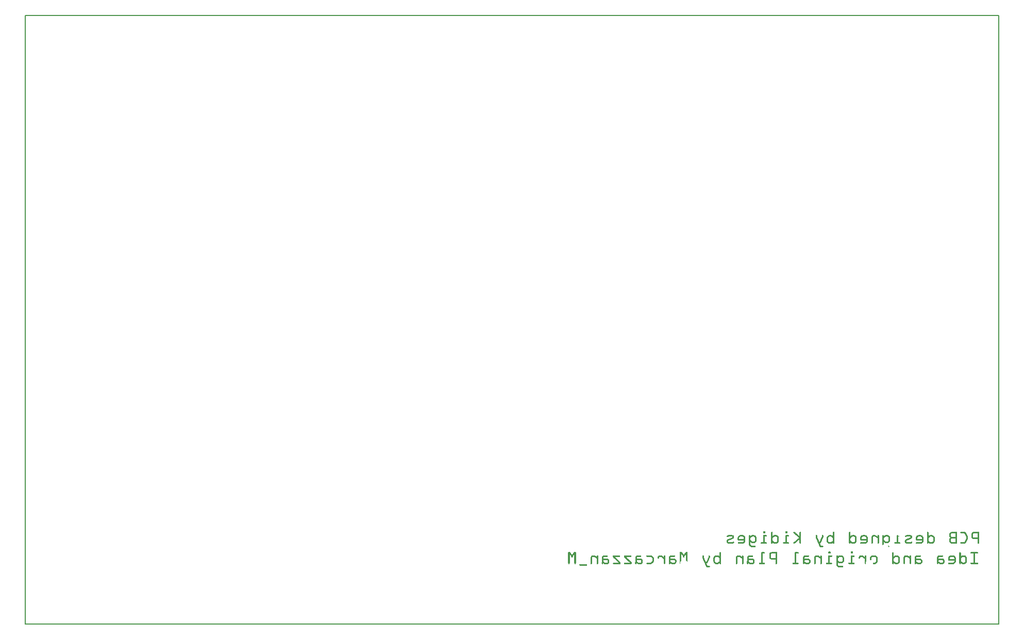
<source format=gbo>
G04 MADE WITH FRITZING*
G04 WWW.FRITZING.ORG*
G04 DOUBLE SIDED*
G04 HOLES PLATED*
G04 CONTOUR ON CENTER OF CONTOUR VECTOR*
%ASAXBY*%
%FSLAX23Y23*%
%MOIN*%
%OFA0B0*%
%SFA1.0B1.0*%
%ADD10R,6.307090X3.944880X6.291090X3.928880*%
%ADD11C,0.008000*%
%ADD12R,0.001000X0.001000*%
%LNSILK0*%
G90*
G70*
G54D11*
X4Y3941D02*
X6303Y3941D01*
X6303Y4D01*
X4Y4D01*
X4Y3941D01*
D02*
G54D12*
X4781Y605D02*
X4790Y605D01*
X4925Y605D02*
X4934Y605D01*
X4779Y604D02*
X4791Y604D01*
X4923Y604D02*
X4935Y604D01*
X4779Y603D02*
X4792Y603D01*
X4923Y603D02*
X4936Y603D01*
X4778Y602D02*
X4792Y602D01*
X4922Y602D02*
X4936Y602D01*
X5642Y602D02*
X5642Y602D01*
X4778Y601D02*
X4792Y601D01*
X4833Y601D02*
X4837Y601D01*
X4922Y601D02*
X4936Y601D01*
X4977Y601D02*
X4981Y601D01*
X5017Y601D02*
X5020Y601D01*
X5233Y601D02*
X5236Y601D01*
X5337Y601D02*
X5341Y601D01*
X5841Y601D02*
X5845Y601D01*
X5998Y601D02*
X6031Y601D01*
X6057Y601D02*
X6081Y601D01*
X6137Y601D02*
X6175Y601D01*
X4778Y600D02*
X4792Y600D01*
X4832Y600D02*
X4838Y600D01*
X4922Y600D02*
X4936Y600D01*
X4976Y600D02*
X4982Y600D01*
X5015Y600D02*
X5022Y600D01*
X5231Y600D02*
X5238Y600D01*
X5336Y600D02*
X5342Y600D01*
X5840Y600D02*
X5846Y600D01*
X5995Y600D02*
X6031Y600D01*
X6056Y600D02*
X6084Y600D01*
X6135Y600D02*
X6175Y600D01*
X4778Y599D02*
X4792Y599D01*
X4831Y599D02*
X4839Y599D01*
X4922Y599D02*
X4936Y599D01*
X4975Y599D02*
X4983Y599D01*
X5015Y599D02*
X5022Y599D01*
X5231Y599D02*
X5238Y599D01*
X5335Y599D02*
X5343Y599D01*
X5839Y599D02*
X5847Y599D01*
X5993Y599D02*
X6031Y599D01*
X6055Y599D02*
X6085Y599D01*
X6133Y599D02*
X6175Y599D01*
X4778Y598D02*
X4792Y598D01*
X4831Y598D02*
X4839Y598D01*
X4922Y598D02*
X4936Y598D01*
X4975Y598D02*
X4984Y598D01*
X5014Y598D02*
X5023Y598D01*
X5230Y598D02*
X5239Y598D01*
X5335Y598D02*
X5343Y598D01*
X5839Y598D02*
X5847Y598D01*
X5991Y598D02*
X6031Y598D01*
X6054Y598D02*
X6087Y598D01*
X6132Y598D02*
X6175Y598D01*
X4778Y597D02*
X4792Y597D01*
X4830Y597D02*
X4839Y597D01*
X4922Y597D02*
X4936Y597D01*
X4974Y597D02*
X4986Y597D01*
X5014Y597D02*
X5023Y597D01*
X5230Y597D02*
X5239Y597D01*
X5334Y597D02*
X5343Y597D01*
X5838Y597D02*
X5847Y597D01*
X5990Y597D02*
X6031Y597D01*
X6054Y597D02*
X6088Y597D01*
X6131Y597D02*
X6175Y597D01*
X4778Y596D02*
X4792Y596D01*
X4830Y596D02*
X4839Y596D01*
X4922Y596D02*
X4936Y596D01*
X4974Y596D02*
X4987Y596D01*
X5014Y596D02*
X5023Y596D01*
X5230Y596D02*
X5239Y596D01*
X5334Y596D02*
X5343Y596D01*
X5838Y596D02*
X5847Y596D01*
X5989Y596D02*
X6031Y596D01*
X6054Y596D02*
X6089Y596D01*
X6130Y596D02*
X6175Y596D01*
X4778Y595D02*
X4792Y595D01*
X4830Y595D02*
X4839Y595D01*
X4922Y595D02*
X4936Y595D01*
X4974Y595D02*
X4988Y595D01*
X5014Y595D02*
X5023Y595D01*
X5230Y595D02*
X5239Y595D01*
X5334Y595D02*
X5343Y595D01*
X5838Y595D02*
X5847Y595D01*
X5988Y595D02*
X6031Y595D01*
X6055Y595D02*
X6090Y595D01*
X6129Y595D02*
X6175Y595D01*
X4779Y594D02*
X4791Y594D01*
X4830Y594D02*
X4839Y594D01*
X4923Y594D02*
X4935Y594D01*
X4975Y594D02*
X4989Y594D01*
X5014Y594D02*
X5023Y594D01*
X5230Y594D02*
X5239Y594D01*
X5334Y594D02*
X5343Y594D01*
X5838Y594D02*
X5847Y594D01*
X5987Y594D02*
X6031Y594D01*
X6055Y594D02*
X6090Y594D01*
X6128Y594D02*
X6175Y594D01*
X4780Y593D02*
X4791Y593D01*
X4830Y593D02*
X4839Y593D01*
X4924Y593D02*
X4935Y593D01*
X4976Y593D02*
X4990Y593D01*
X5014Y593D02*
X5023Y593D01*
X5230Y593D02*
X5239Y593D01*
X5334Y593D02*
X5343Y593D01*
X5838Y593D02*
X5847Y593D01*
X5986Y593D02*
X6031Y593D01*
X6056Y593D02*
X6091Y593D01*
X6128Y593D02*
X6175Y593D01*
X4781Y592D02*
X4789Y592D01*
X4830Y592D02*
X4839Y592D01*
X4925Y592D02*
X4933Y592D01*
X4977Y592D02*
X4991Y592D01*
X5014Y592D02*
X5023Y592D01*
X5230Y592D02*
X5239Y592D01*
X5334Y592D02*
X5343Y592D01*
X5838Y592D02*
X5847Y592D01*
X5985Y592D02*
X6031Y592D01*
X6057Y592D02*
X6091Y592D01*
X6127Y592D02*
X6175Y592D01*
X4830Y591D02*
X4839Y591D01*
X4978Y591D02*
X4993Y591D01*
X5014Y591D02*
X5023Y591D01*
X5230Y591D02*
X5239Y591D01*
X5334Y591D02*
X5343Y591D01*
X5838Y591D02*
X5847Y591D01*
X5985Y591D02*
X5998Y591D01*
X6022Y591D02*
X6031Y591D01*
X6080Y591D02*
X6092Y591D01*
X6127Y591D02*
X6138Y591D01*
X6166Y591D02*
X6175Y591D01*
X4830Y590D02*
X4839Y590D01*
X4979Y590D02*
X4994Y590D01*
X5014Y590D02*
X5023Y590D01*
X5230Y590D02*
X5239Y590D01*
X5334Y590D02*
X5343Y590D01*
X5838Y590D02*
X5847Y590D01*
X5984Y590D02*
X5996Y590D01*
X6022Y590D02*
X6031Y590D01*
X6081Y590D02*
X6092Y590D01*
X6127Y590D02*
X6137Y590D01*
X6166Y590D02*
X6175Y590D01*
X4830Y589D02*
X4839Y589D01*
X4980Y589D02*
X4995Y589D01*
X5014Y589D02*
X5023Y589D01*
X5230Y589D02*
X5239Y589D01*
X5334Y589D02*
X5343Y589D01*
X5838Y589D02*
X5847Y589D01*
X5984Y589D02*
X5995Y589D01*
X6022Y589D02*
X6031Y589D01*
X6082Y589D02*
X6093Y589D01*
X6126Y589D02*
X6136Y589D01*
X6166Y589D02*
X6175Y589D01*
X4830Y588D02*
X4839Y588D01*
X4982Y588D02*
X4996Y588D01*
X5014Y588D02*
X5023Y588D01*
X5230Y588D02*
X5239Y588D01*
X5334Y588D02*
X5343Y588D01*
X5838Y588D02*
X5847Y588D01*
X5983Y588D02*
X5994Y588D01*
X6022Y588D02*
X6031Y588D01*
X6083Y588D02*
X6093Y588D01*
X6126Y588D02*
X6136Y588D01*
X6166Y588D02*
X6175Y588D01*
X4830Y587D02*
X4839Y587D01*
X4983Y587D02*
X4997Y587D01*
X5014Y587D02*
X5023Y587D01*
X5230Y587D02*
X5239Y587D01*
X5334Y587D02*
X5343Y587D01*
X5838Y587D02*
X5847Y587D01*
X5983Y587D02*
X5993Y587D01*
X6022Y587D02*
X6031Y587D01*
X6083Y587D02*
X6094Y587D01*
X6126Y587D02*
X6135Y587D01*
X6166Y587D02*
X6175Y587D01*
X4830Y586D02*
X4839Y586D01*
X4984Y586D02*
X4998Y586D01*
X5014Y586D02*
X5023Y586D01*
X5230Y586D02*
X5239Y586D01*
X5334Y586D02*
X5343Y586D01*
X5838Y586D02*
X5847Y586D01*
X5983Y586D02*
X5993Y586D01*
X6022Y586D02*
X6031Y586D01*
X6084Y586D02*
X6094Y586D01*
X6126Y586D02*
X6135Y586D01*
X6166Y586D02*
X6175Y586D01*
X4830Y585D02*
X4839Y585D01*
X4985Y585D02*
X5000Y585D01*
X5014Y585D02*
X5023Y585D01*
X5230Y585D02*
X5239Y585D01*
X5334Y585D02*
X5343Y585D01*
X5838Y585D02*
X5847Y585D01*
X5983Y585D02*
X5992Y585D01*
X6022Y585D02*
X6031Y585D01*
X6084Y585D02*
X6095Y585D01*
X6126Y585D02*
X6135Y585D01*
X6166Y585D02*
X6175Y585D01*
X4830Y584D02*
X4839Y584D01*
X4986Y584D02*
X5001Y584D01*
X5014Y584D02*
X5023Y584D01*
X5230Y584D02*
X5239Y584D01*
X5334Y584D02*
X5343Y584D01*
X5838Y584D02*
X5847Y584D01*
X5982Y584D02*
X5992Y584D01*
X6022Y584D02*
X6031Y584D01*
X6085Y584D02*
X6095Y584D01*
X6126Y584D02*
X6135Y584D01*
X6166Y584D02*
X6175Y584D01*
X4830Y583D02*
X4839Y583D01*
X4987Y583D02*
X5002Y583D01*
X5014Y583D02*
X5023Y583D01*
X5230Y583D02*
X5239Y583D01*
X5334Y583D02*
X5343Y583D01*
X5838Y583D02*
X5847Y583D01*
X5982Y583D02*
X5991Y583D01*
X6022Y583D02*
X6031Y583D01*
X6085Y583D02*
X6096Y583D01*
X6126Y583D02*
X6135Y583D01*
X6166Y583D02*
X6175Y583D01*
X4830Y582D02*
X4839Y582D01*
X4989Y582D02*
X5003Y582D01*
X5014Y582D02*
X5023Y582D01*
X5230Y582D02*
X5239Y582D01*
X5334Y582D02*
X5343Y582D01*
X5838Y582D02*
X5847Y582D01*
X5982Y582D02*
X5991Y582D01*
X6022Y582D02*
X6031Y582D01*
X6086Y582D02*
X6096Y582D01*
X6126Y582D02*
X6135Y582D01*
X6166Y582D02*
X6175Y582D01*
X4830Y581D02*
X4839Y581D01*
X4990Y581D02*
X5004Y581D01*
X5014Y581D02*
X5023Y581D01*
X5230Y581D02*
X5239Y581D01*
X5334Y581D02*
X5343Y581D01*
X5838Y581D02*
X5847Y581D01*
X5982Y581D02*
X5991Y581D01*
X6022Y581D02*
X6031Y581D01*
X6086Y581D02*
X6097Y581D01*
X6126Y581D02*
X6135Y581D01*
X6166Y581D02*
X6175Y581D01*
X4553Y580D02*
X4580Y580D01*
X4630Y580D02*
X4648Y580D01*
X4690Y580D02*
X4692Y580D01*
X4707Y580D02*
X4720Y580D01*
X4781Y580D02*
X4799Y580D01*
X4830Y580D02*
X4839Y580D01*
X4851Y580D02*
X4864Y580D01*
X4925Y580D02*
X4943Y580D01*
X4991Y580D02*
X5005Y580D01*
X5014Y580D02*
X5023Y580D01*
X5121Y580D02*
X5124Y580D01*
X5161Y580D02*
X5164Y580D01*
X5206Y580D02*
X5219Y580D01*
X5230Y580D02*
X5239Y580D01*
X5334Y580D02*
X5343Y580D01*
X5355Y580D02*
X5368Y580D01*
X5422Y580D02*
X5440Y580D01*
X5491Y580D02*
X5502Y580D01*
X5521Y580D02*
X5524Y580D01*
X5553Y580D02*
X5556Y580D01*
X5571Y580D02*
X5584Y580D01*
X5645Y580D02*
X5647Y580D01*
X5705Y580D02*
X5732Y580D01*
X5782Y580D02*
X5800Y580D01*
X5838Y580D02*
X5847Y580D01*
X5859Y580D02*
X5872Y580D01*
X5982Y580D02*
X5991Y580D01*
X6022Y580D02*
X6031Y580D01*
X6087Y580D02*
X6097Y580D01*
X6126Y580D02*
X6135Y580D01*
X6166Y580D02*
X6175Y580D01*
X4550Y579D02*
X4583Y579D01*
X4627Y579D02*
X4651Y579D01*
X4688Y579D02*
X4694Y579D01*
X4704Y579D02*
X4723Y579D01*
X4780Y579D02*
X4800Y579D01*
X4830Y579D02*
X4839Y579D01*
X4848Y579D02*
X4867Y579D01*
X4924Y579D02*
X4944Y579D01*
X4992Y579D02*
X5007Y579D01*
X5014Y579D02*
X5023Y579D01*
X5120Y579D02*
X5126Y579D01*
X5160Y579D02*
X5165Y579D01*
X5203Y579D02*
X5222Y579D01*
X5230Y579D02*
X5239Y579D01*
X5334Y579D02*
X5343Y579D01*
X5352Y579D02*
X5371Y579D01*
X5419Y579D02*
X5443Y579D01*
X5488Y579D02*
X5505Y579D01*
X5520Y579D02*
X5525Y579D01*
X5552Y579D02*
X5558Y579D01*
X5568Y579D02*
X5587Y579D01*
X5644Y579D02*
X5647Y579D01*
X5702Y579D02*
X5735Y579D01*
X5779Y579D02*
X5803Y579D01*
X5838Y579D02*
X5847Y579D01*
X5856Y579D02*
X5875Y579D01*
X5982Y579D02*
X5991Y579D01*
X6022Y579D02*
X6031Y579D01*
X6087Y579D02*
X6098Y579D01*
X6126Y579D02*
X6135Y579D01*
X6166Y579D02*
X6175Y579D01*
X4549Y578D02*
X4584Y578D01*
X4625Y578D02*
X4652Y578D01*
X4687Y578D02*
X4694Y578D01*
X4702Y578D02*
X4724Y578D01*
X4779Y578D02*
X4801Y578D01*
X4830Y578D02*
X4839Y578D01*
X4846Y578D02*
X4868Y578D01*
X4923Y578D02*
X4945Y578D01*
X4993Y578D02*
X5008Y578D01*
X5014Y578D02*
X5023Y578D01*
X5119Y578D02*
X5127Y578D01*
X5159Y578D02*
X5166Y578D01*
X5201Y578D02*
X5224Y578D01*
X5230Y578D02*
X5239Y578D01*
X5334Y578D02*
X5343Y578D01*
X5350Y578D02*
X5372Y578D01*
X5417Y578D02*
X5444Y578D01*
X5486Y578D02*
X5507Y578D01*
X5519Y578D02*
X5526Y578D01*
X5551Y578D02*
X5558Y578D01*
X5566Y578D02*
X5588Y578D01*
X5643Y578D02*
X5648Y578D01*
X5701Y578D02*
X5736Y578D01*
X5777Y578D02*
X5804Y578D01*
X5838Y578D02*
X5847Y578D01*
X5854Y578D02*
X5876Y578D01*
X5982Y578D02*
X5991Y578D01*
X6022Y578D02*
X6031Y578D01*
X6088Y578D02*
X6098Y578D01*
X6126Y578D02*
X6135Y578D01*
X6166Y578D02*
X6175Y578D01*
X4547Y577D02*
X4586Y577D01*
X4623Y577D02*
X4654Y577D01*
X4687Y577D02*
X4695Y577D01*
X4701Y577D02*
X4726Y577D01*
X4778Y577D02*
X4802Y577D01*
X4830Y577D02*
X4839Y577D01*
X4845Y577D02*
X4870Y577D01*
X4922Y577D02*
X4946Y577D01*
X4994Y577D02*
X5009Y577D01*
X5014Y577D02*
X5023Y577D01*
X5119Y577D02*
X5127Y577D01*
X5158Y577D02*
X5167Y577D01*
X5200Y577D02*
X5225Y577D01*
X5230Y577D02*
X5239Y577D01*
X5334Y577D02*
X5343Y577D01*
X5348Y577D02*
X5374Y577D01*
X5415Y577D02*
X5446Y577D01*
X5485Y577D02*
X5509Y577D01*
X5518Y577D02*
X5527Y577D01*
X5551Y577D02*
X5559Y577D01*
X5564Y577D02*
X5590Y577D01*
X5642Y577D02*
X5650Y577D01*
X5699Y577D02*
X5738Y577D01*
X5775Y577D02*
X5806Y577D01*
X5838Y577D02*
X5847Y577D01*
X5852Y577D02*
X5878Y577D01*
X5982Y577D02*
X5991Y577D01*
X6022Y577D02*
X6031Y577D01*
X6088Y577D02*
X6099Y577D01*
X6126Y577D02*
X6135Y577D01*
X6166Y577D02*
X6175Y577D01*
X4546Y576D02*
X4587Y576D01*
X4622Y576D02*
X4655Y576D01*
X4686Y576D02*
X4695Y576D01*
X4699Y576D02*
X4727Y576D01*
X4778Y576D02*
X4802Y576D01*
X4830Y576D02*
X4839Y576D01*
X4843Y576D02*
X4871Y576D01*
X4922Y576D02*
X4946Y576D01*
X4996Y576D02*
X5010Y576D01*
X5014Y576D02*
X5023Y576D01*
X5118Y576D02*
X5127Y576D01*
X5158Y576D02*
X5167Y576D01*
X5198Y576D02*
X5227Y576D01*
X5230Y576D02*
X5239Y576D01*
X5334Y576D02*
X5343Y576D01*
X5347Y576D02*
X5375Y576D01*
X5414Y576D02*
X5447Y576D01*
X5484Y576D02*
X5510Y576D01*
X5518Y576D02*
X5527Y576D01*
X5550Y576D02*
X5559Y576D01*
X5563Y576D02*
X5591Y576D01*
X5642Y576D02*
X5651Y576D01*
X5698Y576D02*
X5739Y576D01*
X5774Y576D02*
X5807Y576D01*
X5838Y576D02*
X5847Y576D01*
X5851Y576D02*
X5879Y576D01*
X5982Y576D02*
X5991Y576D01*
X6022Y576D02*
X6031Y576D01*
X6089Y576D02*
X6099Y576D01*
X6126Y576D02*
X6135Y576D01*
X6166Y576D02*
X6175Y576D01*
X4545Y575D02*
X4588Y575D01*
X4621Y575D02*
X4656Y575D01*
X4686Y575D02*
X4695Y575D01*
X4698Y575D02*
X4728Y575D01*
X4778Y575D02*
X4802Y575D01*
X4830Y575D02*
X4839Y575D01*
X4842Y575D02*
X4872Y575D01*
X4922Y575D02*
X4946Y575D01*
X4997Y575D02*
X5011Y575D01*
X5014Y575D02*
X5023Y575D01*
X5118Y575D02*
X5127Y575D01*
X5158Y575D02*
X5167Y575D01*
X5197Y575D02*
X5228Y575D01*
X5230Y575D02*
X5239Y575D01*
X5334Y575D02*
X5343Y575D01*
X5346Y575D02*
X5376Y575D01*
X5413Y575D02*
X5448Y575D01*
X5483Y575D02*
X5512Y575D01*
X5518Y575D02*
X5527Y575D01*
X5550Y575D02*
X5559Y575D01*
X5562Y575D02*
X5592Y575D01*
X5642Y575D02*
X5653Y575D01*
X5697Y575D02*
X5739Y575D01*
X5773Y575D02*
X5808Y575D01*
X5838Y575D02*
X5847Y575D01*
X5850Y575D02*
X5880Y575D01*
X5982Y575D02*
X5992Y575D01*
X6022Y575D02*
X6031Y575D01*
X6089Y575D02*
X6100Y575D01*
X6126Y575D02*
X6135Y575D01*
X6166Y575D02*
X6175Y575D01*
X4544Y574D02*
X4588Y574D01*
X4620Y574D02*
X4657Y574D01*
X4686Y574D02*
X4729Y574D01*
X4778Y574D02*
X4802Y574D01*
X4830Y574D02*
X4873Y574D01*
X4922Y574D02*
X4946Y574D01*
X4998Y574D02*
X5023Y574D01*
X5118Y574D02*
X5127Y574D01*
X5158Y574D02*
X5167Y574D01*
X5196Y574D02*
X5239Y574D01*
X5334Y574D02*
X5377Y574D01*
X5412Y574D02*
X5449Y574D01*
X5482Y574D02*
X5514Y574D01*
X5518Y574D02*
X5527Y574D01*
X5550Y574D02*
X5593Y574D01*
X5642Y574D02*
X5654Y574D01*
X5696Y574D02*
X5740Y574D01*
X5772Y574D02*
X5809Y574D01*
X5838Y574D02*
X5881Y574D01*
X5983Y574D02*
X5992Y574D01*
X6022Y574D02*
X6031Y574D01*
X6090Y574D02*
X6100Y574D01*
X6126Y574D02*
X6135Y574D01*
X6166Y574D02*
X6175Y574D01*
X4544Y573D02*
X4589Y573D01*
X4619Y573D02*
X4659Y573D01*
X4686Y573D02*
X4731Y573D01*
X4778Y573D02*
X4802Y573D01*
X4830Y573D02*
X4874Y573D01*
X4922Y573D02*
X4946Y573D01*
X4999Y573D02*
X5023Y573D01*
X5118Y573D02*
X5127Y573D01*
X5158Y573D02*
X5167Y573D01*
X5195Y573D02*
X5239Y573D01*
X5334Y573D02*
X5378Y573D01*
X5411Y573D02*
X5450Y573D01*
X5482Y573D02*
X5515Y573D01*
X5518Y573D02*
X5527Y573D01*
X5550Y573D02*
X5594Y573D01*
X5642Y573D02*
X5657Y573D01*
X5696Y573D02*
X5741Y573D01*
X5771Y573D02*
X5810Y573D01*
X5838Y573D02*
X5882Y573D01*
X5983Y573D02*
X5993Y573D01*
X6022Y573D02*
X6031Y573D01*
X6090Y573D02*
X6101Y573D01*
X6126Y573D02*
X6135Y573D01*
X6166Y573D02*
X6175Y573D01*
X4543Y572D02*
X4589Y572D01*
X4618Y572D02*
X4659Y572D01*
X4686Y572D02*
X4731Y572D01*
X4778Y572D02*
X4801Y572D01*
X4830Y572D02*
X4875Y572D01*
X4922Y572D02*
X4945Y572D01*
X5000Y572D02*
X5023Y572D01*
X5118Y572D02*
X5127Y572D01*
X5158Y572D02*
X5167Y572D01*
X5194Y572D02*
X5239Y572D01*
X5334Y572D02*
X5379Y572D01*
X5410Y572D02*
X5451Y572D01*
X5481Y572D02*
X5527Y572D01*
X5550Y572D02*
X5595Y572D01*
X5642Y572D02*
X5660Y572D01*
X5695Y572D02*
X5741Y572D01*
X5770Y572D02*
X5811Y572D01*
X5838Y572D02*
X5883Y572D01*
X5983Y572D02*
X5993Y572D01*
X6022Y572D02*
X6031Y572D01*
X6091Y572D02*
X6101Y572D01*
X6126Y572D02*
X6135Y572D01*
X6166Y572D02*
X6175Y572D01*
X4543Y571D02*
X4589Y571D01*
X4617Y571D02*
X4660Y571D01*
X4686Y571D02*
X4732Y571D01*
X4778Y571D02*
X4800Y571D01*
X4830Y571D02*
X4876Y571D01*
X4922Y571D02*
X4944Y571D01*
X5001Y571D02*
X5023Y571D01*
X5118Y571D02*
X5127Y571D01*
X5158Y571D02*
X5167Y571D01*
X5193Y571D02*
X5239Y571D01*
X5334Y571D02*
X5380Y571D01*
X5409Y571D02*
X5452Y571D01*
X5481Y571D02*
X5527Y571D01*
X5550Y571D02*
X5596Y571D01*
X5642Y571D02*
X5663Y571D01*
X5695Y571D02*
X5741Y571D01*
X5769Y571D02*
X5812Y571D01*
X5838Y571D02*
X5884Y571D01*
X5983Y571D02*
X5994Y571D01*
X6022Y571D02*
X6031Y571D01*
X6091Y571D02*
X6101Y571D01*
X6126Y571D02*
X6135Y571D01*
X6166Y571D02*
X6175Y571D01*
X4544Y570D02*
X4554Y570D01*
X4579Y570D02*
X4590Y570D01*
X4616Y570D02*
X4630Y570D01*
X4647Y570D02*
X4661Y570D01*
X4686Y570D02*
X4707Y570D01*
X4719Y570D02*
X4733Y570D01*
X4778Y570D02*
X4787Y570D01*
X4830Y570D02*
X4851Y570D01*
X4863Y570D02*
X4877Y570D01*
X4922Y570D02*
X4931Y570D01*
X5003Y570D02*
X5023Y570D01*
X5118Y570D02*
X5127Y570D01*
X5158Y570D02*
X5167Y570D01*
X5192Y570D02*
X5206Y570D01*
X5218Y570D02*
X5239Y570D01*
X5334Y570D02*
X5355Y570D01*
X5367Y570D02*
X5381Y570D01*
X5408Y570D02*
X5422Y570D01*
X5439Y570D02*
X5453Y570D01*
X5480Y570D02*
X5492Y570D01*
X5502Y570D02*
X5527Y570D01*
X5550Y570D02*
X5571Y570D01*
X5583Y570D02*
X5597Y570D01*
X5642Y570D02*
X5651Y570D01*
X5696Y570D02*
X5706Y570D01*
X5731Y570D02*
X5742Y570D01*
X5768Y570D02*
X5782Y570D01*
X5799Y570D02*
X5813Y570D01*
X5838Y570D02*
X5859Y570D01*
X5871Y570D02*
X5885Y570D01*
X5984Y570D02*
X5995Y570D01*
X6022Y570D02*
X6031Y570D01*
X6092Y570D02*
X6102Y570D01*
X6126Y570D02*
X6135Y570D01*
X6166Y570D02*
X6175Y570D01*
X4544Y569D02*
X4553Y569D01*
X4580Y569D02*
X4590Y569D01*
X4616Y569D02*
X4628Y569D01*
X4649Y569D02*
X4661Y569D01*
X4686Y569D02*
X4706Y569D01*
X4721Y569D02*
X4733Y569D01*
X4778Y569D02*
X4787Y569D01*
X4830Y569D02*
X4850Y569D01*
X4865Y569D02*
X4878Y569D01*
X4922Y569D02*
X4931Y569D01*
X5004Y569D02*
X5023Y569D01*
X5118Y569D02*
X5127Y569D01*
X5158Y569D02*
X5167Y569D01*
X5192Y569D02*
X5205Y569D01*
X5220Y569D02*
X5239Y569D01*
X5334Y569D02*
X5354Y569D01*
X5369Y569D02*
X5382Y569D01*
X5408Y569D02*
X5420Y569D01*
X5441Y569D02*
X5453Y569D01*
X5480Y569D02*
X5490Y569D01*
X5504Y569D02*
X5527Y569D01*
X5550Y569D02*
X5570Y569D01*
X5585Y569D02*
X5597Y569D01*
X5642Y569D02*
X5651Y569D01*
X5696Y569D02*
X5705Y569D01*
X5732Y569D02*
X5742Y569D01*
X5768Y569D02*
X5780Y569D01*
X5801Y569D02*
X5813Y569D01*
X5838Y569D02*
X5858Y569D01*
X5873Y569D02*
X5886Y569D01*
X5984Y569D02*
X5997Y569D01*
X6022Y569D02*
X6031Y569D01*
X6092Y569D02*
X6102Y569D01*
X6126Y569D02*
X6135Y569D01*
X6166Y569D02*
X6175Y569D01*
X4544Y568D02*
X4551Y568D01*
X4581Y568D02*
X4590Y568D01*
X4615Y568D02*
X4627Y568D01*
X4650Y568D02*
X4662Y568D01*
X4686Y568D02*
X4704Y568D01*
X4722Y568D02*
X4734Y568D01*
X4778Y568D02*
X4787Y568D01*
X4830Y568D02*
X4848Y568D01*
X4866Y568D02*
X4878Y568D01*
X4922Y568D02*
X4931Y568D01*
X5005Y568D02*
X5023Y568D01*
X5118Y568D02*
X5127Y568D01*
X5158Y568D02*
X5167Y568D01*
X5191Y568D02*
X5203Y568D01*
X5221Y568D02*
X5239Y568D01*
X5334Y568D02*
X5352Y568D01*
X5370Y568D02*
X5382Y568D01*
X5407Y568D02*
X5419Y568D01*
X5442Y568D02*
X5454Y568D01*
X5480Y568D02*
X5490Y568D01*
X5505Y568D02*
X5527Y568D01*
X5550Y568D02*
X5568Y568D01*
X5586Y568D02*
X5598Y568D01*
X5642Y568D02*
X5651Y568D01*
X5696Y568D02*
X5703Y568D01*
X5733Y568D02*
X5742Y568D01*
X5767Y568D02*
X5779Y568D01*
X5802Y568D02*
X5814Y568D01*
X5838Y568D02*
X5856Y568D01*
X5874Y568D02*
X5886Y568D01*
X5985Y568D02*
X5999Y568D01*
X6022Y568D02*
X6031Y568D01*
X6093Y568D02*
X6102Y568D01*
X6126Y568D02*
X6135Y568D01*
X6166Y568D02*
X6175Y568D01*
X4546Y567D02*
X4550Y567D01*
X4581Y567D02*
X4590Y567D01*
X4615Y567D02*
X4626Y567D01*
X4651Y567D02*
X4662Y567D01*
X4686Y567D02*
X4703Y567D01*
X4723Y567D02*
X4734Y567D01*
X4778Y567D02*
X4787Y567D01*
X4830Y567D02*
X4847Y567D01*
X4867Y567D02*
X4878Y567D01*
X4922Y567D02*
X4931Y567D01*
X5006Y567D02*
X5023Y567D01*
X5118Y567D02*
X5128Y567D01*
X5158Y567D02*
X5167Y567D01*
X5191Y567D02*
X5202Y567D01*
X5222Y567D02*
X5239Y567D01*
X5334Y567D02*
X5351Y567D01*
X5371Y567D02*
X5382Y567D01*
X5407Y567D02*
X5418Y567D01*
X5443Y567D02*
X5454Y567D01*
X5480Y567D02*
X5489Y567D01*
X5507Y567D02*
X5527Y567D01*
X5550Y567D02*
X5567Y567D01*
X5587Y567D02*
X5598Y567D01*
X5642Y567D02*
X5651Y567D01*
X5698Y567D02*
X5702Y567D01*
X5733Y567D02*
X5742Y567D01*
X5767Y567D02*
X5778Y567D01*
X5803Y567D02*
X5814Y567D01*
X5838Y567D02*
X5855Y567D01*
X5875Y567D02*
X5886Y567D01*
X5985Y567D02*
X6031Y567D01*
X6093Y567D02*
X6103Y567D01*
X6126Y567D02*
X6136Y567D01*
X6166Y567D02*
X6175Y567D01*
X4580Y566D02*
X4590Y566D01*
X4615Y566D02*
X4625Y566D01*
X4652Y566D02*
X4663Y566D01*
X4686Y566D02*
X4702Y566D01*
X4724Y566D02*
X4735Y566D01*
X4778Y566D02*
X4787Y566D01*
X4830Y566D02*
X4846Y566D01*
X4868Y566D02*
X4879Y566D01*
X4922Y566D02*
X4931Y566D01*
X5007Y566D02*
X5023Y566D01*
X5118Y566D02*
X5128Y566D01*
X5157Y566D02*
X5167Y566D01*
X5191Y566D02*
X5201Y566D01*
X5223Y566D02*
X5239Y566D01*
X5334Y566D02*
X5350Y566D01*
X5372Y566D02*
X5383Y566D01*
X5407Y566D02*
X5417Y566D01*
X5444Y566D02*
X5454Y566D01*
X5480Y566D02*
X5489Y566D01*
X5508Y566D02*
X5527Y566D01*
X5550Y566D02*
X5566Y566D01*
X5588Y566D02*
X5599Y566D01*
X5642Y566D02*
X5651Y566D01*
X5732Y566D02*
X5742Y566D01*
X5767Y566D02*
X5777Y566D01*
X5804Y566D02*
X5814Y566D01*
X5838Y566D02*
X5854Y566D01*
X5876Y566D02*
X5887Y566D01*
X5986Y566D02*
X6031Y566D01*
X6093Y566D02*
X6103Y566D01*
X6126Y566D02*
X6136Y566D01*
X6166Y566D02*
X6175Y566D01*
X4579Y565D02*
X4590Y565D01*
X4615Y565D02*
X4624Y565D01*
X4653Y565D02*
X4663Y565D01*
X4686Y565D02*
X4701Y565D01*
X4725Y565D02*
X4735Y565D01*
X4778Y565D02*
X4787Y565D01*
X4830Y565D02*
X4845Y565D01*
X4869Y565D02*
X4879Y565D01*
X4922Y565D02*
X4931Y565D01*
X5008Y565D02*
X5023Y565D01*
X5119Y565D02*
X5129Y565D01*
X5157Y565D02*
X5167Y565D01*
X5191Y565D02*
X5200Y565D01*
X5224Y565D02*
X5239Y565D01*
X5334Y565D02*
X5349Y565D01*
X5373Y565D02*
X5383Y565D01*
X5407Y565D02*
X5416Y565D01*
X5445Y565D02*
X5455Y565D01*
X5479Y565D02*
X5489Y565D01*
X5510Y565D02*
X5527Y565D01*
X5550Y565D02*
X5565Y565D01*
X5589Y565D02*
X5599Y565D01*
X5642Y565D02*
X5651Y565D01*
X5731Y565D02*
X5741Y565D01*
X5767Y565D02*
X5776Y565D01*
X5805Y565D02*
X5815Y565D01*
X5838Y565D02*
X5853Y565D01*
X5877Y565D02*
X5887Y565D01*
X5987Y565D02*
X6031Y565D01*
X6094Y565D02*
X6103Y565D01*
X6127Y565D02*
X6137Y565D01*
X6166Y565D02*
X6175Y565D01*
X4577Y564D02*
X4589Y564D01*
X4614Y564D02*
X4624Y564D01*
X4654Y564D02*
X4663Y564D01*
X4686Y564D02*
X4700Y564D01*
X4726Y564D02*
X4735Y564D01*
X4778Y564D02*
X4787Y564D01*
X4830Y564D02*
X4844Y564D01*
X4870Y564D02*
X4879Y564D01*
X4922Y564D02*
X4931Y564D01*
X5010Y564D02*
X5023Y564D01*
X5119Y564D02*
X5129Y564D01*
X5156Y564D02*
X5166Y564D01*
X5190Y564D02*
X5200Y564D01*
X5226Y564D02*
X5239Y564D01*
X5334Y564D02*
X5348Y564D01*
X5374Y564D02*
X5383Y564D01*
X5406Y564D02*
X5416Y564D01*
X5446Y564D02*
X5455Y564D01*
X5479Y564D02*
X5489Y564D01*
X5511Y564D02*
X5527Y564D01*
X5550Y564D02*
X5564Y564D01*
X5590Y564D02*
X5599Y564D01*
X5642Y564D02*
X5651Y564D01*
X5729Y564D02*
X5741Y564D01*
X5766Y564D02*
X5776Y564D01*
X5806Y564D02*
X5815Y564D01*
X5838Y564D02*
X5852Y564D01*
X5878Y564D02*
X5887Y564D01*
X5988Y564D02*
X6031Y564D01*
X6094Y564D02*
X6103Y564D01*
X6127Y564D02*
X6138Y564D01*
X6166Y564D02*
X6175Y564D01*
X4575Y563D02*
X4589Y563D01*
X4614Y563D02*
X4623Y563D01*
X4654Y563D02*
X4663Y563D01*
X4686Y563D02*
X4699Y563D01*
X4726Y563D02*
X4735Y563D01*
X4778Y563D02*
X4787Y563D01*
X4830Y563D02*
X4843Y563D01*
X4870Y563D02*
X4879Y563D01*
X4922Y563D02*
X4931Y563D01*
X5011Y563D02*
X5023Y563D01*
X5120Y563D02*
X5130Y563D01*
X5156Y563D02*
X5166Y563D01*
X5190Y563D02*
X5199Y563D01*
X5227Y563D02*
X5239Y563D01*
X5334Y563D02*
X5347Y563D01*
X5374Y563D02*
X5383Y563D01*
X5406Y563D02*
X5415Y563D01*
X5446Y563D02*
X5455Y563D01*
X5479Y563D02*
X5489Y563D01*
X5513Y563D02*
X5527Y563D01*
X5550Y563D02*
X5563Y563D01*
X5590Y563D02*
X5599Y563D01*
X5642Y563D02*
X5651Y563D01*
X5727Y563D02*
X5741Y563D01*
X5766Y563D02*
X5775Y563D01*
X5806Y563D02*
X5815Y563D01*
X5838Y563D02*
X5851Y563D01*
X5878Y563D02*
X5887Y563D01*
X5989Y563D02*
X6031Y563D01*
X6094Y563D02*
X6103Y563D01*
X6127Y563D02*
X6175Y563D01*
X4572Y562D02*
X4588Y562D01*
X4614Y562D02*
X4623Y562D01*
X4654Y562D02*
X4663Y562D01*
X4686Y562D02*
X4698Y562D01*
X4726Y562D02*
X4735Y562D01*
X4778Y562D02*
X4787Y562D01*
X4830Y562D02*
X4842Y562D01*
X4870Y562D02*
X4879Y562D01*
X4922Y562D02*
X4931Y562D01*
X5011Y562D02*
X5023Y562D01*
X5120Y562D02*
X5130Y562D01*
X5155Y562D02*
X5165Y562D01*
X5190Y562D02*
X5199Y562D01*
X5228Y562D02*
X5239Y562D01*
X5334Y562D02*
X5346Y562D01*
X5374Y562D02*
X5383Y562D01*
X5406Y562D02*
X5415Y562D01*
X5446Y562D02*
X5455Y562D01*
X5479Y562D02*
X5488Y562D01*
X5515Y562D02*
X5527Y562D01*
X5550Y562D02*
X5561Y562D01*
X5590Y562D02*
X5599Y562D01*
X5642Y562D02*
X5651Y562D01*
X5724Y562D02*
X5740Y562D01*
X5766Y562D02*
X5775Y562D01*
X5806Y562D02*
X5815Y562D01*
X5838Y562D02*
X5849Y562D01*
X5878Y562D02*
X5887Y562D01*
X5989Y562D02*
X6031Y562D01*
X6094Y562D02*
X6103Y562D01*
X6128Y562D02*
X6175Y562D01*
X4570Y561D02*
X4588Y561D01*
X4614Y561D02*
X4623Y561D01*
X4654Y561D02*
X4663Y561D01*
X4686Y561D02*
X4697Y561D01*
X4726Y561D02*
X4735Y561D01*
X4778Y561D02*
X4787Y561D01*
X4830Y561D02*
X4841Y561D01*
X4870Y561D02*
X4879Y561D01*
X4922Y561D02*
X4931Y561D01*
X5009Y561D02*
X5023Y561D01*
X5120Y561D02*
X5130Y561D01*
X5155Y561D02*
X5165Y561D01*
X5190Y561D02*
X5199Y561D01*
X5229Y561D02*
X5239Y561D01*
X5334Y561D02*
X5345Y561D01*
X5374Y561D02*
X5383Y561D01*
X5406Y561D02*
X5415Y561D01*
X5446Y561D02*
X5455Y561D01*
X5479Y561D02*
X5488Y561D01*
X5516Y561D02*
X5527Y561D01*
X5550Y561D02*
X5561Y561D01*
X5590Y561D02*
X5599Y561D01*
X5642Y561D02*
X5651Y561D01*
X5722Y561D02*
X5740Y561D01*
X5766Y561D02*
X5775Y561D01*
X5806Y561D02*
X5815Y561D01*
X5838Y561D02*
X5849Y561D01*
X5878Y561D02*
X5887Y561D01*
X5988Y561D02*
X6031Y561D01*
X6094Y561D02*
X6103Y561D01*
X6128Y561D02*
X6175Y561D01*
X4568Y560D02*
X4587Y560D01*
X4614Y560D02*
X4623Y560D01*
X4654Y560D02*
X4663Y560D01*
X4686Y560D02*
X4696Y560D01*
X4726Y560D02*
X4735Y560D01*
X4778Y560D02*
X4787Y560D01*
X4830Y560D02*
X4840Y560D01*
X4870Y560D02*
X4879Y560D01*
X4922Y560D02*
X4931Y560D01*
X5008Y560D02*
X5023Y560D01*
X5121Y560D02*
X5131Y560D01*
X5154Y560D02*
X5165Y560D01*
X5190Y560D02*
X5199Y560D01*
X5230Y560D02*
X5239Y560D01*
X5334Y560D02*
X5344Y560D01*
X5374Y560D02*
X5383Y560D01*
X5406Y560D02*
X5415Y560D01*
X5446Y560D02*
X5455Y560D01*
X5479Y560D02*
X5488Y560D01*
X5518Y560D02*
X5527Y560D01*
X5550Y560D02*
X5560Y560D01*
X5590Y560D02*
X5599Y560D01*
X5642Y560D02*
X5651Y560D01*
X5720Y560D02*
X5739Y560D01*
X5766Y560D02*
X5775Y560D01*
X5806Y560D02*
X5815Y560D01*
X5838Y560D02*
X5848Y560D01*
X5878Y560D02*
X5887Y560D01*
X5987Y560D02*
X6031Y560D01*
X6094Y560D02*
X6103Y560D01*
X6129Y560D02*
X6175Y560D01*
X4565Y559D02*
X4586Y559D01*
X4614Y559D02*
X4623Y559D01*
X4654Y559D02*
X4663Y559D01*
X4686Y559D02*
X4695Y559D01*
X4726Y559D02*
X4735Y559D01*
X4778Y559D02*
X4787Y559D01*
X4830Y559D02*
X4839Y559D01*
X4870Y559D02*
X4879Y559D01*
X4922Y559D02*
X4931Y559D01*
X5007Y559D02*
X5023Y559D01*
X5121Y559D02*
X5131Y559D01*
X5154Y559D02*
X5164Y559D01*
X5190Y559D02*
X5199Y559D01*
X5230Y559D02*
X5239Y559D01*
X5334Y559D02*
X5343Y559D01*
X5374Y559D02*
X5383Y559D01*
X5406Y559D02*
X5415Y559D01*
X5446Y559D02*
X5455Y559D01*
X5479Y559D02*
X5488Y559D01*
X5518Y559D02*
X5527Y559D01*
X5550Y559D02*
X5559Y559D01*
X5590Y559D02*
X5599Y559D01*
X5642Y559D02*
X5651Y559D01*
X5717Y559D02*
X5738Y559D01*
X5766Y559D02*
X5775Y559D01*
X5806Y559D02*
X5815Y559D01*
X5838Y559D02*
X5847Y559D01*
X5878Y559D02*
X5887Y559D01*
X5986Y559D02*
X6031Y559D01*
X6093Y559D02*
X6103Y559D01*
X6130Y559D02*
X6175Y559D01*
X4563Y558D02*
X4586Y558D01*
X4614Y558D02*
X4623Y558D01*
X4654Y558D02*
X4663Y558D01*
X4686Y558D02*
X4695Y558D01*
X4726Y558D02*
X4735Y558D01*
X4778Y558D02*
X4787Y558D01*
X4830Y558D02*
X4839Y558D01*
X4870Y558D02*
X4879Y558D01*
X4922Y558D02*
X4931Y558D01*
X5006Y558D02*
X5023Y558D01*
X5122Y558D02*
X5132Y558D01*
X5154Y558D02*
X5164Y558D01*
X5190Y558D02*
X5199Y558D01*
X5230Y558D02*
X5239Y558D01*
X5334Y558D02*
X5343Y558D01*
X5374Y558D02*
X5383Y558D01*
X5406Y558D02*
X5415Y558D01*
X5446Y558D02*
X5455Y558D01*
X5479Y558D02*
X5488Y558D01*
X5518Y558D02*
X5527Y558D01*
X5550Y558D02*
X5559Y558D01*
X5590Y558D02*
X5599Y558D01*
X5642Y558D02*
X5651Y558D01*
X5715Y558D02*
X5738Y558D01*
X5766Y558D02*
X5775Y558D01*
X5806Y558D02*
X5815Y558D01*
X5838Y558D02*
X5847Y558D01*
X5878Y558D02*
X5887Y558D01*
X5985Y558D02*
X6031Y558D01*
X6093Y558D02*
X6103Y558D01*
X6131Y558D02*
X6175Y558D01*
X4561Y557D02*
X4584Y557D01*
X4614Y557D02*
X4623Y557D01*
X4654Y557D02*
X4663Y557D01*
X4686Y557D02*
X4695Y557D01*
X4726Y557D02*
X4735Y557D01*
X4778Y557D02*
X4787Y557D01*
X4830Y557D02*
X4839Y557D01*
X4870Y557D02*
X4879Y557D01*
X4922Y557D02*
X4931Y557D01*
X5005Y557D02*
X5023Y557D01*
X5122Y557D02*
X5132Y557D01*
X5153Y557D02*
X5163Y557D01*
X5190Y557D02*
X5199Y557D01*
X5230Y557D02*
X5239Y557D01*
X5334Y557D02*
X5343Y557D01*
X5374Y557D02*
X5383Y557D01*
X5406Y557D02*
X5415Y557D01*
X5446Y557D02*
X5455Y557D01*
X5479Y557D02*
X5488Y557D01*
X5518Y557D02*
X5527Y557D01*
X5550Y557D02*
X5559Y557D01*
X5590Y557D02*
X5599Y557D01*
X5642Y557D02*
X5651Y557D01*
X5713Y557D02*
X5736Y557D01*
X5766Y557D02*
X5775Y557D01*
X5806Y557D02*
X5815Y557D01*
X5838Y557D02*
X5847Y557D01*
X5878Y557D02*
X5887Y557D01*
X5985Y557D02*
X5998Y557D01*
X6022Y557D02*
X6031Y557D01*
X6093Y557D02*
X6102Y557D01*
X6132Y557D02*
X6175Y557D01*
X4558Y556D02*
X4583Y556D01*
X4614Y556D02*
X4623Y556D01*
X4654Y556D02*
X4663Y556D01*
X4686Y556D02*
X4695Y556D01*
X4726Y556D02*
X4735Y556D01*
X4778Y556D02*
X4787Y556D01*
X4830Y556D02*
X4839Y556D01*
X4870Y556D02*
X4879Y556D01*
X4922Y556D02*
X4931Y556D01*
X5004Y556D02*
X5023Y556D01*
X5123Y556D02*
X5133Y556D01*
X5153Y556D02*
X5163Y556D01*
X5190Y556D02*
X5199Y556D01*
X5230Y556D02*
X5239Y556D01*
X5334Y556D02*
X5343Y556D01*
X5374Y556D02*
X5383Y556D01*
X5406Y556D02*
X5415Y556D01*
X5446Y556D02*
X5455Y556D01*
X5479Y556D02*
X5488Y556D01*
X5518Y556D02*
X5527Y556D01*
X5550Y556D02*
X5559Y556D01*
X5590Y556D02*
X5599Y556D01*
X5642Y556D02*
X5651Y556D01*
X5710Y556D02*
X5735Y556D01*
X5766Y556D02*
X5775Y556D01*
X5806Y556D02*
X5815Y556D01*
X5838Y556D02*
X5847Y556D01*
X5878Y556D02*
X5887Y556D01*
X5984Y556D02*
X5996Y556D01*
X6022Y556D02*
X6031Y556D01*
X6092Y556D02*
X6102Y556D01*
X6133Y556D02*
X6175Y556D01*
X4556Y555D02*
X4580Y555D01*
X4614Y555D02*
X4624Y555D01*
X4654Y555D02*
X4663Y555D01*
X4686Y555D02*
X4695Y555D01*
X4726Y555D02*
X4735Y555D01*
X4778Y555D02*
X4787Y555D01*
X4830Y555D02*
X4839Y555D01*
X4870Y555D02*
X4879Y555D01*
X4922Y555D02*
X4931Y555D01*
X5002Y555D02*
X5023Y555D01*
X5123Y555D02*
X5133Y555D01*
X5152Y555D02*
X5162Y555D01*
X5190Y555D02*
X5199Y555D01*
X5230Y555D02*
X5239Y555D01*
X5334Y555D02*
X5343Y555D01*
X5374Y555D02*
X5383Y555D01*
X5406Y555D02*
X5416Y555D01*
X5446Y555D02*
X5455Y555D01*
X5479Y555D02*
X5488Y555D01*
X5518Y555D02*
X5527Y555D01*
X5550Y555D02*
X5559Y555D01*
X5590Y555D02*
X5599Y555D01*
X5642Y555D02*
X5651Y555D01*
X5708Y555D02*
X5732Y555D01*
X5766Y555D02*
X5776Y555D01*
X5806Y555D02*
X5815Y555D01*
X5838Y555D02*
X5847Y555D01*
X5878Y555D02*
X5887Y555D01*
X5984Y555D02*
X5995Y555D01*
X6022Y555D02*
X6031Y555D01*
X6092Y555D02*
X6102Y555D01*
X6135Y555D02*
X6175Y555D01*
X4554Y554D02*
X4578Y554D01*
X4614Y554D02*
X4663Y554D01*
X4686Y554D02*
X4695Y554D01*
X4726Y554D02*
X4735Y554D01*
X4778Y554D02*
X4787Y554D01*
X4830Y554D02*
X4839Y554D01*
X4870Y554D02*
X4879Y554D01*
X4922Y554D02*
X4931Y554D01*
X5001Y554D02*
X5023Y554D01*
X5123Y554D02*
X5134Y554D01*
X5152Y554D02*
X5162Y554D01*
X5190Y554D02*
X5199Y554D01*
X5230Y554D02*
X5239Y554D01*
X5334Y554D02*
X5343Y554D01*
X5374Y554D02*
X5383Y554D01*
X5406Y554D02*
X5455Y554D01*
X5479Y554D02*
X5488Y554D01*
X5518Y554D02*
X5527Y554D01*
X5550Y554D02*
X5559Y554D01*
X5590Y554D02*
X5599Y554D01*
X5642Y554D02*
X5651Y554D01*
X5706Y554D02*
X5730Y554D01*
X5766Y554D02*
X5815Y554D01*
X5838Y554D02*
X5847Y554D01*
X5878Y554D02*
X5887Y554D01*
X5983Y554D02*
X5994Y554D01*
X6022Y554D02*
X6031Y554D01*
X6091Y554D02*
X6101Y554D01*
X6137Y554D02*
X6175Y554D01*
X4551Y553D02*
X4576Y553D01*
X4614Y553D02*
X4663Y553D01*
X4686Y553D02*
X4695Y553D01*
X4726Y553D02*
X4735Y553D01*
X4778Y553D02*
X4787Y553D01*
X4830Y553D02*
X4839Y553D01*
X4870Y553D02*
X4879Y553D01*
X4922Y553D02*
X4931Y553D01*
X5000Y553D02*
X5023Y553D01*
X5124Y553D02*
X5134Y553D01*
X5151Y553D02*
X5161Y553D01*
X5190Y553D02*
X5199Y553D01*
X5230Y553D02*
X5239Y553D01*
X5334Y553D02*
X5343Y553D01*
X5374Y553D02*
X5383Y553D01*
X5406Y553D02*
X5455Y553D01*
X5479Y553D02*
X5488Y553D01*
X5518Y553D02*
X5527Y553D01*
X5550Y553D02*
X5559Y553D01*
X5590Y553D02*
X5599Y553D01*
X5642Y553D02*
X5651Y553D01*
X5703Y553D02*
X5728Y553D01*
X5766Y553D02*
X5815Y553D01*
X5838Y553D02*
X5847Y553D01*
X5878Y553D02*
X5887Y553D01*
X5983Y553D02*
X5993Y553D01*
X6022Y553D02*
X6031Y553D01*
X6091Y553D02*
X6101Y553D01*
X6166Y553D02*
X6175Y553D01*
X4550Y552D02*
X4573Y552D01*
X4614Y552D02*
X4663Y552D01*
X4686Y552D02*
X4695Y552D01*
X4726Y552D02*
X4735Y552D01*
X4778Y552D02*
X4787Y552D01*
X4830Y552D02*
X4839Y552D01*
X4870Y552D02*
X4879Y552D01*
X4922Y552D02*
X4931Y552D01*
X4999Y552D02*
X5023Y552D01*
X5124Y552D02*
X5134Y552D01*
X5151Y552D02*
X5161Y552D01*
X5190Y552D02*
X5199Y552D01*
X5230Y552D02*
X5239Y552D01*
X5334Y552D02*
X5343Y552D01*
X5374Y552D02*
X5383Y552D01*
X5406Y552D02*
X5455Y552D01*
X5479Y552D02*
X5488Y552D01*
X5518Y552D02*
X5527Y552D01*
X5550Y552D02*
X5559Y552D01*
X5590Y552D02*
X5599Y552D01*
X5642Y552D02*
X5651Y552D01*
X5702Y552D02*
X5725Y552D01*
X5766Y552D02*
X5815Y552D01*
X5838Y552D02*
X5847Y552D01*
X5878Y552D02*
X5887Y552D01*
X5983Y552D02*
X5992Y552D01*
X6022Y552D02*
X6031Y552D01*
X6090Y552D02*
X6100Y552D01*
X6166Y552D02*
X6175Y552D01*
X4548Y551D02*
X4571Y551D01*
X4614Y551D02*
X4663Y551D01*
X4686Y551D02*
X4695Y551D01*
X4726Y551D02*
X4735Y551D01*
X4778Y551D02*
X4787Y551D01*
X4830Y551D02*
X4839Y551D01*
X4870Y551D02*
X4879Y551D01*
X4922Y551D02*
X4931Y551D01*
X4998Y551D02*
X5012Y551D01*
X5014Y551D02*
X5023Y551D01*
X5125Y551D02*
X5135Y551D01*
X5151Y551D02*
X5161Y551D01*
X5190Y551D02*
X5199Y551D01*
X5230Y551D02*
X5239Y551D01*
X5334Y551D02*
X5343Y551D01*
X5374Y551D02*
X5383Y551D01*
X5406Y551D02*
X5455Y551D01*
X5479Y551D02*
X5488Y551D01*
X5518Y551D02*
X5527Y551D01*
X5550Y551D02*
X5559Y551D01*
X5590Y551D02*
X5599Y551D01*
X5642Y551D02*
X5651Y551D01*
X5700Y551D02*
X5723Y551D01*
X5766Y551D02*
X5815Y551D01*
X5838Y551D02*
X5847Y551D01*
X5878Y551D02*
X5887Y551D01*
X5983Y551D02*
X5992Y551D01*
X6022Y551D02*
X6031Y551D01*
X6090Y551D02*
X6100Y551D01*
X6166Y551D02*
X6175Y551D01*
X4547Y550D02*
X4569Y550D01*
X4614Y550D02*
X4663Y550D01*
X4686Y550D02*
X4695Y550D01*
X4726Y550D02*
X4735Y550D01*
X4778Y550D02*
X4787Y550D01*
X4830Y550D02*
X4839Y550D01*
X4870Y550D02*
X4879Y550D01*
X4922Y550D02*
X4931Y550D01*
X4996Y550D02*
X5011Y550D01*
X5014Y550D02*
X5023Y550D01*
X5125Y550D02*
X5135Y550D01*
X5150Y550D02*
X5160Y550D01*
X5190Y550D02*
X5199Y550D01*
X5230Y550D02*
X5239Y550D01*
X5334Y550D02*
X5343Y550D01*
X5374Y550D02*
X5383Y550D01*
X5406Y550D02*
X5455Y550D01*
X5479Y550D02*
X5488Y550D01*
X5518Y550D02*
X5527Y550D01*
X5550Y550D02*
X5559Y550D01*
X5590Y550D02*
X5599Y550D01*
X5642Y550D02*
X5651Y550D01*
X5699Y550D02*
X5721Y550D01*
X5766Y550D02*
X5815Y550D01*
X5838Y550D02*
X5847Y550D01*
X5878Y550D02*
X5887Y550D01*
X5982Y550D02*
X5992Y550D01*
X6022Y550D02*
X6031Y550D01*
X6089Y550D02*
X6100Y550D01*
X6166Y550D02*
X6175Y550D01*
X4546Y549D02*
X4567Y549D01*
X4614Y549D02*
X4663Y549D01*
X4686Y549D02*
X4696Y549D01*
X4726Y549D02*
X4735Y549D01*
X4778Y549D02*
X4787Y549D01*
X4830Y549D02*
X4839Y549D01*
X4870Y549D02*
X4879Y549D01*
X4922Y549D02*
X4931Y549D01*
X4995Y549D02*
X5010Y549D01*
X5014Y549D02*
X5023Y549D01*
X5126Y549D02*
X5136Y549D01*
X5150Y549D02*
X5160Y549D01*
X5190Y549D02*
X5199Y549D01*
X5230Y549D02*
X5239Y549D01*
X5334Y549D02*
X5343Y549D01*
X5374Y549D02*
X5383Y549D01*
X5406Y549D02*
X5455Y549D01*
X5479Y549D02*
X5488Y549D01*
X5518Y549D02*
X5527Y549D01*
X5550Y549D02*
X5559Y549D01*
X5590Y549D02*
X5599Y549D01*
X5642Y549D02*
X5651Y549D01*
X5698Y549D02*
X5719Y549D01*
X5766Y549D02*
X5815Y549D01*
X5838Y549D02*
X5847Y549D01*
X5878Y549D02*
X5887Y549D01*
X5982Y549D02*
X5991Y549D01*
X6022Y549D02*
X6031Y549D01*
X6089Y549D02*
X6099Y549D01*
X6166Y549D02*
X6175Y549D01*
X4545Y548D02*
X4564Y548D01*
X4615Y548D02*
X4663Y548D01*
X4686Y548D02*
X4696Y548D01*
X4726Y548D02*
X4735Y548D01*
X4778Y548D02*
X4787Y548D01*
X4830Y548D02*
X4839Y548D01*
X4870Y548D02*
X4879Y548D01*
X4922Y548D02*
X4931Y548D01*
X4994Y548D02*
X5009Y548D01*
X5014Y548D02*
X5023Y548D01*
X5126Y548D02*
X5136Y548D01*
X5149Y548D02*
X5159Y548D01*
X5190Y548D02*
X5199Y548D01*
X5230Y548D02*
X5239Y548D01*
X5334Y548D02*
X5343Y548D01*
X5374Y548D02*
X5383Y548D01*
X5407Y548D02*
X5455Y548D01*
X5479Y548D02*
X5488Y548D01*
X5518Y548D02*
X5527Y548D01*
X5550Y548D02*
X5560Y548D01*
X5590Y548D02*
X5599Y548D01*
X5642Y548D02*
X5651Y548D01*
X5697Y548D02*
X5716Y548D01*
X5767Y548D02*
X5815Y548D01*
X5838Y548D02*
X5847Y548D01*
X5878Y548D02*
X5887Y548D01*
X5982Y548D02*
X5991Y548D01*
X6022Y548D02*
X6031Y548D01*
X6088Y548D02*
X6099Y548D01*
X6166Y548D02*
X6175Y548D01*
X4545Y547D02*
X4562Y547D01*
X4615Y547D02*
X4663Y547D01*
X4686Y547D02*
X4697Y547D01*
X4726Y547D02*
X4735Y547D01*
X4778Y547D02*
X4787Y547D01*
X4830Y547D02*
X4839Y547D01*
X4870Y547D02*
X4879Y547D01*
X4922Y547D02*
X4931Y547D01*
X4993Y547D02*
X5008Y547D01*
X5014Y547D02*
X5023Y547D01*
X5127Y547D02*
X5137Y547D01*
X5149Y547D02*
X5159Y547D01*
X5190Y547D02*
X5199Y547D01*
X5230Y547D02*
X5239Y547D01*
X5334Y547D02*
X5343Y547D01*
X5374Y547D02*
X5383Y547D01*
X5407Y547D02*
X5455Y547D01*
X5479Y547D02*
X5488Y547D01*
X5518Y547D02*
X5527Y547D01*
X5550Y547D02*
X5561Y547D01*
X5590Y547D02*
X5599Y547D01*
X5642Y547D02*
X5651Y547D01*
X5697Y547D02*
X5714Y547D01*
X5767Y547D02*
X5815Y547D01*
X5838Y547D02*
X5847Y547D01*
X5878Y547D02*
X5887Y547D01*
X5982Y547D02*
X5991Y547D01*
X6022Y547D02*
X6031Y547D01*
X6088Y547D02*
X6098Y547D01*
X6166Y547D02*
X6175Y547D01*
X4544Y546D02*
X4560Y546D01*
X4616Y546D02*
X4663Y546D01*
X4686Y546D02*
X4698Y546D01*
X4726Y546D02*
X4735Y546D01*
X4778Y546D02*
X4787Y546D01*
X4830Y546D02*
X4839Y546D01*
X4870Y546D02*
X4879Y546D01*
X4922Y546D02*
X4931Y546D01*
X4992Y546D02*
X5006Y546D01*
X5014Y546D02*
X5023Y546D01*
X5127Y546D02*
X5137Y546D01*
X5148Y546D02*
X5158Y546D01*
X5190Y546D02*
X5199Y546D01*
X5230Y546D02*
X5239Y546D01*
X5334Y546D02*
X5343Y546D01*
X5374Y546D02*
X5383Y546D01*
X5408Y546D02*
X5455Y546D01*
X5479Y546D02*
X5488Y546D01*
X5518Y546D02*
X5527Y546D01*
X5550Y546D02*
X5562Y546D01*
X5590Y546D02*
X5599Y546D01*
X5642Y546D02*
X5651Y546D01*
X5696Y546D02*
X5712Y546D01*
X5768Y546D02*
X5815Y546D01*
X5838Y546D02*
X5847Y546D01*
X5878Y546D02*
X5887Y546D01*
X5982Y546D02*
X5991Y546D01*
X6022Y546D02*
X6031Y546D01*
X6087Y546D02*
X6098Y546D01*
X6166Y546D02*
X6175Y546D01*
X4544Y545D02*
X4557Y545D01*
X4618Y545D02*
X4663Y545D01*
X4686Y545D02*
X4699Y545D01*
X4726Y545D02*
X4735Y545D01*
X4778Y545D02*
X4787Y545D01*
X4830Y545D02*
X4839Y545D01*
X4870Y545D02*
X4879Y545D01*
X4922Y545D02*
X4931Y545D01*
X4991Y545D02*
X5005Y545D01*
X5014Y545D02*
X5023Y545D01*
X5127Y545D02*
X5138Y545D01*
X5148Y545D02*
X5158Y545D01*
X5190Y545D02*
X5199Y545D01*
X5230Y545D02*
X5239Y545D01*
X5334Y545D02*
X5343Y545D01*
X5374Y545D02*
X5383Y545D01*
X5410Y545D02*
X5455Y545D01*
X5479Y545D02*
X5488Y545D01*
X5518Y545D02*
X5527Y545D01*
X5550Y545D02*
X5563Y545D01*
X5590Y545D02*
X5599Y545D01*
X5642Y545D02*
X5651Y545D01*
X5696Y545D02*
X5709Y545D01*
X5770Y545D02*
X5815Y545D01*
X5838Y545D02*
X5847Y545D01*
X5878Y545D02*
X5887Y545D01*
X5982Y545D02*
X5991Y545D01*
X6022Y545D02*
X6031Y545D01*
X6087Y545D02*
X6097Y545D01*
X6166Y545D02*
X6175Y545D01*
X4543Y544D02*
X4555Y544D01*
X4654Y544D02*
X4663Y544D01*
X4686Y544D02*
X4700Y544D01*
X4726Y544D02*
X4735Y544D01*
X4778Y544D02*
X4787Y544D01*
X4830Y544D02*
X4840Y544D01*
X4870Y544D02*
X4879Y544D01*
X4922Y544D02*
X4931Y544D01*
X4989Y544D02*
X5004Y544D01*
X5014Y544D02*
X5023Y544D01*
X5128Y544D02*
X5138Y544D01*
X5148Y544D02*
X5157Y544D01*
X5190Y544D02*
X5199Y544D01*
X5229Y544D02*
X5239Y544D01*
X5334Y544D02*
X5344Y544D01*
X5374Y544D02*
X5383Y544D01*
X5446Y544D02*
X5455Y544D01*
X5479Y544D02*
X5488Y544D01*
X5518Y544D02*
X5527Y544D01*
X5550Y544D02*
X5564Y544D01*
X5590Y544D02*
X5599Y544D01*
X5642Y544D02*
X5651Y544D01*
X5695Y544D02*
X5707Y544D01*
X5806Y544D02*
X5815Y544D01*
X5838Y544D02*
X5848Y544D01*
X5878Y544D02*
X5887Y544D01*
X5982Y544D02*
X5991Y544D01*
X6022Y544D02*
X6031Y544D01*
X6086Y544D02*
X6097Y544D01*
X6166Y544D02*
X6175Y544D01*
X4543Y543D02*
X4553Y543D01*
X4654Y543D02*
X4663Y543D01*
X4686Y543D02*
X4701Y543D01*
X4725Y543D02*
X4735Y543D01*
X4778Y543D02*
X4787Y543D01*
X4830Y543D02*
X4841Y543D01*
X4870Y543D02*
X4879Y543D01*
X4922Y543D02*
X4931Y543D01*
X4988Y543D02*
X5003Y543D01*
X5014Y543D02*
X5023Y543D01*
X5128Y543D02*
X5138Y543D01*
X5147Y543D02*
X5157Y543D01*
X5190Y543D02*
X5199Y543D01*
X5229Y543D02*
X5239Y543D01*
X5334Y543D02*
X5345Y543D01*
X5374Y543D02*
X5383Y543D01*
X5446Y543D02*
X5455Y543D01*
X5479Y543D02*
X5488Y543D01*
X5518Y543D02*
X5527Y543D01*
X5550Y543D02*
X5565Y543D01*
X5589Y543D02*
X5599Y543D01*
X5642Y543D02*
X5651Y543D01*
X5695Y543D02*
X5705Y543D01*
X5806Y543D02*
X5815Y543D01*
X5838Y543D02*
X5849Y543D01*
X5878Y543D02*
X5887Y543D01*
X5982Y543D02*
X5991Y543D01*
X6022Y543D02*
X6031Y543D01*
X6086Y543D02*
X6096Y543D01*
X6166Y543D02*
X6175Y543D01*
X4543Y542D02*
X4552Y542D01*
X4654Y542D02*
X4663Y542D01*
X4686Y542D02*
X4702Y542D01*
X4724Y542D02*
X4734Y542D01*
X4778Y542D02*
X4787Y542D01*
X4830Y542D02*
X4841Y542D01*
X4870Y542D02*
X4879Y542D01*
X4922Y542D02*
X4931Y542D01*
X4987Y542D02*
X5002Y542D01*
X5014Y542D02*
X5023Y542D01*
X5129Y542D02*
X5139Y542D01*
X5147Y542D02*
X5157Y542D01*
X5190Y542D02*
X5199Y542D01*
X5228Y542D02*
X5239Y542D01*
X5334Y542D02*
X5345Y542D01*
X5374Y542D02*
X5383Y542D01*
X5446Y542D02*
X5455Y542D01*
X5479Y542D02*
X5488Y542D01*
X5518Y542D02*
X5527Y542D01*
X5550Y542D02*
X5566Y542D01*
X5588Y542D02*
X5598Y542D01*
X5642Y542D02*
X5651Y542D01*
X5695Y542D02*
X5704Y542D01*
X5806Y542D02*
X5815Y542D01*
X5838Y542D02*
X5849Y542D01*
X5878Y542D02*
X5887Y542D01*
X5982Y542D02*
X5992Y542D01*
X6022Y542D02*
X6031Y542D01*
X6085Y542D02*
X6096Y542D01*
X6166Y542D02*
X6175Y542D01*
X4543Y541D02*
X4552Y541D01*
X4654Y541D02*
X4663Y541D01*
X4686Y541D02*
X4704Y541D01*
X4723Y541D02*
X4734Y541D01*
X4778Y541D02*
X4787Y541D01*
X4830Y541D02*
X4843Y541D01*
X4870Y541D02*
X4879Y541D01*
X4922Y541D02*
X4931Y541D01*
X4986Y541D02*
X5001Y541D01*
X5014Y541D02*
X5023Y541D01*
X5129Y541D02*
X5139Y541D01*
X5146Y541D02*
X5156Y541D01*
X5190Y541D02*
X5199Y541D01*
X5227Y541D02*
X5239Y541D01*
X5334Y541D02*
X5347Y541D01*
X5374Y541D02*
X5383Y541D01*
X5446Y541D02*
X5455Y541D01*
X5479Y541D02*
X5488Y541D01*
X5518Y541D02*
X5527Y541D01*
X5550Y541D02*
X5568Y541D01*
X5587Y541D02*
X5598Y541D01*
X5642Y541D02*
X5651Y541D01*
X5694Y541D02*
X5704Y541D01*
X5806Y541D02*
X5815Y541D01*
X5838Y541D02*
X5851Y541D01*
X5878Y541D02*
X5887Y541D01*
X5982Y541D02*
X5992Y541D01*
X6022Y541D02*
X6031Y541D01*
X6085Y541D02*
X6095Y541D01*
X6166Y541D02*
X6175Y541D01*
X4542Y540D02*
X4552Y540D01*
X4654Y540D02*
X4663Y540D01*
X4686Y540D02*
X4705Y540D01*
X4722Y540D02*
X4734Y540D01*
X4778Y540D02*
X4787Y540D01*
X4830Y540D02*
X4844Y540D01*
X4870Y540D02*
X4879Y540D01*
X4922Y540D02*
X4931Y540D01*
X4985Y540D02*
X4999Y540D01*
X5014Y540D02*
X5023Y540D01*
X5130Y540D02*
X5140Y540D01*
X5146Y540D02*
X5156Y540D01*
X5190Y540D02*
X5200Y540D01*
X5226Y540D02*
X5239Y540D01*
X5334Y540D02*
X5348Y540D01*
X5374Y540D02*
X5383Y540D01*
X5446Y540D02*
X5455Y540D01*
X5479Y540D02*
X5488Y540D01*
X5518Y540D02*
X5527Y540D01*
X5550Y540D02*
X5569Y540D01*
X5586Y540D02*
X5598Y540D01*
X5642Y540D02*
X5651Y540D01*
X5694Y540D02*
X5704Y540D01*
X5806Y540D02*
X5815Y540D01*
X5838Y540D02*
X5852Y540D01*
X5878Y540D02*
X5887Y540D01*
X5983Y540D02*
X5992Y540D01*
X6022Y540D02*
X6031Y540D01*
X6084Y540D02*
X6095Y540D01*
X6166Y540D02*
X6175Y540D01*
X4542Y539D02*
X4552Y539D01*
X4653Y539D02*
X4663Y539D01*
X4686Y539D02*
X4706Y539D01*
X4721Y539D02*
X4733Y539D01*
X4778Y539D02*
X4787Y539D01*
X4830Y539D02*
X4845Y539D01*
X4869Y539D02*
X4879Y539D01*
X4922Y539D02*
X4931Y539D01*
X4984Y539D02*
X4998Y539D01*
X5014Y539D02*
X5023Y539D01*
X5130Y539D02*
X5140Y539D01*
X5145Y539D02*
X5155Y539D01*
X5190Y539D02*
X5200Y539D01*
X5224Y539D02*
X5239Y539D01*
X5334Y539D02*
X5349Y539D01*
X5373Y539D02*
X5383Y539D01*
X5445Y539D02*
X5455Y539D01*
X5479Y539D02*
X5488Y539D01*
X5518Y539D02*
X5527Y539D01*
X5550Y539D02*
X5570Y539D01*
X5585Y539D02*
X5597Y539D01*
X5642Y539D02*
X5651Y539D01*
X5694Y539D02*
X5704Y539D01*
X5805Y539D02*
X5815Y539D01*
X5838Y539D02*
X5853Y539D01*
X5877Y539D02*
X5887Y539D01*
X5983Y539D02*
X5993Y539D01*
X6022Y539D02*
X6031Y539D01*
X6084Y539D02*
X6094Y539D01*
X6166Y539D02*
X6175Y539D01*
X4542Y538D02*
X4552Y538D01*
X4652Y538D02*
X4663Y538D01*
X4686Y538D02*
X4708Y538D01*
X4718Y538D02*
X4733Y538D01*
X4778Y538D02*
X4787Y538D01*
X4830Y538D02*
X4846Y538D01*
X4868Y538D02*
X4879Y538D01*
X4922Y538D02*
X4931Y538D01*
X4982Y538D02*
X4997Y538D01*
X5014Y538D02*
X5023Y538D01*
X5130Y538D02*
X5141Y538D01*
X5145Y538D02*
X5155Y538D01*
X5191Y538D02*
X5201Y538D01*
X5223Y538D02*
X5239Y538D01*
X5334Y538D02*
X5350Y538D01*
X5372Y538D02*
X5383Y538D01*
X5444Y538D02*
X5455Y538D01*
X5479Y538D02*
X5488Y538D01*
X5518Y538D02*
X5527Y538D01*
X5550Y538D02*
X5572Y538D01*
X5582Y538D02*
X5597Y538D01*
X5642Y538D02*
X5651Y538D01*
X5694Y538D02*
X5704Y538D01*
X5804Y538D02*
X5815Y538D01*
X5838Y538D02*
X5854Y538D01*
X5876Y538D02*
X5887Y538D01*
X5983Y538D02*
X5993Y538D01*
X6022Y538D02*
X6031Y538D01*
X6083Y538D02*
X6094Y538D01*
X6166Y538D02*
X6175Y538D01*
X4543Y537D02*
X4552Y537D01*
X4584Y537D02*
X4589Y537D01*
X4651Y537D02*
X4662Y537D01*
X4686Y537D02*
X4732Y537D01*
X4778Y537D02*
X4787Y537D01*
X4830Y537D02*
X4847Y537D01*
X4867Y537D02*
X4878Y537D01*
X4922Y537D02*
X4931Y537D01*
X4981Y537D02*
X4996Y537D01*
X5014Y537D02*
X5023Y537D01*
X5131Y537D02*
X5154Y537D01*
X5191Y537D02*
X5202Y537D01*
X5222Y537D02*
X5239Y537D01*
X5334Y537D02*
X5351Y537D01*
X5371Y537D02*
X5382Y537D01*
X5443Y537D02*
X5454Y537D01*
X5479Y537D02*
X5488Y537D01*
X5518Y537D02*
X5527Y537D01*
X5550Y537D02*
X5596Y537D01*
X5642Y537D02*
X5651Y537D01*
X5695Y537D02*
X5704Y537D01*
X5736Y537D02*
X5741Y537D01*
X5803Y537D02*
X5814Y537D01*
X5838Y537D02*
X5855Y537D01*
X5875Y537D02*
X5886Y537D01*
X5983Y537D02*
X5994Y537D01*
X6022Y537D02*
X6031Y537D01*
X6083Y537D02*
X6093Y537D01*
X6166Y537D02*
X6175Y537D01*
X4543Y536D02*
X4553Y536D01*
X4583Y536D02*
X4590Y536D01*
X4650Y536D02*
X4662Y536D01*
X4686Y536D02*
X4731Y536D01*
X4778Y536D02*
X4787Y536D01*
X4830Y536D02*
X4848Y536D01*
X4866Y536D02*
X4878Y536D01*
X4922Y536D02*
X4931Y536D01*
X4980Y536D02*
X4995Y536D01*
X5014Y536D02*
X5023Y536D01*
X5131Y536D02*
X5154Y536D01*
X5191Y536D02*
X5203Y536D01*
X5221Y536D02*
X5239Y536D01*
X5334Y536D02*
X5352Y536D01*
X5370Y536D02*
X5382Y536D01*
X5442Y536D02*
X5454Y536D01*
X5479Y536D02*
X5488Y536D01*
X5518Y536D02*
X5527Y536D01*
X5550Y536D02*
X5595Y536D01*
X5642Y536D02*
X5651Y536D01*
X5695Y536D02*
X5705Y536D01*
X5735Y536D02*
X5742Y536D01*
X5802Y536D02*
X5814Y536D01*
X5838Y536D02*
X5856Y536D01*
X5874Y536D02*
X5886Y536D01*
X5984Y536D02*
X5995Y536D01*
X6022Y536D02*
X6031Y536D01*
X6082Y536D02*
X6092Y536D01*
X6166Y536D02*
X6175Y536D01*
X4543Y535D02*
X4553Y535D01*
X4581Y535D02*
X4591Y535D01*
X4649Y535D02*
X4662Y535D01*
X4686Y535D02*
X4730Y535D01*
X4778Y535D02*
X4787Y535D01*
X4830Y535D02*
X4850Y535D01*
X4865Y535D02*
X4878Y535D01*
X4922Y535D02*
X4931Y535D01*
X4979Y535D02*
X4994Y535D01*
X5014Y535D02*
X5023Y535D01*
X5132Y535D02*
X5154Y535D01*
X5192Y535D02*
X5205Y535D01*
X5220Y535D02*
X5239Y535D01*
X5334Y535D02*
X5354Y535D01*
X5369Y535D02*
X5382Y535D01*
X5441Y535D02*
X5454Y535D01*
X5479Y535D02*
X5488Y535D01*
X5518Y535D02*
X5527Y535D01*
X5550Y535D02*
X5594Y535D01*
X5642Y535D02*
X5651Y535D01*
X5695Y535D02*
X5705Y535D01*
X5733Y535D02*
X5743Y535D01*
X5801Y535D02*
X5814Y535D01*
X5838Y535D02*
X5858Y535D01*
X5873Y535D02*
X5886Y535D01*
X5984Y535D02*
X5997Y535D01*
X6022Y535D02*
X6031Y535D01*
X6081Y535D02*
X6092Y535D01*
X6166Y535D02*
X6175Y535D01*
X4543Y534D02*
X4555Y534D01*
X4579Y534D02*
X4591Y534D01*
X4647Y534D02*
X4661Y534D01*
X4686Y534D02*
X4695Y534D01*
X4697Y534D02*
X4729Y534D01*
X4778Y534D02*
X4787Y534D01*
X4830Y534D02*
X4851Y534D01*
X4863Y534D02*
X4877Y534D01*
X4922Y534D02*
X4931Y534D01*
X4978Y534D02*
X4992Y534D01*
X5014Y534D02*
X5023Y534D01*
X5132Y534D02*
X5153Y534D01*
X5192Y534D02*
X5206Y534D01*
X5218Y534D02*
X5239Y534D01*
X5334Y534D02*
X5355Y534D01*
X5367Y534D02*
X5381Y534D01*
X5439Y534D02*
X5453Y534D01*
X5478Y534D02*
X5488Y534D01*
X5518Y534D02*
X5527Y534D01*
X5550Y534D02*
X5559Y534D01*
X5561Y534D02*
X5593Y534D01*
X5642Y534D02*
X5651Y534D01*
X5695Y534D02*
X5707Y534D01*
X5731Y534D02*
X5743Y534D01*
X5799Y534D02*
X5813Y534D01*
X5838Y534D02*
X5859Y534D01*
X5871Y534D02*
X5885Y534D01*
X5985Y534D02*
X5999Y534D01*
X6022Y534D02*
X6031Y534D01*
X6080Y534D02*
X6091Y534D01*
X6166Y534D02*
X6175Y534D01*
X4544Y533D02*
X4591Y533D01*
X4617Y533D02*
X4660Y533D01*
X4686Y533D02*
X4695Y533D01*
X4698Y533D02*
X4728Y533D01*
X4766Y533D02*
X4799Y533D01*
X4830Y533D02*
X4876Y533D01*
X4910Y533D02*
X4943Y533D01*
X4977Y533D02*
X4991Y533D01*
X5014Y533D02*
X5023Y533D01*
X5133Y533D02*
X5153Y533D01*
X5193Y533D02*
X5239Y533D01*
X5334Y533D02*
X5380Y533D01*
X5409Y533D02*
X5452Y533D01*
X5478Y533D02*
X5487Y533D01*
X5518Y533D02*
X5527Y533D01*
X5550Y533D02*
X5559Y533D01*
X5562Y533D02*
X5592Y533D01*
X5630Y533D02*
X5663Y533D01*
X5696Y533D02*
X5743Y533D01*
X5769Y533D02*
X5812Y533D01*
X5838Y533D02*
X5884Y533D01*
X5985Y533D02*
X6031Y533D01*
X6057Y533D02*
X6091Y533D01*
X6166Y533D02*
X6175Y533D01*
X4544Y532D02*
X4591Y532D01*
X4616Y532D02*
X4660Y532D01*
X4686Y532D02*
X4695Y532D01*
X4699Y532D02*
X4727Y532D01*
X4765Y532D02*
X4801Y532D01*
X4830Y532D02*
X4875Y532D01*
X4909Y532D02*
X4945Y532D01*
X4976Y532D02*
X4990Y532D01*
X5014Y532D02*
X5023Y532D01*
X5133Y532D02*
X5152Y532D01*
X5194Y532D02*
X5239Y532D01*
X5334Y532D02*
X5379Y532D01*
X5408Y532D02*
X5451Y532D01*
X5478Y532D02*
X5487Y532D01*
X5518Y532D02*
X5527Y532D01*
X5550Y532D02*
X5559Y532D01*
X5563Y532D02*
X5591Y532D01*
X5629Y532D02*
X5665Y532D01*
X5696Y532D02*
X5743Y532D01*
X5768Y532D02*
X5811Y532D01*
X5838Y532D02*
X5883Y532D01*
X5986Y532D02*
X6031Y532D01*
X6056Y532D02*
X6090Y532D01*
X6166Y532D02*
X6175Y532D01*
X4545Y531D02*
X4591Y531D01*
X4615Y531D02*
X4659Y531D01*
X4686Y531D02*
X4695Y531D01*
X4701Y531D02*
X4726Y531D01*
X4764Y531D02*
X4801Y531D01*
X4830Y531D02*
X4875Y531D01*
X4908Y531D02*
X4945Y531D01*
X4975Y531D02*
X4989Y531D01*
X5014Y531D02*
X5023Y531D01*
X5134Y531D02*
X5152Y531D01*
X5195Y531D02*
X5239Y531D01*
X5334Y531D02*
X5379Y531D01*
X5407Y531D02*
X5451Y531D01*
X5478Y531D02*
X5487Y531D01*
X5518Y531D02*
X5527Y531D01*
X5550Y531D02*
X5559Y531D01*
X5565Y531D02*
X5590Y531D01*
X5628Y531D02*
X5665Y531D01*
X5697Y531D02*
X5743Y531D01*
X5767Y531D02*
X5811Y531D01*
X5838Y531D02*
X5883Y531D01*
X5987Y531D02*
X6031Y531D01*
X6055Y531D02*
X6090Y531D01*
X6166Y531D02*
X6175Y531D01*
X4545Y530D02*
X4590Y530D01*
X4615Y530D02*
X4658Y530D01*
X4686Y530D02*
X4695Y530D01*
X4702Y530D02*
X4724Y530D01*
X4763Y530D02*
X4802Y530D01*
X4830Y530D02*
X4874Y530D01*
X4907Y530D02*
X4946Y530D01*
X4974Y530D02*
X4988Y530D01*
X5014Y530D02*
X5023Y530D01*
X5134Y530D02*
X5151Y530D01*
X5196Y530D02*
X5239Y530D01*
X5334Y530D02*
X5377Y530D01*
X5406Y530D02*
X5449Y530D01*
X5478Y530D02*
X5487Y530D01*
X5518Y530D02*
X5527Y530D01*
X5550Y530D02*
X5559Y530D01*
X5566Y530D02*
X5588Y530D01*
X5627Y530D02*
X5666Y530D01*
X5697Y530D02*
X5742Y530D01*
X5766Y530D02*
X5809Y530D01*
X5838Y530D02*
X5881Y530D01*
X5988Y530D02*
X6031Y530D01*
X6054Y530D02*
X6089Y530D01*
X6166Y530D02*
X6175Y530D01*
X4546Y529D02*
X4589Y529D01*
X4614Y529D02*
X4656Y529D01*
X4686Y529D02*
X4695Y529D01*
X4704Y529D02*
X4722Y529D01*
X4763Y529D02*
X4802Y529D01*
X4830Y529D02*
X4839Y529D01*
X4842Y529D02*
X4872Y529D01*
X4907Y529D02*
X4946Y529D01*
X4974Y529D02*
X4987Y529D01*
X5014Y529D02*
X5023Y529D01*
X5134Y529D02*
X5150Y529D01*
X5197Y529D02*
X5228Y529D01*
X5230Y529D02*
X5239Y529D01*
X5334Y529D02*
X5343Y529D01*
X5346Y529D02*
X5376Y529D01*
X5406Y529D02*
X5448Y529D01*
X5478Y529D02*
X5487Y529D01*
X5518Y529D02*
X5527Y529D01*
X5550Y529D02*
X5559Y529D01*
X5568Y529D02*
X5586Y529D01*
X5627Y529D02*
X5666Y529D01*
X5698Y529D02*
X5741Y529D01*
X5766Y529D02*
X5808Y529D01*
X5838Y529D02*
X5847Y529D01*
X5850Y529D02*
X5880Y529D01*
X5989Y529D02*
X6031Y529D01*
X6054Y529D02*
X6088Y529D01*
X6166Y529D02*
X6175Y529D01*
X4547Y528D02*
X4588Y528D01*
X4614Y528D02*
X4655Y528D01*
X4686Y528D02*
X4695Y528D01*
X4708Y528D02*
X4718Y528D01*
X4763Y528D02*
X4802Y528D01*
X4830Y528D02*
X4839Y528D01*
X4843Y528D02*
X4871Y528D01*
X4907Y528D02*
X4946Y528D01*
X4974Y528D02*
X4985Y528D01*
X5014Y528D02*
X5023Y528D01*
X5135Y528D02*
X5149Y528D01*
X5198Y528D02*
X5226Y528D01*
X5230Y528D02*
X5239Y528D01*
X5334Y528D02*
X5343Y528D01*
X5347Y528D02*
X5375Y528D01*
X5406Y528D02*
X5447Y528D01*
X5478Y528D02*
X5487Y528D01*
X5518Y528D02*
X5527Y528D01*
X5550Y528D02*
X5559Y528D01*
X5572Y528D02*
X5582Y528D01*
X5627Y528D02*
X5666Y528D01*
X5699Y528D02*
X5740Y528D01*
X5766Y528D02*
X5807Y528D01*
X5838Y528D02*
X5847Y528D01*
X5851Y528D02*
X5879Y528D01*
X5990Y528D02*
X6031Y528D01*
X6054Y528D02*
X6087Y528D01*
X6166Y528D02*
X6175Y528D01*
X4548Y527D02*
X4587Y527D01*
X4615Y527D02*
X4654Y527D01*
X4686Y527D02*
X4695Y527D01*
X4764Y527D02*
X4802Y527D01*
X4831Y527D02*
X4839Y527D01*
X4844Y527D02*
X4870Y527D01*
X4908Y527D02*
X4946Y527D01*
X4975Y527D02*
X4984Y527D01*
X5014Y527D02*
X5023Y527D01*
X5135Y527D02*
X5145Y527D01*
X5200Y527D02*
X5225Y527D01*
X5230Y527D02*
X5239Y527D01*
X5335Y527D02*
X5343Y527D01*
X5348Y527D02*
X5374Y527D01*
X5407Y527D02*
X5446Y527D01*
X5479Y527D02*
X5487Y527D01*
X5518Y527D02*
X5527Y527D01*
X5550Y527D02*
X5559Y527D01*
X5628Y527D02*
X5666Y527D01*
X5700Y527D02*
X5739Y527D01*
X5767Y527D02*
X5806Y527D01*
X5839Y527D02*
X5847Y527D01*
X5852Y527D02*
X5878Y527D01*
X5991Y527D02*
X6031Y527D01*
X6055Y527D02*
X6086Y527D01*
X6166Y527D02*
X6175Y527D01*
X4550Y526D02*
X4585Y526D01*
X4615Y526D02*
X4653Y526D01*
X4686Y526D02*
X4695Y526D01*
X4764Y526D02*
X4801Y526D01*
X4831Y526D02*
X4838Y526D01*
X4846Y526D02*
X4869Y526D01*
X4908Y526D02*
X4945Y526D01*
X4975Y526D02*
X4983Y526D01*
X5015Y526D02*
X5022Y526D01*
X5136Y526D02*
X5146Y526D01*
X5201Y526D02*
X5224Y526D01*
X5231Y526D02*
X5238Y526D01*
X5335Y526D02*
X5342Y526D01*
X5350Y526D02*
X5373Y526D01*
X5407Y526D02*
X5445Y526D01*
X5479Y526D02*
X5486Y526D01*
X5519Y526D02*
X5526Y526D01*
X5550Y526D02*
X5559Y526D01*
X5628Y526D02*
X5665Y526D01*
X5702Y526D02*
X5737Y526D01*
X5767Y526D02*
X5805Y526D01*
X5839Y526D02*
X5846Y526D01*
X5854Y526D02*
X5877Y526D01*
X5993Y526D02*
X6031Y526D01*
X6055Y526D02*
X6085Y526D01*
X6167Y526D02*
X6174Y526D01*
X4551Y525D02*
X4583Y525D01*
X4616Y525D02*
X4651Y525D01*
X4686Y525D02*
X4695Y525D01*
X4765Y525D02*
X4800Y525D01*
X4832Y525D02*
X4838Y525D01*
X4848Y525D02*
X4867Y525D01*
X4909Y525D02*
X4944Y525D01*
X4976Y525D02*
X4982Y525D01*
X5016Y525D02*
X5021Y525D01*
X5136Y525D02*
X5146Y525D01*
X5203Y525D02*
X5222Y525D01*
X5232Y525D02*
X5237Y525D01*
X5336Y525D02*
X5342Y525D01*
X5352Y525D02*
X5371Y525D01*
X5408Y525D02*
X5443Y525D01*
X5480Y525D02*
X5486Y525D01*
X5520Y525D02*
X5525Y525D01*
X5550Y525D02*
X5559Y525D01*
X5629Y525D02*
X5664Y525D01*
X5703Y525D02*
X5735Y525D01*
X5768Y525D02*
X5803Y525D01*
X5840Y525D02*
X5846Y525D01*
X5856Y525D02*
X5875Y525D01*
X5995Y525D02*
X6031Y525D01*
X6056Y525D02*
X6083Y525D01*
X6168Y525D02*
X6173Y525D01*
X4554Y524D02*
X4579Y524D01*
X4618Y524D02*
X4648Y524D01*
X4686Y524D02*
X4695Y524D01*
X4767Y524D02*
X4799Y524D01*
X4834Y524D02*
X4836Y524D01*
X4851Y524D02*
X4864Y524D01*
X4911Y524D02*
X4943Y524D01*
X4978Y524D02*
X4980Y524D01*
X5017Y524D02*
X5020Y524D01*
X5137Y524D02*
X5147Y524D01*
X5206Y524D02*
X5219Y524D01*
X5233Y524D02*
X5236Y524D01*
X5338Y524D02*
X5340Y524D01*
X5355Y524D02*
X5368Y524D01*
X5410Y524D02*
X5440Y524D01*
X5482Y524D02*
X5484Y524D01*
X5521Y524D02*
X5524Y524D01*
X5550Y524D02*
X5559Y524D01*
X5630Y524D02*
X5663Y524D01*
X5706Y524D02*
X5731Y524D01*
X5769Y524D02*
X5800Y524D01*
X5841Y524D02*
X5844Y524D01*
X5859Y524D02*
X5872Y524D01*
X5999Y524D02*
X6031Y524D01*
X6057Y524D02*
X6080Y524D01*
X6169Y524D02*
X6172Y524D01*
X4686Y523D02*
X4695Y523D01*
X5137Y523D02*
X5147Y523D01*
X5550Y523D02*
X5559Y523D01*
X4686Y522D02*
X4695Y522D01*
X5137Y522D02*
X5148Y522D01*
X5550Y522D02*
X5559Y522D01*
X4686Y521D02*
X4695Y521D01*
X5138Y521D02*
X5148Y521D01*
X5550Y521D02*
X5559Y521D01*
X4686Y520D02*
X4695Y520D01*
X5138Y520D02*
X5148Y520D01*
X5550Y520D02*
X5559Y520D01*
X4686Y519D02*
X4696Y519D01*
X5139Y519D02*
X5149Y519D01*
X5550Y519D02*
X5558Y519D01*
X4686Y518D02*
X4696Y518D01*
X5139Y518D02*
X5149Y518D01*
X5550Y518D02*
X5555Y518D01*
X4687Y517D02*
X4697Y517D01*
X5140Y517D02*
X5150Y517D01*
X5551Y517D02*
X5553Y517D01*
X4687Y516D02*
X4698Y516D01*
X5140Y516D02*
X5150Y516D01*
X5551Y516D02*
X5551Y516D01*
X4687Y515D02*
X4699Y515D01*
X5141Y515D02*
X5151Y515D01*
X4688Y514D02*
X4700Y514D01*
X5141Y514D02*
X5151Y514D01*
X4688Y513D02*
X4702Y513D01*
X5141Y513D02*
X5152Y513D01*
X4689Y512D02*
X4727Y512D01*
X5142Y512D02*
X5164Y512D01*
X5585Y512D02*
X5591Y512D01*
X4690Y511D02*
X4729Y511D01*
X5142Y511D02*
X5166Y511D01*
X5586Y511D02*
X5593Y511D01*
X4691Y510D02*
X4729Y510D01*
X5143Y510D02*
X5166Y510D01*
X5586Y510D02*
X5593Y510D01*
X4692Y509D02*
X4730Y509D01*
X5143Y509D02*
X5167Y509D01*
X5587Y509D02*
X5594Y509D01*
X4693Y508D02*
X4730Y508D01*
X5144Y508D02*
X5167Y508D01*
X5588Y508D02*
X5594Y508D01*
X4694Y507D02*
X4730Y507D01*
X5144Y507D02*
X5167Y507D01*
X5588Y507D02*
X5594Y507D01*
X4695Y506D02*
X4730Y506D01*
X5144Y506D02*
X5167Y506D01*
X5589Y506D02*
X5594Y506D01*
X4697Y505D02*
X4729Y505D01*
X5145Y505D02*
X5166Y505D01*
X5589Y505D02*
X5593Y505D01*
X4698Y504D02*
X4729Y504D01*
X5146Y504D02*
X5166Y504D01*
X5589Y504D02*
X5593Y504D01*
X4701Y503D02*
X4727Y503D01*
X5147Y503D02*
X5164Y503D01*
X5590Y503D02*
X5591Y503D01*
X5203Y474D02*
X5211Y474D01*
X5348Y474D02*
X5356Y474D01*
X5202Y473D02*
X5213Y473D01*
X5346Y473D02*
X5357Y473D01*
X5201Y472D02*
X5213Y472D01*
X5345Y472D02*
X5358Y472D01*
X5200Y471D02*
X5214Y471D01*
X5345Y471D02*
X5358Y471D01*
X3518Y470D02*
X3529Y470D01*
X3555Y470D02*
X3566Y470D01*
X4241Y470D02*
X4252Y470D01*
X4278Y470D02*
X4289Y470D01*
X4501Y470D02*
X4502Y470D01*
X4770Y470D02*
X4786Y470D01*
X4832Y470D02*
X4867Y470D01*
X4987Y470D02*
X5003Y470D01*
X5200Y470D02*
X5214Y470D01*
X5345Y470D02*
X5359Y470D01*
X5618Y470D02*
X5619Y470D01*
X6051Y470D02*
X6053Y470D01*
X6124Y470D02*
X6165Y470D01*
X3517Y469D02*
X3530Y469D01*
X3554Y469D02*
X3567Y469D01*
X4240Y469D02*
X4253Y469D01*
X4277Y469D02*
X4289Y469D01*
X4499Y469D02*
X4504Y469D01*
X4768Y469D02*
X4788Y469D01*
X4828Y469D02*
X4868Y469D01*
X4985Y469D02*
X5005Y469D01*
X5200Y469D02*
X5214Y469D01*
X5345Y469D02*
X5359Y469D01*
X5616Y469D02*
X5621Y469D01*
X6049Y469D02*
X6055Y469D01*
X6122Y469D02*
X6167Y469D01*
X3517Y468D02*
X3531Y468D01*
X3553Y468D02*
X3567Y468D01*
X4240Y468D02*
X4254Y468D01*
X4276Y468D02*
X4289Y468D01*
X4498Y468D02*
X4505Y468D01*
X4767Y468D02*
X4789Y468D01*
X4826Y468D02*
X4868Y468D01*
X4984Y468D02*
X5006Y468D01*
X5200Y468D02*
X5214Y468D01*
X5345Y468D02*
X5359Y468D01*
X5615Y468D02*
X5622Y468D01*
X6048Y468D02*
X6056Y468D01*
X6121Y468D02*
X6168Y468D01*
X3517Y467D02*
X3531Y467D01*
X3553Y467D02*
X3567Y467D01*
X4240Y467D02*
X4254Y467D01*
X4275Y467D02*
X4289Y467D01*
X4497Y467D02*
X4506Y467D01*
X4767Y467D02*
X4790Y467D01*
X4825Y467D02*
X4868Y467D01*
X4984Y467D02*
X5007Y467D01*
X5200Y467D02*
X5214Y467D01*
X5345Y467D02*
X5359Y467D01*
X5614Y467D02*
X5622Y467D01*
X6048Y467D02*
X6056Y467D01*
X6120Y467D02*
X6168Y467D01*
X3517Y466D02*
X3532Y466D01*
X3552Y466D02*
X3567Y466D01*
X4240Y466D02*
X4255Y466D01*
X4275Y466D02*
X4289Y466D01*
X4497Y466D02*
X4506Y466D01*
X4766Y466D02*
X4790Y466D01*
X4823Y466D02*
X4868Y466D01*
X4983Y466D02*
X5007Y466D01*
X5200Y466D02*
X5214Y466D01*
X5345Y466D02*
X5359Y466D01*
X5614Y466D02*
X5623Y466D01*
X6048Y466D02*
X6056Y466D01*
X6120Y466D02*
X6169Y466D01*
X3517Y465D02*
X3533Y465D01*
X3551Y465D02*
X3567Y465D01*
X4240Y465D02*
X4256Y465D01*
X4274Y465D02*
X4289Y465D01*
X4497Y465D02*
X4506Y465D01*
X4766Y465D02*
X4790Y465D01*
X4822Y465D02*
X4868Y465D01*
X4983Y465D02*
X5007Y465D01*
X5200Y465D02*
X5214Y465D01*
X5345Y465D02*
X5359Y465D01*
X5614Y465D02*
X5623Y465D01*
X6047Y465D02*
X6057Y465D01*
X6120Y465D02*
X6169Y465D01*
X3517Y464D02*
X3534Y464D01*
X3550Y464D02*
X3567Y464D01*
X4240Y464D02*
X4256Y464D01*
X4273Y464D02*
X4289Y464D01*
X4497Y464D02*
X4506Y464D01*
X4766Y464D02*
X4790Y464D01*
X4822Y464D02*
X4868Y464D01*
X4983Y464D02*
X5007Y464D01*
X5200Y464D02*
X5214Y464D01*
X5345Y464D02*
X5358Y464D01*
X5614Y464D02*
X5623Y464D01*
X6047Y464D02*
X6057Y464D01*
X6120Y464D02*
X6168Y464D01*
X3517Y463D02*
X3534Y463D01*
X3550Y463D02*
X3567Y463D01*
X4240Y463D02*
X4257Y463D01*
X4273Y463D02*
X4289Y463D01*
X4497Y463D02*
X4506Y463D01*
X4766Y463D02*
X4790Y463D01*
X4821Y463D02*
X4868Y463D01*
X4983Y463D02*
X5007Y463D01*
X5201Y463D02*
X5214Y463D01*
X5345Y463D02*
X5358Y463D01*
X5614Y463D02*
X5623Y463D01*
X6047Y463D02*
X6057Y463D01*
X6120Y463D02*
X6168Y463D01*
X3517Y462D02*
X3535Y462D01*
X3549Y462D02*
X3567Y462D01*
X4240Y462D02*
X4258Y462D01*
X4272Y462D02*
X4289Y462D01*
X4497Y462D02*
X4506Y462D01*
X4766Y462D02*
X4789Y462D01*
X4820Y462D02*
X4868Y462D01*
X4983Y462D02*
X5006Y462D01*
X5201Y462D02*
X5213Y462D01*
X5346Y462D02*
X5357Y462D01*
X5614Y462D02*
X5623Y462D01*
X6047Y462D02*
X6057Y462D01*
X6121Y462D02*
X6167Y462D01*
X3517Y461D02*
X3536Y461D01*
X3548Y461D02*
X3567Y461D01*
X4240Y461D02*
X4258Y461D01*
X4271Y461D02*
X4289Y461D01*
X4497Y461D02*
X4506Y461D01*
X4766Y461D02*
X4788Y461D01*
X4820Y461D02*
X4868Y461D01*
X4983Y461D02*
X5005Y461D01*
X5202Y461D02*
X5212Y461D01*
X5347Y461D02*
X5356Y461D01*
X5614Y461D02*
X5623Y461D01*
X6047Y461D02*
X6057Y461D01*
X6122Y461D02*
X6166Y461D01*
X3517Y460D02*
X3536Y460D01*
X3548Y460D02*
X3567Y460D01*
X4240Y460D02*
X4259Y460D01*
X4270Y460D02*
X4289Y460D01*
X4497Y460D02*
X4506Y460D01*
X4766Y460D02*
X4776Y460D01*
X4819Y460D02*
X4833Y460D01*
X4858Y460D02*
X4868Y460D01*
X4983Y460D02*
X4993Y460D01*
X5614Y460D02*
X5623Y460D01*
X6047Y460D02*
X6057Y460D01*
X6139Y460D02*
X6149Y460D01*
X3517Y459D02*
X3537Y459D01*
X3547Y459D02*
X3567Y459D01*
X4240Y459D02*
X4260Y459D01*
X4270Y459D02*
X4289Y459D01*
X4497Y459D02*
X4506Y459D01*
X4766Y459D02*
X4775Y459D01*
X4819Y459D02*
X4830Y459D01*
X4858Y459D02*
X4868Y459D01*
X4983Y459D02*
X4992Y459D01*
X5614Y459D02*
X5623Y459D01*
X6047Y459D02*
X6057Y459D01*
X6140Y459D02*
X6149Y459D01*
X3517Y458D02*
X3538Y458D01*
X3546Y458D02*
X3567Y458D01*
X4240Y458D02*
X4261Y458D01*
X4269Y458D02*
X4289Y458D01*
X4497Y458D02*
X4506Y458D01*
X4766Y458D02*
X4775Y458D01*
X4819Y458D02*
X4829Y458D01*
X4858Y458D02*
X4868Y458D01*
X4983Y458D02*
X4992Y458D01*
X5614Y458D02*
X5623Y458D01*
X6047Y458D02*
X6057Y458D01*
X6140Y458D02*
X6149Y458D01*
X3517Y457D02*
X3538Y457D01*
X3546Y457D02*
X3567Y457D01*
X4240Y457D02*
X4261Y457D01*
X4268Y457D02*
X4289Y457D01*
X4497Y457D02*
X4506Y457D01*
X4766Y457D02*
X4775Y457D01*
X4819Y457D02*
X4828Y457D01*
X4858Y457D02*
X4868Y457D01*
X4983Y457D02*
X4992Y457D01*
X5614Y457D02*
X5623Y457D01*
X6047Y457D02*
X6057Y457D01*
X6140Y457D02*
X6149Y457D01*
X3517Y456D02*
X3539Y456D01*
X3545Y456D02*
X3567Y456D01*
X4240Y456D02*
X4262Y456D01*
X4268Y456D02*
X4289Y456D01*
X4497Y456D02*
X4506Y456D01*
X4766Y456D02*
X4775Y456D01*
X4819Y456D02*
X4828Y456D01*
X4858Y456D02*
X4868Y456D01*
X4983Y456D02*
X4992Y456D01*
X5614Y456D02*
X5623Y456D01*
X6047Y456D02*
X6057Y456D01*
X6140Y456D02*
X6149Y456D01*
X3517Y455D02*
X3527Y455D01*
X3529Y455D02*
X3540Y455D01*
X3544Y455D02*
X3567Y455D01*
X4240Y455D02*
X4249Y455D01*
X4251Y455D02*
X4263Y455D01*
X4267Y455D02*
X4278Y455D01*
X4280Y455D02*
X4289Y455D01*
X4497Y455D02*
X4506Y455D01*
X4766Y455D02*
X4775Y455D01*
X4819Y455D02*
X4828Y455D01*
X4858Y455D02*
X4868Y455D01*
X4983Y455D02*
X4992Y455D01*
X5614Y455D02*
X5623Y455D01*
X6047Y455D02*
X6057Y455D01*
X6140Y455D02*
X6149Y455D01*
X3517Y454D02*
X3527Y454D01*
X3529Y454D02*
X3541Y454D01*
X3543Y454D02*
X3555Y454D01*
X3557Y454D02*
X3567Y454D01*
X4240Y454D02*
X4249Y454D01*
X4252Y454D02*
X4263Y454D01*
X4266Y454D02*
X4278Y454D01*
X4280Y454D02*
X4289Y454D01*
X4497Y454D02*
X4506Y454D01*
X4766Y454D02*
X4775Y454D01*
X4819Y454D02*
X4828Y454D01*
X4858Y454D02*
X4868Y454D01*
X4983Y454D02*
X4992Y454D01*
X5614Y454D02*
X5623Y454D01*
X6047Y454D02*
X6057Y454D01*
X6140Y454D02*
X6149Y454D01*
X3517Y453D02*
X3527Y453D01*
X3530Y453D02*
X3541Y453D01*
X3543Y453D02*
X3554Y453D01*
X3557Y453D02*
X3567Y453D01*
X4240Y453D02*
X4249Y453D01*
X4253Y453D02*
X4277Y453D01*
X4280Y453D02*
X4289Y453D01*
X4497Y453D02*
X4506Y453D01*
X4766Y453D02*
X4775Y453D01*
X4819Y453D02*
X4828Y453D01*
X4858Y453D02*
X4868Y453D01*
X4983Y453D02*
X4992Y453D01*
X5614Y453D02*
X5623Y453D01*
X6047Y453D02*
X6057Y453D01*
X6140Y453D02*
X6149Y453D01*
X3517Y452D02*
X3527Y452D01*
X3531Y452D02*
X3554Y452D01*
X3557Y452D02*
X3567Y452D01*
X4240Y452D02*
X4249Y452D01*
X4253Y452D02*
X4276Y452D01*
X4280Y452D02*
X4289Y452D01*
X4497Y452D02*
X4506Y452D01*
X4766Y452D02*
X4775Y452D01*
X4819Y452D02*
X4828Y452D01*
X4858Y452D02*
X4868Y452D01*
X4983Y452D02*
X4992Y452D01*
X5614Y452D02*
X5623Y452D01*
X6047Y452D02*
X6057Y452D01*
X6140Y452D02*
X6149Y452D01*
X3517Y451D02*
X3527Y451D01*
X3531Y451D02*
X3553Y451D01*
X3557Y451D02*
X3567Y451D01*
X4240Y451D02*
X4249Y451D01*
X4254Y451D02*
X4276Y451D01*
X4280Y451D02*
X4289Y451D01*
X4497Y451D02*
X4506Y451D01*
X4766Y451D02*
X4775Y451D01*
X4819Y451D02*
X4828Y451D01*
X4858Y451D02*
X4868Y451D01*
X4983Y451D02*
X4992Y451D01*
X5614Y451D02*
X5623Y451D01*
X6047Y451D02*
X6057Y451D01*
X6140Y451D02*
X6149Y451D01*
X3517Y450D02*
X3527Y450D01*
X3532Y450D02*
X3552Y450D01*
X3557Y450D02*
X3567Y450D01*
X4240Y450D02*
X4249Y450D01*
X4255Y450D02*
X4275Y450D01*
X4280Y450D02*
X4289Y450D01*
X4497Y450D02*
X4506Y450D01*
X4766Y450D02*
X4775Y450D01*
X4819Y450D02*
X4828Y450D01*
X4858Y450D02*
X4868Y450D01*
X4983Y450D02*
X4992Y450D01*
X5614Y450D02*
X5623Y450D01*
X6047Y450D02*
X6057Y450D01*
X6140Y450D02*
X6149Y450D01*
X3517Y449D02*
X3527Y449D01*
X3533Y449D02*
X3551Y449D01*
X3557Y449D02*
X3567Y449D01*
X4240Y449D02*
X4249Y449D01*
X4256Y449D02*
X4274Y449D01*
X4280Y449D02*
X4289Y449D01*
X4497Y449D02*
X4506Y449D01*
X4766Y449D02*
X4775Y449D01*
X4819Y449D02*
X4828Y449D01*
X4858Y449D02*
X4868Y449D01*
X4983Y449D02*
X4992Y449D01*
X5614Y449D02*
X5623Y449D01*
X6047Y449D02*
X6057Y449D01*
X6140Y449D02*
X6149Y449D01*
X3517Y448D02*
X3527Y448D01*
X3533Y448D02*
X3551Y448D01*
X3557Y448D02*
X3567Y448D01*
X3673Y448D02*
X3688Y448D01*
X3704Y448D02*
X3709Y448D01*
X3746Y448D02*
X3771Y448D01*
X3809Y448D02*
X3851Y448D01*
X3881Y448D02*
X3923Y448D01*
X3962Y448D02*
X3988Y448D01*
X4026Y448D02*
X4054Y448D01*
X4106Y448D02*
X4123Y448D01*
X4138Y448D02*
X4142Y448D01*
X4179Y448D02*
X4205Y448D01*
X4240Y448D02*
X4249Y448D01*
X4256Y448D02*
X4274Y448D01*
X4280Y448D02*
X4289Y448D01*
X4387Y448D02*
X4392Y448D01*
X4427Y448D02*
X4432Y448D01*
X4471Y448D02*
X4487Y448D01*
X4497Y448D02*
X4506Y448D01*
X4613Y448D02*
X4628Y448D01*
X4644Y448D02*
X4648Y448D01*
X4685Y448D02*
X4711Y448D01*
X4766Y448D02*
X4775Y448D01*
X4819Y448D02*
X4828Y448D01*
X4858Y448D02*
X4868Y448D01*
X4983Y448D02*
X4992Y448D01*
X5047Y448D02*
X5072Y448D01*
X5119Y448D02*
X5134Y448D01*
X5150Y448D02*
X5154Y448D01*
X5202Y448D02*
X5222Y448D01*
X5255Y448D02*
X5259Y448D01*
X5271Y448D02*
X5288Y448D01*
X5347Y448D02*
X5366Y448D01*
X5407Y448D02*
X5424Y448D01*
X5439Y448D02*
X5444Y448D01*
X5483Y448D02*
X5505Y448D01*
X5614Y448D02*
X5623Y448D01*
X5632Y448D02*
X5649Y448D01*
X5697Y448D02*
X5712Y448D01*
X5728Y448D02*
X5733Y448D01*
X5769Y448D02*
X5795Y448D01*
X5914Y448D02*
X5940Y448D01*
X5989Y448D02*
X6011Y448D01*
X6047Y448D02*
X6057Y448D01*
X6066Y448D02*
X6083Y448D01*
X6140Y448D02*
X6149Y448D01*
X3517Y447D02*
X3527Y447D01*
X3534Y447D02*
X3550Y447D01*
X3557Y447D02*
X3567Y447D01*
X3671Y447D02*
X3690Y447D01*
X3703Y447D02*
X3710Y447D01*
X3743Y447D02*
X3772Y447D01*
X3808Y447D02*
X3852Y447D01*
X3880Y447D02*
X3924Y447D01*
X3960Y447D02*
X3989Y447D01*
X4025Y447D02*
X4056Y447D01*
X4104Y447D02*
X4124Y447D01*
X4137Y447D02*
X4144Y447D01*
X4177Y447D02*
X4206Y447D01*
X4240Y447D02*
X4249Y447D01*
X4257Y447D02*
X4273Y447D01*
X4280Y447D02*
X4289Y447D01*
X4386Y447D02*
X4393Y447D01*
X4426Y447D02*
X4433Y447D01*
X4469Y447D02*
X4490Y447D01*
X4497Y447D02*
X4506Y447D01*
X4611Y447D02*
X4630Y447D01*
X4643Y447D02*
X4650Y447D01*
X4683Y447D02*
X4712Y447D01*
X4766Y447D02*
X4775Y447D01*
X4819Y447D02*
X4828Y447D01*
X4858Y447D02*
X4868Y447D01*
X4983Y447D02*
X4992Y447D01*
X5044Y447D02*
X5073Y447D01*
X5117Y447D02*
X5136Y447D01*
X5149Y447D02*
X5156Y447D01*
X5201Y447D02*
X5223Y447D01*
X5254Y447D02*
X5260Y447D01*
X5269Y447D02*
X5290Y447D01*
X5346Y447D02*
X5367Y447D01*
X5405Y447D02*
X5425Y447D01*
X5438Y447D02*
X5445Y447D01*
X5481Y447D02*
X5507Y447D01*
X5614Y447D02*
X5623Y447D01*
X5630Y447D02*
X5651Y447D01*
X5695Y447D02*
X5714Y447D01*
X5727Y447D02*
X5734Y447D01*
X5767Y447D02*
X5796Y447D01*
X5912Y447D02*
X5941Y447D01*
X5987Y447D02*
X6013Y447D01*
X6047Y447D02*
X6057Y447D01*
X6064Y447D02*
X6085Y447D01*
X6140Y447D02*
X6149Y447D01*
X3517Y446D02*
X3527Y446D01*
X3535Y446D02*
X3549Y446D01*
X3557Y446D02*
X3567Y446D01*
X3670Y446D02*
X3692Y446D01*
X3702Y446D02*
X3711Y446D01*
X3742Y446D02*
X3773Y446D01*
X3807Y446D02*
X3853Y446D01*
X3879Y446D02*
X3925Y446D01*
X3959Y446D02*
X3990Y446D01*
X4024Y446D02*
X4058Y446D01*
X4102Y446D02*
X4125Y446D01*
X4136Y446D02*
X4144Y446D01*
X4176Y446D02*
X4207Y446D01*
X4240Y446D02*
X4249Y446D01*
X4258Y446D02*
X4272Y446D01*
X4280Y446D02*
X4289Y446D01*
X4385Y446D02*
X4394Y446D01*
X4425Y446D02*
X4433Y446D01*
X4467Y446D02*
X4491Y446D01*
X4497Y446D02*
X4506Y446D01*
X4609Y446D02*
X4632Y446D01*
X4642Y446D02*
X4650Y446D01*
X4682Y446D02*
X4713Y446D01*
X4766Y446D02*
X4775Y446D01*
X4819Y446D02*
X4828Y446D01*
X4858Y446D02*
X4868Y446D01*
X4983Y446D02*
X4992Y446D01*
X5043Y446D02*
X5074Y446D01*
X5115Y446D02*
X5138Y446D01*
X5148Y446D02*
X5156Y446D01*
X5201Y446D02*
X5224Y446D01*
X5253Y446D02*
X5261Y446D01*
X5267Y446D02*
X5291Y446D01*
X5345Y446D02*
X5368Y446D01*
X5403Y446D02*
X5426Y446D01*
X5437Y446D02*
X5445Y446D01*
X5479Y446D02*
X5508Y446D01*
X5614Y446D02*
X5623Y446D01*
X5629Y446D02*
X5653Y446D01*
X5694Y446D02*
X5716Y446D01*
X5726Y446D02*
X5734Y446D01*
X5766Y446D02*
X5797Y446D01*
X5910Y446D02*
X5941Y446D01*
X5985Y446D02*
X6014Y446D01*
X6047Y446D02*
X6057Y446D01*
X6062Y446D02*
X6087Y446D01*
X6140Y446D02*
X6149Y446D01*
X3517Y445D02*
X3527Y445D01*
X3536Y445D02*
X3549Y445D01*
X3557Y445D02*
X3567Y445D01*
X3668Y445D02*
X3694Y445D01*
X3702Y445D02*
X3711Y445D01*
X3741Y445D02*
X3773Y445D01*
X3807Y445D02*
X3853Y445D01*
X3879Y445D02*
X3925Y445D01*
X3957Y445D02*
X3990Y445D01*
X4024Y445D02*
X4059Y445D01*
X4101Y445D02*
X4126Y445D01*
X4136Y445D02*
X4145Y445D01*
X4174Y445D02*
X4207Y445D01*
X4240Y445D02*
X4249Y445D01*
X4258Y445D02*
X4271Y445D01*
X4280Y445D02*
X4289Y445D01*
X4385Y445D02*
X4394Y445D01*
X4425Y445D02*
X4434Y445D01*
X4466Y445D02*
X4493Y445D01*
X4497Y445D02*
X4506Y445D01*
X4608Y445D02*
X4633Y445D01*
X4642Y445D02*
X4651Y445D01*
X4680Y445D02*
X4713Y445D01*
X4766Y445D02*
X4775Y445D01*
X4819Y445D02*
X4828Y445D01*
X4858Y445D02*
X4868Y445D01*
X4983Y445D02*
X4992Y445D01*
X5042Y445D02*
X5074Y445D01*
X5114Y445D02*
X5139Y445D01*
X5148Y445D02*
X5156Y445D01*
X5200Y445D02*
X5224Y445D01*
X5253Y445D02*
X5261Y445D01*
X5266Y445D02*
X5293Y445D01*
X5345Y445D02*
X5368Y445D01*
X5402Y445D02*
X5427Y445D01*
X5437Y445D02*
X5446Y445D01*
X5478Y445D02*
X5510Y445D01*
X5614Y445D02*
X5623Y445D01*
X5627Y445D02*
X5654Y445D01*
X5692Y445D02*
X5718Y445D01*
X5726Y445D02*
X5735Y445D01*
X5765Y445D02*
X5797Y445D01*
X5909Y445D02*
X5942Y445D01*
X5984Y445D02*
X6016Y445D01*
X6047Y445D02*
X6057Y445D01*
X6061Y445D02*
X6088Y445D01*
X6140Y445D02*
X6149Y445D01*
X3517Y444D02*
X3527Y444D01*
X3536Y444D02*
X3548Y444D01*
X3557Y444D02*
X3567Y444D01*
X3667Y444D02*
X3695Y444D01*
X3702Y444D02*
X3711Y444D01*
X3740Y444D02*
X3773Y444D01*
X3807Y444D02*
X3853Y444D01*
X3879Y444D02*
X3925Y444D01*
X3957Y444D02*
X3990Y444D01*
X4024Y444D02*
X4061Y444D01*
X4100Y444D02*
X4127Y444D01*
X4136Y444D02*
X4145Y444D01*
X4173Y444D02*
X4207Y444D01*
X4240Y444D02*
X4249Y444D01*
X4259Y444D02*
X4271Y444D01*
X4280Y444D02*
X4289Y444D01*
X4385Y444D02*
X4394Y444D01*
X4425Y444D02*
X4434Y444D01*
X4465Y444D02*
X4494Y444D01*
X4497Y444D02*
X4506Y444D01*
X4607Y444D02*
X4635Y444D01*
X4642Y444D02*
X4651Y444D01*
X4679Y444D02*
X4713Y444D01*
X4766Y444D02*
X4775Y444D01*
X4819Y444D02*
X4828Y444D01*
X4858Y444D02*
X4868Y444D01*
X4983Y444D02*
X4992Y444D01*
X5041Y444D02*
X5074Y444D01*
X5113Y444D02*
X5141Y444D01*
X5148Y444D02*
X5157Y444D01*
X5200Y444D02*
X5224Y444D01*
X5252Y444D02*
X5261Y444D01*
X5265Y444D02*
X5294Y444D01*
X5345Y444D02*
X5369Y444D01*
X5401Y444D02*
X5429Y444D01*
X5437Y444D02*
X5446Y444D01*
X5477Y444D02*
X5511Y444D01*
X5614Y444D02*
X5623Y444D01*
X5626Y444D02*
X5655Y444D01*
X5691Y444D02*
X5719Y444D01*
X5726Y444D02*
X5735Y444D01*
X5764Y444D02*
X5797Y444D01*
X5908Y444D02*
X5942Y444D01*
X5982Y444D02*
X6017Y444D01*
X6047Y444D02*
X6057Y444D01*
X6060Y444D02*
X6089Y444D01*
X6140Y444D02*
X6149Y444D01*
X3517Y443D02*
X3527Y443D01*
X3537Y443D02*
X3547Y443D01*
X3557Y443D02*
X3567Y443D01*
X3667Y443D02*
X3697Y443D01*
X3702Y443D02*
X3711Y443D01*
X3739Y443D02*
X3773Y443D01*
X3807Y443D02*
X3853Y443D01*
X3879Y443D02*
X3925Y443D01*
X3956Y443D02*
X3990Y443D01*
X4024Y443D02*
X4062Y443D01*
X4099Y443D02*
X4129Y443D01*
X4136Y443D02*
X4145Y443D01*
X4172Y443D02*
X4207Y443D01*
X4240Y443D02*
X4249Y443D01*
X4260Y443D02*
X4270Y443D01*
X4280Y443D02*
X4289Y443D01*
X4385Y443D02*
X4394Y443D01*
X4425Y443D02*
X4434Y443D01*
X4463Y443D02*
X4495Y443D01*
X4497Y443D02*
X4506Y443D01*
X4606Y443D02*
X4636Y443D01*
X4642Y443D02*
X4651Y443D01*
X4678Y443D02*
X4713Y443D01*
X4766Y443D02*
X4775Y443D01*
X4819Y443D02*
X4828Y443D01*
X4858Y443D02*
X4868Y443D01*
X4983Y443D02*
X4992Y443D01*
X5040Y443D02*
X5074Y443D01*
X5112Y443D02*
X5142Y443D01*
X5148Y443D02*
X5157Y443D01*
X5200Y443D02*
X5224Y443D01*
X5252Y443D02*
X5261Y443D01*
X5264Y443D02*
X5295Y443D01*
X5345Y443D02*
X5368Y443D01*
X5400Y443D02*
X5430Y443D01*
X5437Y443D02*
X5446Y443D01*
X5475Y443D02*
X5512Y443D01*
X5614Y443D02*
X5623Y443D01*
X5625Y443D02*
X5656Y443D01*
X5690Y443D02*
X5721Y443D01*
X5726Y443D02*
X5735Y443D01*
X5763Y443D02*
X5797Y443D01*
X5907Y443D02*
X5942Y443D01*
X5981Y443D02*
X6018Y443D01*
X6047Y443D02*
X6057Y443D01*
X6059Y443D02*
X6090Y443D01*
X6140Y443D02*
X6149Y443D01*
X3517Y442D02*
X3527Y442D01*
X3537Y442D02*
X3547Y442D01*
X3557Y442D02*
X3567Y442D01*
X3666Y442D02*
X3698Y442D01*
X3702Y442D02*
X3711Y442D01*
X3738Y442D02*
X3773Y442D01*
X3807Y442D02*
X3853Y442D01*
X3879Y442D02*
X3925Y442D01*
X3955Y442D02*
X3990Y442D01*
X4024Y442D02*
X4063Y442D01*
X4098Y442D02*
X4130Y442D01*
X4136Y442D02*
X4145Y442D01*
X4172Y442D02*
X4207Y442D01*
X4240Y442D02*
X4249Y442D01*
X4260Y442D02*
X4269Y442D01*
X4280Y442D02*
X4289Y442D01*
X4385Y442D02*
X4394Y442D01*
X4425Y442D02*
X4434Y442D01*
X4462Y442D02*
X4506Y442D01*
X4605Y442D02*
X4638Y442D01*
X4642Y442D02*
X4651Y442D01*
X4678Y442D02*
X4713Y442D01*
X4766Y442D02*
X4775Y442D01*
X4819Y442D02*
X4828Y442D01*
X4858Y442D02*
X4868Y442D01*
X4983Y442D02*
X4992Y442D01*
X5039Y442D02*
X5074Y442D01*
X5111Y442D02*
X5144Y442D01*
X5148Y442D02*
X5157Y442D01*
X5200Y442D02*
X5224Y442D01*
X5252Y442D02*
X5296Y442D01*
X5345Y442D02*
X5368Y442D01*
X5399Y442D02*
X5431Y442D01*
X5437Y442D02*
X5446Y442D01*
X5474Y442D02*
X5513Y442D01*
X5614Y442D02*
X5658Y442D01*
X5690Y442D02*
X5722Y442D01*
X5726Y442D02*
X5735Y442D01*
X5762Y442D02*
X5797Y442D01*
X5907Y442D02*
X5942Y442D01*
X5980Y442D02*
X6019Y442D01*
X6047Y442D02*
X6091Y442D01*
X6140Y442D02*
X6149Y442D01*
X3517Y441D02*
X3527Y441D01*
X3537Y441D02*
X3547Y441D01*
X3557Y441D02*
X3567Y441D01*
X3665Y441D02*
X3700Y441D01*
X3702Y441D02*
X3711Y441D01*
X3737Y441D02*
X3772Y441D01*
X3807Y441D02*
X3852Y441D01*
X3879Y441D02*
X3925Y441D01*
X3954Y441D02*
X3989Y441D01*
X4024Y441D02*
X4064Y441D01*
X4098Y441D02*
X4131Y441D01*
X4136Y441D02*
X4145Y441D01*
X4171Y441D02*
X4206Y441D01*
X4240Y441D02*
X4249Y441D01*
X4260Y441D02*
X4269Y441D01*
X4280Y441D02*
X4289Y441D01*
X4385Y441D02*
X4394Y441D01*
X4425Y441D02*
X4434Y441D01*
X4461Y441D02*
X4506Y441D01*
X4605Y441D02*
X4640Y441D01*
X4642Y441D02*
X4651Y441D01*
X4677Y441D02*
X4712Y441D01*
X4766Y441D02*
X4775Y441D01*
X4819Y441D02*
X4828Y441D01*
X4858Y441D02*
X4868Y441D01*
X4983Y441D02*
X4992Y441D01*
X5039Y441D02*
X5074Y441D01*
X5111Y441D02*
X5146Y441D01*
X5148Y441D02*
X5157Y441D01*
X5200Y441D02*
X5223Y441D01*
X5252Y441D02*
X5297Y441D01*
X5345Y441D02*
X5368Y441D01*
X5399Y441D02*
X5432Y441D01*
X5437Y441D02*
X5446Y441D01*
X5473Y441D02*
X5514Y441D01*
X5614Y441D02*
X5659Y441D01*
X5689Y441D02*
X5724Y441D01*
X5726Y441D02*
X5735Y441D01*
X5761Y441D02*
X5796Y441D01*
X5906Y441D02*
X5941Y441D01*
X5979Y441D02*
X6020Y441D01*
X6047Y441D02*
X6092Y441D01*
X6140Y441D02*
X6149Y441D01*
X3517Y440D02*
X3527Y440D01*
X3537Y440D02*
X3547Y440D01*
X3557Y440D02*
X3567Y440D01*
X3665Y440D02*
X3711Y440D01*
X3737Y440D02*
X3772Y440D01*
X3807Y440D02*
X3851Y440D01*
X3879Y440D02*
X3924Y440D01*
X3954Y440D02*
X3988Y440D01*
X4025Y440D02*
X4065Y440D01*
X4097Y440D02*
X4132Y440D01*
X4136Y440D02*
X4145Y440D01*
X4171Y440D02*
X4205Y440D01*
X4240Y440D02*
X4249Y440D01*
X4260Y440D02*
X4269Y440D01*
X4280Y440D02*
X4289Y440D01*
X4385Y440D02*
X4394Y440D01*
X4425Y440D02*
X4434Y440D01*
X4460Y440D02*
X4506Y440D01*
X4604Y440D02*
X4651Y440D01*
X4677Y440D02*
X4711Y440D01*
X4766Y440D02*
X4775Y440D01*
X4819Y440D02*
X4828Y440D01*
X4858Y440D02*
X4868Y440D01*
X4983Y440D02*
X4992Y440D01*
X5038Y440D02*
X5073Y440D01*
X5110Y440D02*
X5157Y440D01*
X5200Y440D02*
X5222Y440D01*
X5252Y440D02*
X5298Y440D01*
X5345Y440D02*
X5367Y440D01*
X5398Y440D02*
X5433Y440D01*
X5437Y440D02*
X5446Y440D01*
X5472Y440D02*
X5515Y440D01*
X5614Y440D02*
X5659Y440D01*
X5689Y440D02*
X5735Y440D01*
X5761Y440D02*
X5795Y440D01*
X5905Y440D02*
X5940Y440D01*
X5978Y440D02*
X6021Y440D01*
X6047Y440D02*
X6093Y440D01*
X6140Y440D02*
X6149Y440D01*
X3517Y439D02*
X3527Y439D01*
X3538Y439D02*
X3547Y439D01*
X3557Y439D02*
X3567Y439D01*
X3664Y439D02*
X3711Y439D01*
X3737Y439D02*
X3770Y439D01*
X3807Y439D02*
X3849Y439D01*
X3879Y439D02*
X3922Y439D01*
X3953Y439D02*
X3986Y439D01*
X4027Y439D02*
X4066Y439D01*
X4097Y439D02*
X4133Y439D01*
X4136Y439D02*
X4145Y439D01*
X4170Y439D02*
X4203Y439D01*
X4240Y439D02*
X4249Y439D01*
X4260Y439D02*
X4269Y439D01*
X4280Y439D02*
X4289Y439D01*
X4385Y439D02*
X4394Y439D01*
X4425Y439D02*
X4434Y439D01*
X4460Y439D02*
X4506Y439D01*
X4604Y439D02*
X4651Y439D01*
X4676Y439D02*
X4709Y439D01*
X4766Y439D02*
X4775Y439D01*
X4819Y439D02*
X4828Y439D01*
X4858Y439D02*
X4868Y439D01*
X4983Y439D02*
X4992Y439D01*
X5038Y439D02*
X5071Y439D01*
X5110Y439D02*
X5157Y439D01*
X5200Y439D02*
X5220Y439D01*
X5252Y439D02*
X5299Y439D01*
X5345Y439D02*
X5365Y439D01*
X5398Y439D02*
X5434Y439D01*
X5437Y439D02*
X5446Y439D01*
X5472Y439D02*
X5516Y439D01*
X5614Y439D02*
X5660Y439D01*
X5688Y439D02*
X5735Y439D01*
X5760Y439D02*
X5793Y439D01*
X5905Y439D02*
X5938Y439D01*
X5978Y439D02*
X6021Y439D01*
X6047Y439D02*
X6094Y439D01*
X6140Y439D02*
X6149Y439D01*
X3517Y438D02*
X3527Y438D01*
X3538Y438D02*
X3546Y438D01*
X3557Y438D02*
X3567Y438D01*
X3664Y438D02*
X3675Y438D01*
X3687Y438D02*
X3711Y438D01*
X3736Y438D02*
X3747Y438D01*
X3807Y438D02*
X3820Y438D01*
X3879Y438D02*
X3892Y438D01*
X3953Y438D02*
X3964Y438D01*
X4052Y438D02*
X4067Y438D01*
X4096Y438D02*
X4107Y438D01*
X4120Y438D02*
X4145Y438D01*
X4170Y438D02*
X4181Y438D01*
X4240Y438D02*
X4249Y438D01*
X4261Y438D02*
X4269Y438D01*
X4280Y438D02*
X4289Y438D01*
X4385Y438D02*
X4394Y438D01*
X4425Y438D02*
X4434Y438D01*
X4459Y438D02*
X4472Y438D01*
X4486Y438D02*
X4506Y438D01*
X4604Y438D02*
X4615Y438D01*
X4626Y438D02*
X4651Y438D01*
X4676Y438D02*
X4687Y438D01*
X4766Y438D02*
X4775Y438D01*
X4819Y438D02*
X4828Y438D01*
X4858Y438D02*
X4868Y438D01*
X4983Y438D02*
X4992Y438D01*
X5037Y438D02*
X5048Y438D01*
X5110Y438D02*
X5121Y438D01*
X5132Y438D02*
X5157Y438D01*
X5200Y438D02*
X5209Y438D01*
X5252Y438D02*
X5273Y438D01*
X5286Y438D02*
X5299Y438D01*
X5345Y438D02*
X5354Y438D01*
X5397Y438D02*
X5408Y438D01*
X5421Y438D02*
X5446Y438D01*
X5471Y438D02*
X5484Y438D01*
X5503Y438D02*
X5516Y438D01*
X5614Y438D02*
X5634Y438D01*
X5648Y438D02*
X5661Y438D01*
X5688Y438D02*
X5699Y438D01*
X5711Y438D02*
X5735Y438D01*
X5760Y438D02*
X5771Y438D01*
X5905Y438D02*
X5915Y438D01*
X5977Y438D02*
X5990Y438D01*
X6009Y438D02*
X6022Y438D01*
X6047Y438D02*
X6068Y438D01*
X6081Y438D02*
X6095Y438D01*
X6140Y438D02*
X6149Y438D01*
X3517Y437D02*
X3527Y437D01*
X3538Y437D02*
X3546Y437D01*
X3557Y437D02*
X3567Y437D01*
X3664Y437D02*
X3674Y437D01*
X3688Y437D02*
X3711Y437D01*
X3736Y437D02*
X3746Y437D01*
X3807Y437D02*
X3821Y437D01*
X3880Y437D02*
X3893Y437D01*
X3953Y437D02*
X3963Y437D01*
X4054Y437D02*
X4068Y437D01*
X4096Y437D02*
X4106Y437D01*
X4121Y437D02*
X4145Y437D01*
X4170Y437D02*
X4180Y437D01*
X4240Y437D02*
X4249Y437D01*
X4261Y437D02*
X4269Y437D01*
X4280Y437D02*
X4289Y437D01*
X4385Y437D02*
X4394Y437D01*
X4425Y437D02*
X4434Y437D01*
X4459Y437D02*
X4471Y437D01*
X4487Y437D02*
X4506Y437D01*
X4603Y437D02*
X4613Y437D01*
X4628Y437D02*
X4651Y437D01*
X4676Y437D02*
X4686Y437D01*
X4766Y437D02*
X4775Y437D01*
X4819Y437D02*
X4828Y437D01*
X4858Y437D02*
X4868Y437D01*
X4983Y437D02*
X4992Y437D01*
X5037Y437D02*
X5047Y437D01*
X5109Y437D02*
X5119Y437D01*
X5134Y437D02*
X5157Y437D01*
X5200Y437D02*
X5209Y437D01*
X5252Y437D02*
X5271Y437D01*
X5288Y437D02*
X5300Y437D01*
X5345Y437D02*
X5354Y437D01*
X5397Y437D02*
X5407Y437D01*
X5422Y437D02*
X5446Y437D01*
X5470Y437D02*
X5483Y437D01*
X5504Y437D02*
X5517Y437D01*
X5614Y437D02*
X5633Y437D01*
X5649Y437D02*
X5661Y437D01*
X5688Y437D02*
X5698Y437D01*
X5712Y437D02*
X5735Y437D01*
X5760Y437D02*
X5770Y437D01*
X5904Y437D02*
X5915Y437D01*
X5976Y437D02*
X5989Y437D01*
X6010Y437D02*
X6023Y437D01*
X6047Y437D02*
X6066Y437D01*
X6083Y437D02*
X6095Y437D01*
X6140Y437D02*
X6149Y437D01*
X3517Y436D02*
X3527Y436D01*
X3539Y436D02*
X3545Y436D01*
X3557Y436D02*
X3567Y436D01*
X3664Y436D02*
X3673Y436D01*
X3690Y436D02*
X3711Y436D01*
X3736Y436D02*
X3745Y436D01*
X3808Y436D02*
X3822Y436D01*
X3880Y436D02*
X3894Y436D01*
X3953Y436D02*
X3962Y436D01*
X4055Y436D02*
X4069Y436D01*
X4096Y436D02*
X4105Y436D01*
X4122Y436D02*
X4145Y436D01*
X4170Y436D02*
X4179Y436D01*
X4240Y436D02*
X4249Y436D01*
X4262Y436D02*
X4268Y436D01*
X4280Y436D02*
X4289Y436D01*
X4385Y436D02*
X4394Y436D01*
X4425Y436D02*
X4434Y436D01*
X4458Y436D02*
X4470Y436D01*
X4489Y436D02*
X4506Y436D01*
X4603Y436D02*
X4613Y436D01*
X4630Y436D02*
X4651Y436D01*
X4676Y436D02*
X4685Y436D01*
X4766Y436D02*
X4775Y436D01*
X4819Y436D02*
X4828Y436D01*
X4858Y436D02*
X4868Y436D01*
X4983Y436D02*
X4992Y436D01*
X5037Y436D02*
X5047Y436D01*
X5109Y436D02*
X5119Y436D01*
X5136Y436D02*
X5157Y436D01*
X5200Y436D02*
X5209Y436D01*
X5252Y436D02*
X5270Y436D01*
X5289Y436D02*
X5300Y436D01*
X5345Y436D02*
X5354Y436D01*
X5397Y436D02*
X5407Y436D01*
X5423Y436D02*
X5446Y436D01*
X5470Y436D02*
X5481Y436D01*
X5506Y436D02*
X5517Y436D01*
X5614Y436D02*
X5631Y436D01*
X5650Y436D02*
X5662Y436D01*
X5687Y436D02*
X5697Y436D01*
X5714Y436D02*
X5735Y436D01*
X5760Y436D02*
X5769Y436D01*
X5904Y436D02*
X5914Y436D01*
X5976Y436D02*
X5987Y436D01*
X6012Y436D02*
X6023Y436D01*
X6047Y436D02*
X6065Y436D01*
X6084Y436D02*
X6096Y436D01*
X6140Y436D02*
X6149Y436D01*
X3517Y435D02*
X3527Y435D01*
X3540Y435D02*
X3544Y435D01*
X3557Y435D02*
X3567Y435D01*
X3663Y435D02*
X3673Y435D01*
X3691Y435D02*
X3711Y435D01*
X3736Y435D02*
X3745Y435D01*
X3809Y435D02*
X3823Y435D01*
X3881Y435D02*
X3895Y435D01*
X3953Y435D02*
X3962Y435D01*
X4056Y435D02*
X4070Y435D01*
X4096Y435D02*
X4105Y435D01*
X4123Y435D02*
X4145Y435D01*
X4169Y435D02*
X4179Y435D01*
X4240Y435D02*
X4249Y435D01*
X4263Y435D02*
X4266Y435D01*
X4280Y435D02*
X4289Y435D01*
X4385Y435D02*
X4395Y435D01*
X4424Y435D02*
X4434Y435D01*
X4458Y435D02*
X4469Y435D01*
X4490Y435D02*
X4506Y435D01*
X4603Y435D02*
X4612Y435D01*
X4631Y435D02*
X4651Y435D01*
X4675Y435D02*
X4685Y435D01*
X4766Y435D02*
X4775Y435D01*
X4819Y435D02*
X4828Y435D01*
X4858Y435D02*
X4868Y435D01*
X4983Y435D02*
X4992Y435D01*
X5037Y435D02*
X5046Y435D01*
X5109Y435D02*
X5118Y435D01*
X5137Y435D02*
X5157Y435D01*
X5200Y435D02*
X5209Y435D01*
X5252Y435D02*
X5269Y435D01*
X5290Y435D02*
X5301Y435D01*
X5345Y435D02*
X5354Y435D01*
X5397Y435D02*
X5406Y435D01*
X5424Y435D02*
X5446Y435D01*
X5470Y435D02*
X5480Y435D01*
X5507Y435D02*
X5517Y435D01*
X5614Y435D02*
X5630Y435D01*
X5651Y435D02*
X5662Y435D01*
X5687Y435D02*
X5697Y435D01*
X5715Y435D02*
X5735Y435D01*
X5760Y435D02*
X5769Y435D01*
X5904Y435D02*
X5914Y435D01*
X5976Y435D02*
X5986Y435D01*
X6013Y435D02*
X6023Y435D01*
X6047Y435D02*
X6064Y435D01*
X6085Y435D02*
X6096Y435D01*
X6140Y435D02*
X6149Y435D01*
X3517Y434D02*
X3527Y434D01*
X3557Y434D02*
X3567Y434D01*
X3663Y434D02*
X3673Y434D01*
X3693Y434D02*
X3711Y434D01*
X3736Y434D02*
X3745Y434D01*
X3810Y434D02*
X3824Y434D01*
X3882Y434D02*
X3896Y434D01*
X3952Y434D02*
X3962Y434D01*
X4057Y434D02*
X4070Y434D01*
X4096Y434D02*
X4105Y434D01*
X4125Y434D02*
X4145Y434D01*
X4169Y434D02*
X4179Y434D01*
X4240Y434D02*
X4249Y434D01*
X4280Y434D02*
X4289Y434D01*
X4385Y434D02*
X4395Y434D01*
X4424Y434D02*
X4434Y434D01*
X4458Y434D02*
X4468Y434D01*
X4491Y434D02*
X4506Y434D01*
X4603Y434D02*
X4612Y434D01*
X4633Y434D02*
X4651Y434D01*
X4675Y434D02*
X4685Y434D01*
X4766Y434D02*
X4775Y434D01*
X4819Y434D02*
X4829Y434D01*
X4858Y434D02*
X4868Y434D01*
X4983Y434D02*
X4992Y434D01*
X5037Y434D02*
X5046Y434D01*
X5109Y434D02*
X5118Y434D01*
X5139Y434D02*
X5157Y434D01*
X5200Y434D02*
X5209Y434D01*
X5252Y434D02*
X5268Y434D01*
X5291Y434D02*
X5301Y434D01*
X5345Y434D02*
X5354Y434D01*
X5397Y434D02*
X5406Y434D01*
X5426Y434D02*
X5446Y434D01*
X5469Y434D02*
X5479Y434D01*
X5508Y434D02*
X5518Y434D01*
X5614Y434D02*
X5629Y434D01*
X5652Y434D02*
X5662Y434D01*
X5687Y434D02*
X5696Y434D01*
X5717Y434D02*
X5735Y434D01*
X5760Y434D02*
X5769Y434D01*
X5904Y434D02*
X5913Y434D01*
X5975Y434D02*
X5985Y434D01*
X6014Y434D02*
X6024Y434D01*
X6047Y434D02*
X6063Y434D01*
X6086Y434D02*
X6096Y434D01*
X6140Y434D02*
X6149Y434D01*
X3517Y433D02*
X3527Y433D01*
X3557Y433D02*
X3567Y433D01*
X3663Y433D02*
X3672Y433D01*
X3695Y433D02*
X3711Y433D01*
X3736Y433D02*
X3745Y433D01*
X3811Y433D02*
X3825Y433D01*
X3884Y433D02*
X3897Y433D01*
X3952Y433D02*
X3962Y433D01*
X4058Y433D02*
X4071Y433D01*
X4096Y433D02*
X4105Y433D01*
X4126Y433D02*
X4145Y433D01*
X4169Y433D02*
X4179Y433D01*
X4240Y433D02*
X4249Y433D01*
X4280Y433D02*
X4289Y433D01*
X4386Y433D02*
X4396Y433D01*
X4423Y433D02*
X4433Y433D01*
X4457Y433D02*
X4467Y433D01*
X4492Y433D02*
X4506Y433D01*
X4603Y433D02*
X4612Y433D01*
X4634Y433D02*
X4651Y433D01*
X4675Y433D02*
X4685Y433D01*
X4766Y433D02*
X4775Y433D01*
X4819Y433D02*
X4830Y433D01*
X4858Y433D02*
X4868Y433D01*
X4983Y433D02*
X4992Y433D01*
X5037Y433D02*
X5046Y433D01*
X5109Y433D02*
X5118Y433D01*
X5140Y433D02*
X5157Y433D01*
X5200Y433D02*
X5209Y433D01*
X5252Y433D02*
X5267Y433D01*
X5292Y433D02*
X5301Y433D01*
X5345Y433D02*
X5354Y433D01*
X5397Y433D02*
X5406Y433D01*
X5427Y433D02*
X5446Y433D01*
X5469Y433D02*
X5479Y433D01*
X5508Y433D02*
X5518Y433D01*
X5614Y433D02*
X5628Y433D01*
X5653Y433D02*
X5663Y433D01*
X5687Y433D02*
X5696Y433D01*
X5718Y433D02*
X5735Y433D01*
X5760Y433D02*
X5769Y433D01*
X5904Y433D02*
X5913Y433D01*
X5975Y433D02*
X5985Y433D01*
X6014Y433D02*
X6024Y433D01*
X6047Y433D02*
X6062Y433D01*
X6087Y433D02*
X6096Y433D01*
X6140Y433D02*
X6149Y433D01*
X3517Y432D02*
X3527Y432D01*
X3557Y432D02*
X3567Y432D01*
X3663Y432D02*
X3672Y432D01*
X3696Y432D02*
X3711Y432D01*
X3736Y432D02*
X3745Y432D01*
X3812Y432D02*
X3826Y432D01*
X3885Y432D02*
X3898Y432D01*
X3952Y432D02*
X3962Y432D01*
X4059Y432D02*
X4071Y432D01*
X4096Y432D02*
X4105Y432D01*
X4127Y432D02*
X4145Y432D01*
X4169Y432D02*
X4178Y432D01*
X4240Y432D02*
X4249Y432D01*
X4280Y432D02*
X4289Y432D01*
X4386Y432D02*
X4396Y432D01*
X4423Y432D02*
X4433Y432D01*
X4457Y432D02*
X4467Y432D01*
X4493Y432D02*
X4506Y432D01*
X4603Y432D02*
X4612Y432D01*
X4636Y432D02*
X4651Y432D01*
X4675Y432D02*
X4684Y432D01*
X4766Y432D02*
X4775Y432D01*
X4819Y432D02*
X4832Y432D01*
X4858Y432D02*
X4868Y432D01*
X4983Y432D02*
X4992Y432D01*
X5037Y432D02*
X5046Y432D01*
X5109Y432D02*
X5118Y432D01*
X5142Y432D02*
X5157Y432D01*
X5200Y432D02*
X5209Y432D01*
X5252Y432D02*
X5265Y432D01*
X5292Y432D02*
X5301Y432D01*
X5345Y432D02*
X5354Y432D01*
X5397Y432D02*
X5406Y432D01*
X5428Y432D02*
X5446Y432D01*
X5469Y432D02*
X5478Y432D01*
X5509Y432D02*
X5518Y432D01*
X5614Y432D02*
X5627Y432D01*
X5653Y432D02*
X5663Y432D01*
X5687Y432D02*
X5696Y432D01*
X5720Y432D02*
X5735Y432D01*
X5759Y432D02*
X5769Y432D01*
X5904Y432D02*
X5913Y432D01*
X5975Y432D02*
X5984Y432D01*
X6015Y432D02*
X6024Y432D01*
X6047Y432D02*
X6060Y432D01*
X6087Y432D02*
X6096Y432D01*
X6140Y432D02*
X6149Y432D01*
X3517Y431D02*
X3527Y431D01*
X3557Y431D02*
X3567Y431D01*
X3663Y431D02*
X3672Y431D01*
X3698Y431D02*
X3711Y431D01*
X3736Y431D02*
X3745Y431D01*
X3813Y431D02*
X3827Y431D01*
X3886Y431D02*
X3899Y431D01*
X3952Y431D02*
X3962Y431D01*
X4061Y431D02*
X4072Y431D01*
X4096Y431D02*
X4105Y431D01*
X4128Y431D02*
X4145Y431D01*
X4169Y431D02*
X4178Y431D01*
X4240Y431D02*
X4249Y431D01*
X4280Y431D02*
X4289Y431D01*
X4386Y431D02*
X4397Y431D01*
X4422Y431D02*
X4432Y431D01*
X4457Y431D02*
X4466Y431D01*
X4494Y431D02*
X4506Y431D01*
X4603Y431D02*
X4612Y431D01*
X4637Y431D02*
X4651Y431D01*
X4675Y431D02*
X4684Y431D01*
X4766Y431D02*
X4775Y431D01*
X4820Y431D02*
X4868Y431D01*
X4983Y431D02*
X4992Y431D01*
X5037Y431D02*
X5046Y431D01*
X5109Y431D02*
X5118Y431D01*
X5143Y431D02*
X5157Y431D01*
X5200Y431D02*
X5209Y431D01*
X5252Y431D02*
X5264Y431D01*
X5292Y431D02*
X5301Y431D01*
X5345Y431D02*
X5354Y431D01*
X5397Y431D02*
X5406Y431D01*
X5429Y431D02*
X5446Y431D01*
X5469Y431D02*
X5478Y431D01*
X5509Y431D02*
X5518Y431D01*
X5614Y431D02*
X5626Y431D01*
X5654Y431D02*
X5663Y431D01*
X5687Y431D02*
X5696Y431D01*
X5722Y431D02*
X5735Y431D01*
X5759Y431D02*
X5769Y431D01*
X5904Y431D02*
X5913Y431D01*
X5975Y431D02*
X5984Y431D01*
X6015Y431D02*
X6024Y431D01*
X6047Y431D02*
X6059Y431D01*
X6087Y431D02*
X6096Y431D01*
X6140Y431D02*
X6149Y431D01*
X3517Y430D02*
X3527Y430D01*
X3557Y430D02*
X3567Y430D01*
X3663Y430D02*
X3672Y430D01*
X3699Y430D02*
X3711Y430D01*
X3736Y430D02*
X3745Y430D01*
X3814Y430D02*
X3828Y430D01*
X3887Y430D02*
X3900Y430D01*
X3952Y430D02*
X3962Y430D01*
X4062Y430D02*
X4072Y430D01*
X4096Y430D02*
X4105Y430D01*
X4129Y430D02*
X4145Y430D01*
X4169Y430D02*
X4178Y430D01*
X4240Y430D02*
X4249Y430D01*
X4280Y430D02*
X4289Y430D01*
X4387Y430D02*
X4397Y430D01*
X4422Y430D02*
X4432Y430D01*
X4457Y430D02*
X4466Y430D01*
X4496Y430D02*
X4506Y430D01*
X4603Y430D02*
X4612Y430D01*
X4639Y430D02*
X4651Y430D01*
X4675Y430D02*
X4684Y430D01*
X4766Y430D02*
X4775Y430D01*
X4820Y430D02*
X4868Y430D01*
X4983Y430D02*
X4992Y430D01*
X5037Y430D02*
X5046Y430D01*
X5109Y430D02*
X5118Y430D01*
X5145Y430D02*
X5157Y430D01*
X5200Y430D02*
X5209Y430D01*
X5252Y430D02*
X5263Y430D01*
X5292Y430D02*
X5301Y430D01*
X5345Y430D02*
X5354Y430D01*
X5397Y430D02*
X5406Y430D01*
X5430Y430D02*
X5446Y430D01*
X5469Y430D02*
X5478Y430D01*
X5509Y430D02*
X5518Y430D01*
X5614Y430D02*
X5625Y430D01*
X5654Y430D02*
X5663Y430D01*
X5687Y430D02*
X5696Y430D01*
X5723Y430D02*
X5735Y430D01*
X5759Y430D02*
X5769Y430D01*
X5904Y430D02*
X5913Y430D01*
X5975Y430D02*
X5984Y430D01*
X6015Y430D02*
X6024Y430D01*
X6047Y430D02*
X6058Y430D01*
X6087Y430D02*
X6096Y430D01*
X6140Y430D02*
X6149Y430D01*
X3517Y429D02*
X3527Y429D01*
X3557Y429D02*
X3567Y429D01*
X3663Y429D02*
X3672Y429D01*
X3701Y429D02*
X3711Y429D01*
X3735Y429D02*
X3745Y429D01*
X3815Y429D02*
X3829Y429D01*
X3888Y429D02*
X3901Y429D01*
X3952Y429D02*
X3961Y429D01*
X4063Y429D02*
X4072Y429D01*
X4096Y429D02*
X4104Y429D01*
X4130Y429D02*
X4145Y429D01*
X4169Y429D02*
X4178Y429D01*
X4240Y429D02*
X4249Y429D01*
X4280Y429D02*
X4289Y429D01*
X4387Y429D02*
X4397Y429D01*
X4422Y429D02*
X4432Y429D01*
X4457Y429D02*
X4466Y429D01*
X4496Y429D02*
X4506Y429D01*
X4603Y429D02*
X4612Y429D01*
X4640Y429D02*
X4651Y429D01*
X4675Y429D02*
X4684Y429D01*
X4766Y429D02*
X4775Y429D01*
X4821Y429D02*
X4868Y429D01*
X4983Y429D02*
X4992Y429D01*
X5037Y429D02*
X5046Y429D01*
X5109Y429D02*
X5118Y429D01*
X5146Y429D02*
X5157Y429D01*
X5200Y429D02*
X5209Y429D01*
X5252Y429D02*
X5262Y429D01*
X5292Y429D02*
X5301Y429D01*
X5345Y429D02*
X5354Y429D01*
X5397Y429D02*
X5406Y429D01*
X5431Y429D02*
X5446Y429D01*
X5469Y429D02*
X5478Y429D01*
X5509Y429D02*
X5518Y429D01*
X5614Y429D02*
X5624Y429D01*
X5654Y429D02*
X5663Y429D01*
X5687Y429D02*
X5696Y429D01*
X5725Y429D02*
X5735Y429D01*
X5759Y429D02*
X5769Y429D01*
X5904Y429D02*
X5913Y429D01*
X5975Y429D02*
X5984Y429D01*
X6015Y429D02*
X6024Y429D01*
X6047Y429D02*
X6057Y429D01*
X6087Y429D02*
X6096Y429D01*
X6140Y429D02*
X6149Y429D01*
X3517Y428D02*
X3527Y428D01*
X3557Y428D02*
X3567Y428D01*
X3663Y428D02*
X3672Y428D01*
X3702Y428D02*
X3711Y428D01*
X3735Y428D02*
X3745Y428D01*
X3816Y428D02*
X3830Y428D01*
X3889Y428D02*
X3902Y428D01*
X3952Y428D02*
X3961Y428D01*
X4063Y428D02*
X4072Y428D01*
X4097Y428D02*
X4104Y428D01*
X4131Y428D02*
X4145Y428D01*
X4169Y428D02*
X4178Y428D01*
X4240Y428D02*
X4249Y428D01*
X4280Y428D02*
X4289Y428D01*
X4388Y428D02*
X4398Y428D01*
X4421Y428D02*
X4431Y428D01*
X4457Y428D02*
X4466Y428D01*
X4497Y428D02*
X4506Y428D01*
X4603Y428D02*
X4612Y428D01*
X4642Y428D02*
X4651Y428D01*
X4675Y428D02*
X4684Y428D01*
X4766Y428D02*
X4775Y428D01*
X4822Y428D02*
X4868Y428D01*
X4983Y428D02*
X4992Y428D01*
X5037Y428D02*
X5046Y428D01*
X5109Y428D02*
X5118Y428D01*
X5148Y428D02*
X5157Y428D01*
X5200Y428D02*
X5209Y428D01*
X5252Y428D02*
X5262Y428D01*
X5292Y428D02*
X5301Y428D01*
X5345Y428D02*
X5354Y428D01*
X5398Y428D02*
X5405Y428D01*
X5433Y428D02*
X5446Y428D01*
X5469Y428D02*
X5478Y428D01*
X5509Y428D02*
X5518Y428D01*
X5614Y428D02*
X5623Y428D01*
X5654Y428D02*
X5663Y428D01*
X5687Y428D02*
X5696Y428D01*
X5726Y428D02*
X5735Y428D01*
X5759Y428D02*
X5769Y428D01*
X5904Y428D02*
X5913Y428D01*
X5975Y428D02*
X5984Y428D01*
X6015Y428D02*
X6024Y428D01*
X6047Y428D02*
X6057Y428D01*
X6087Y428D02*
X6096Y428D01*
X6140Y428D02*
X6149Y428D01*
X3517Y427D02*
X3527Y427D01*
X3557Y427D02*
X3567Y427D01*
X3663Y427D02*
X3672Y427D01*
X3702Y427D02*
X3711Y427D01*
X3735Y427D02*
X3773Y427D01*
X3817Y427D02*
X3831Y427D01*
X3890Y427D02*
X3903Y427D01*
X3952Y427D02*
X3989Y427D01*
X4063Y427D02*
X4072Y427D01*
X4098Y427D02*
X4103Y427D01*
X4133Y427D02*
X4145Y427D01*
X4169Y427D02*
X4206Y427D01*
X4240Y427D02*
X4249Y427D01*
X4280Y427D02*
X4289Y427D01*
X4388Y427D02*
X4398Y427D01*
X4421Y427D02*
X4431Y427D01*
X4457Y427D02*
X4466Y427D01*
X4497Y427D02*
X4506Y427D01*
X4603Y427D02*
X4612Y427D01*
X4642Y427D02*
X4651Y427D01*
X4675Y427D02*
X4712Y427D01*
X4766Y427D02*
X4775Y427D01*
X4822Y427D02*
X4868Y427D01*
X4983Y427D02*
X4992Y427D01*
X5036Y427D02*
X5074Y427D01*
X5109Y427D02*
X5118Y427D01*
X5148Y427D02*
X5157Y427D01*
X5200Y427D02*
X5209Y427D01*
X5252Y427D02*
X5261Y427D01*
X5292Y427D02*
X5301Y427D01*
X5345Y427D02*
X5354Y427D01*
X5399Y427D02*
X5404Y427D01*
X5434Y427D02*
X5446Y427D01*
X5469Y427D02*
X5478Y427D01*
X5509Y427D02*
X5518Y427D01*
X5614Y427D02*
X5623Y427D01*
X5654Y427D02*
X5663Y427D01*
X5687Y427D02*
X5696Y427D01*
X5726Y427D02*
X5735Y427D01*
X5759Y427D02*
X5797Y427D01*
X5904Y427D02*
X5941Y427D01*
X5975Y427D02*
X5984Y427D01*
X6015Y427D02*
X6024Y427D01*
X6047Y427D02*
X6057Y427D01*
X6087Y427D02*
X6096Y427D01*
X6140Y427D02*
X6149Y427D01*
X3517Y426D02*
X3527Y426D01*
X3557Y426D02*
X3567Y426D01*
X3663Y426D02*
X3672Y426D01*
X3702Y426D02*
X3711Y426D01*
X3735Y426D02*
X3775Y426D01*
X3819Y426D02*
X3832Y426D01*
X3891Y426D02*
X3904Y426D01*
X3952Y426D02*
X3992Y426D01*
X4063Y426D02*
X4072Y426D01*
X4134Y426D02*
X4145Y426D01*
X4169Y426D02*
X4209Y426D01*
X4240Y426D02*
X4249Y426D01*
X4280Y426D02*
X4289Y426D01*
X4389Y426D02*
X4399Y426D01*
X4420Y426D02*
X4430Y426D01*
X4457Y426D02*
X4466Y426D01*
X4497Y426D02*
X4506Y426D01*
X4603Y426D02*
X4612Y426D01*
X4642Y426D02*
X4651Y426D01*
X4675Y426D02*
X4715Y426D01*
X4766Y426D02*
X4775Y426D01*
X4823Y426D02*
X4868Y426D01*
X4983Y426D02*
X4992Y426D01*
X5036Y426D02*
X5076Y426D01*
X5109Y426D02*
X5118Y426D01*
X5148Y426D02*
X5157Y426D01*
X5200Y426D02*
X5209Y426D01*
X5252Y426D02*
X5261Y426D01*
X5292Y426D02*
X5301Y426D01*
X5345Y426D02*
X5354Y426D01*
X5435Y426D02*
X5446Y426D01*
X5469Y426D02*
X5478Y426D01*
X5509Y426D02*
X5518Y426D01*
X5614Y426D02*
X5623Y426D01*
X5654Y426D02*
X5663Y426D01*
X5687Y426D02*
X5696Y426D01*
X5726Y426D02*
X5735Y426D01*
X5759Y426D02*
X5799Y426D01*
X5904Y426D02*
X5944Y426D01*
X5975Y426D02*
X5984Y426D01*
X6015Y426D02*
X6024Y426D01*
X6047Y426D02*
X6057Y426D01*
X6087Y426D02*
X6096Y426D01*
X6140Y426D02*
X6149Y426D01*
X3517Y425D02*
X3527Y425D01*
X3557Y425D02*
X3567Y425D01*
X3663Y425D02*
X3672Y425D01*
X3702Y425D02*
X3711Y425D01*
X3735Y425D02*
X3777Y425D01*
X3820Y425D02*
X3833Y425D01*
X3892Y425D02*
X3905Y425D01*
X3952Y425D02*
X3994Y425D01*
X4063Y425D02*
X4072Y425D01*
X4135Y425D02*
X4145Y425D01*
X4169Y425D02*
X4210Y425D01*
X4240Y425D02*
X4249Y425D01*
X4280Y425D02*
X4289Y425D01*
X4389Y425D02*
X4399Y425D01*
X4420Y425D02*
X4430Y425D01*
X4457Y425D02*
X4466Y425D01*
X4497Y425D02*
X4506Y425D01*
X4603Y425D02*
X4612Y425D01*
X4642Y425D02*
X4651Y425D01*
X4675Y425D02*
X4716Y425D01*
X4766Y425D02*
X4775Y425D01*
X4825Y425D02*
X4868Y425D01*
X4983Y425D02*
X4992Y425D01*
X5036Y425D02*
X5078Y425D01*
X5109Y425D02*
X5118Y425D01*
X5148Y425D02*
X5157Y425D01*
X5200Y425D02*
X5209Y425D01*
X5252Y425D02*
X5261Y425D01*
X5292Y425D02*
X5301Y425D01*
X5345Y425D02*
X5354Y425D01*
X5436Y425D02*
X5446Y425D01*
X5469Y425D02*
X5478Y425D01*
X5509Y425D02*
X5518Y425D01*
X5614Y425D02*
X5623Y425D01*
X5654Y425D02*
X5663Y425D01*
X5687Y425D02*
X5696Y425D01*
X5726Y425D02*
X5735Y425D01*
X5759Y425D02*
X5801Y425D01*
X5904Y425D02*
X5945Y425D01*
X5975Y425D02*
X5984Y425D01*
X6015Y425D02*
X6024Y425D01*
X6047Y425D02*
X6057Y425D01*
X6087Y425D02*
X6096Y425D01*
X6140Y425D02*
X6149Y425D01*
X3517Y424D02*
X3527Y424D01*
X3557Y424D02*
X3567Y424D01*
X3663Y424D02*
X3672Y424D01*
X3702Y424D02*
X3711Y424D01*
X3735Y424D02*
X3778Y424D01*
X3821Y424D02*
X3834Y424D01*
X3893Y424D02*
X3906Y424D01*
X3952Y424D02*
X3995Y424D01*
X4063Y424D02*
X4072Y424D01*
X4136Y424D02*
X4145Y424D01*
X4169Y424D02*
X4212Y424D01*
X4240Y424D02*
X4249Y424D01*
X4280Y424D02*
X4289Y424D01*
X4389Y424D02*
X4400Y424D01*
X4419Y424D02*
X4429Y424D01*
X4457Y424D02*
X4466Y424D01*
X4497Y424D02*
X4506Y424D01*
X4603Y424D02*
X4612Y424D01*
X4642Y424D02*
X4651Y424D01*
X4675Y424D02*
X4718Y424D01*
X4766Y424D02*
X4775Y424D01*
X4826Y424D02*
X4868Y424D01*
X4983Y424D02*
X4992Y424D01*
X5036Y424D02*
X5079Y424D01*
X5109Y424D02*
X5118Y424D01*
X5148Y424D02*
X5157Y424D01*
X5200Y424D02*
X5209Y424D01*
X5252Y424D02*
X5261Y424D01*
X5292Y424D02*
X5301Y424D01*
X5345Y424D02*
X5354Y424D01*
X5437Y424D02*
X5446Y424D01*
X5469Y424D02*
X5478Y424D01*
X5509Y424D02*
X5518Y424D01*
X5614Y424D02*
X5623Y424D01*
X5654Y424D02*
X5663Y424D01*
X5687Y424D02*
X5696Y424D01*
X5726Y424D02*
X5735Y424D01*
X5759Y424D02*
X5802Y424D01*
X5904Y424D02*
X5946Y424D01*
X5975Y424D02*
X5984Y424D01*
X6015Y424D02*
X6024Y424D01*
X6047Y424D02*
X6057Y424D01*
X6087Y424D02*
X6096Y424D01*
X6140Y424D02*
X6149Y424D01*
X3517Y423D02*
X3527Y423D01*
X3557Y423D02*
X3567Y423D01*
X3663Y423D02*
X3672Y423D01*
X3702Y423D02*
X3711Y423D01*
X3735Y423D02*
X3779Y423D01*
X3822Y423D02*
X3835Y423D01*
X3894Y423D02*
X3908Y423D01*
X3952Y423D02*
X3996Y423D01*
X4063Y423D02*
X4072Y423D01*
X4136Y423D02*
X4145Y423D01*
X4169Y423D02*
X4213Y423D01*
X4240Y423D02*
X4249Y423D01*
X4280Y423D02*
X4289Y423D01*
X4390Y423D02*
X4400Y423D01*
X4419Y423D02*
X4429Y423D01*
X4457Y423D02*
X4466Y423D01*
X4497Y423D02*
X4506Y423D01*
X4603Y423D02*
X4612Y423D01*
X4642Y423D02*
X4651Y423D01*
X4675Y423D02*
X4719Y423D01*
X4766Y423D02*
X4775Y423D01*
X4828Y423D02*
X4868Y423D01*
X4983Y423D02*
X4992Y423D01*
X5036Y423D02*
X5080Y423D01*
X5109Y423D02*
X5118Y423D01*
X5148Y423D02*
X5157Y423D01*
X5200Y423D02*
X5209Y423D01*
X5252Y423D02*
X5261Y423D01*
X5292Y423D02*
X5301Y423D01*
X5345Y423D02*
X5354Y423D01*
X5437Y423D02*
X5446Y423D01*
X5469Y423D02*
X5478Y423D01*
X5509Y423D02*
X5518Y423D01*
X5614Y423D02*
X5623Y423D01*
X5654Y423D02*
X5663Y423D01*
X5687Y423D02*
X5696Y423D01*
X5726Y423D02*
X5735Y423D01*
X5759Y423D02*
X5803Y423D01*
X5904Y423D02*
X5948Y423D01*
X5975Y423D02*
X6024Y423D01*
X6047Y423D02*
X6057Y423D01*
X6087Y423D02*
X6096Y423D01*
X6140Y423D02*
X6149Y423D01*
X3517Y422D02*
X3527Y422D01*
X3557Y422D02*
X3567Y422D01*
X3663Y422D02*
X3672Y422D01*
X3702Y422D02*
X3711Y422D01*
X3735Y422D02*
X3780Y422D01*
X3823Y422D02*
X3836Y422D01*
X3895Y422D02*
X3909Y422D01*
X3952Y422D02*
X3997Y422D01*
X4063Y422D02*
X4072Y422D01*
X4136Y422D02*
X4145Y422D01*
X4169Y422D02*
X4214Y422D01*
X4240Y422D02*
X4249Y422D01*
X4280Y422D02*
X4289Y422D01*
X4390Y422D02*
X4400Y422D01*
X4418Y422D02*
X4429Y422D01*
X4457Y422D02*
X4466Y422D01*
X4497Y422D02*
X4506Y422D01*
X4603Y422D02*
X4612Y422D01*
X4642Y422D02*
X4651Y422D01*
X4675Y422D02*
X4720Y422D01*
X4766Y422D02*
X4775Y422D01*
X4831Y422D02*
X4868Y422D01*
X4983Y422D02*
X4992Y422D01*
X5036Y422D02*
X5081Y422D01*
X5109Y422D02*
X5118Y422D01*
X5148Y422D02*
X5157Y422D01*
X5200Y422D02*
X5209Y422D01*
X5252Y422D02*
X5261Y422D01*
X5292Y422D02*
X5301Y422D01*
X5345Y422D02*
X5354Y422D01*
X5437Y422D02*
X5446Y422D01*
X5469Y422D02*
X5478Y422D01*
X5509Y422D02*
X5518Y422D01*
X5614Y422D02*
X5623Y422D01*
X5654Y422D02*
X5663Y422D01*
X5687Y422D02*
X5696Y422D01*
X5726Y422D02*
X5735Y422D01*
X5759Y422D02*
X5804Y422D01*
X5904Y422D02*
X5948Y422D01*
X5975Y422D02*
X6024Y422D01*
X6047Y422D02*
X6057Y422D01*
X6087Y422D02*
X6096Y422D01*
X6140Y422D02*
X6149Y422D01*
X3517Y421D02*
X3527Y421D01*
X3557Y421D02*
X3567Y421D01*
X3663Y421D02*
X3672Y421D01*
X3702Y421D02*
X3711Y421D01*
X3735Y421D02*
X3781Y421D01*
X3824Y421D02*
X3837Y421D01*
X3896Y421D02*
X3910Y421D01*
X3952Y421D02*
X3998Y421D01*
X4063Y421D02*
X4072Y421D01*
X4136Y421D02*
X4145Y421D01*
X4169Y421D02*
X4214Y421D01*
X4240Y421D02*
X4249Y421D01*
X4280Y421D02*
X4289Y421D01*
X4391Y421D02*
X4401Y421D01*
X4418Y421D02*
X4428Y421D01*
X4457Y421D02*
X4466Y421D01*
X4497Y421D02*
X4506Y421D01*
X4603Y421D02*
X4612Y421D01*
X4642Y421D02*
X4651Y421D01*
X4675Y421D02*
X4720Y421D01*
X4766Y421D02*
X4775Y421D01*
X4858Y421D02*
X4868Y421D01*
X4983Y421D02*
X4992Y421D01*
X5036Y421D02*
X5082Y421D01*
X5109Y421D02*
X5118Y421D01*
X5148Y421D02*
X5157Y421D01*
X5200Y421D02*
X5209Y421D01*
X5252Y421D02*
X5261Y421D01*
X5292Y421D02*
X5301Y421D01*
X5345Y421D02*
X5354Y421D01*
X5437Y421D02*
X5446Y421D01*
X5469Y421D02*
X5478Y421D01*
X5509Y421D02*
X5518Y421D01*
X5614Y421D02*
X5623Y421D01*
X5654Y421D02*
X5663Y421D01*
X5687Y421D02*
X5696Y421D01*
X5726Y421D02*
X5735Y421D01*
X5759Y421D02*
X5805Y421D01*
X5904Y421D02*
X5949Y421D01*
X5975Y421D02*
X6024Y421D01*
X6047Y421D02*
X6057Y421D01*
X6087Y421D02*
X6096Y421D01*
X6140Y421D02*
X6149Y421D01*
X3517Y420D02*
X3527Y420D01*
X3557Y420D02*
X3567Y420D01*
X3663Y420D02*
X3672Y420D01*
X3702Y420D02*
X3711Y420D01*
X3735Y420D02*
X3781Y420D01*
X3825Y420D02*
X3838Y420D01*
X3897Y420D02*
X3911Y420D01*
X3952Y420D02*
X3998Y420D01*
X4063Y420D02*
X4072Y420D01*
X4136Y420D02*
X4145Y420D01*
X4169Y420D02*
X4215Y420D01*
X4240Y420D02*
X4249Y420D01*
X4280Y420D02*
X4289Y420D01*
X4391Y420D02*
X4401Y420D01*
X4418Y420D02*
X4428Y420D01*
X4457Y420D02*
X4466Y420D01*
X4497Y420D02*
X4506Y420D01*
X4603Y420D02*
X4612Y420D01*
X4642Y420D02*
X4651Y420D01*
X4675Y420D02*
X4721Y420D01*
X4766Y420D02*
X4775Y420D01*
X4858Y420D02*
X4868Y420D01*
X4983Y420D02*
X4992Y420D01*
X5036Y420D02*
X5082Y420D01*
X5109Y420D02*
X5118Y420D01*
X5148Y420D02*
X5157Y420D01*
X5200Y420D02*
X5209Y420D01*
X5252Y420D02*
X5261Y420D01*
X5292Y420D02*
X5301Y420D01*
X5345Y420D02*
X5354Y420D01*
X5437Y420D02*
X5446Y420D01*
X5471Y420D02*
X5478Y420D01*
X5509Y420D02*
X5518Y420D01*
X5614Y420D02*
X5623Y420D01*
X5654Y420D02*
X5663Y420D01*
X5687Y420D02*
X5696Y420D01*
X5726Y420D02*
X5735Y420D01*
X5759Y420D02*
X5805Y420D01*
X5904Y420D02*
X5950Y420D01*
X5975Y420D02*
X6024Y420D01*
X6047Y420D02*
X6057Y420D01*
X6087Y420D02*
X6096Y420D01*
X6140Y420D02*
X6149Y420D01*
X3517Y419D02*
X3527Y419D01*
X3557Y419D02*
X3567Y419D01*
X3663Y419D02*
X3672Y419D01*
X3702Y419D02*
X3711Y419D01*
X3735Y419D02*
X3782Y419D01*
X3826Y419D02*
X3839Y419D01*
X3898Y419D02*
X3912Y419D01*
X3952Y419D02*
X3999Y419D01*
X4063Y419D02*
X4072Y419D01*
X4136Y419D02*
X4145Y419D01*
X4169Y419D02*
X4216Y419D01*
X4240Y419D02*
X4249Y419D01*
X4280Y419D02*
X4289Y419D01*
X4392Y419D02*
X4402Y419D01*
X4417Y419D02*
X4427Y419D01*
X4457Y419D02*
X4466Y419D01*
X4497Y419D02*
X4506Y419D01*
X4603Y419D02*
X4612Y419D01*
X4642Y419D02*
X4651Y419D01*
X4675Y419D02*
X4722Y419D01*
X4766Y419D02*
X4775Y419D01*
X4858Y419D02*
X4868Y419D01*
X4983Y419D02*
X4992Y419D01*
X5036Y419D02*
X5083Y419D01*
X5109Y419D02*
X5118Y419D01*
X5148Y419D02*
X5157Y419D01*
X5200Y419D02*
X5209Y419D01*
X5252Y419D02*
X5261Y419D01*
X5292Y419D02*
X5301Y419D01*
X5345Y419D02*
X5354Y419D01*
X5437Y419D02*
X5446Y419D01*
X5474Y419D02*
X5478Y419D01*
X5509Y419D02*
X5518Y419D01*
X5614Y419D02*
X5623Y419D01*
X5654Y419D02*
X5663Y419D01*
X5687Y419D02*
X5696Y419D01*
X5726Y419D02*
X5735Y419D01*
X5759Y419D02*
X5806Y419D01*
X5904Y419D02*
X5950Y419D01*
X5975Y419D02*
X6024Y419D01*
X6047Y419D02*
X6057Y419D01*
X6087Y419D02*
X6096Y419D01*
X6140Y419D02*
X6149Y419D01*
X3517Y418D02*
X3527Y418D01*
X3557Y418D02*
X3567Y418D01*
X3663Y418D02*
X3672Y418D01*
X3702Y418D02*
X3711Y418D01*
X3735Y418D02*
X3782Y418D01*
X3827Y418D02*
X3840Y418D01*
X3899Y418D02*
X3913Y418D01*
X3952Y418D02*
X3999Y418D01*
X4063Y418D02*
X4072Y418D01*
X4136Y418D02*
X4145Y418D01*
X4169Y418D02*
X4216Y418D01*
X4240Y418D02*
X4249Y418D01*
X4280Y418D02*
X4289Y418D01*
X4392Y418D02*
X4402Y418D01*
X4417Y418D02*
X4427Y418D01*
X4457Y418D02*
X4466Y418D01*
X4497Y418D02*
X4506Y418D01*
X4603Y418D02*
X4612Y418D01*
X4642Y418D02*
X4651Y418D01*
X4675Y418D02*
X4722Y418D01*
X4766Y418D02*
X4775Y418D01*
X4858Y418D02*
X4868Y418D01*
X4983Y418D02*
X4992Y418D01*
X5036Y418D02*
X5083Y418D01*
X5109Y418D02*
X5118Y418D01*
X5148Y418D02*
X5157Y418D01*
X5200Y418D02*
X5209Y418D01*
X5252Y418D02*
X5261Y418D01*
X5292Y418D02*
X5301Y418D01*
X5345Y418D02*
X5354Y418D01*
X5437Y418D02*
X5446Y418D01*
X5477Y418D02*
X5478Y418D01*
X5509Y418D02*
X5518Y418D01*
X5614Y418D02*
X5623Y418D01*
X5654Y418D02*
X5663Y418D01*
X5687Y418D02*
X5696Y418D01*
X5726Y418D02*
X5735Y418D01*
X5759Y418D02*
X5806Y418D01*
X5904Y418D02*
X5951Y418D01*
X5975Y418D02*
X6024Y418D01*
X6047Y418D02*
X6057Y418D01*
X6087Y418D02*
X6096Y418D01*
X6140Y418D02*
X6149Y418D01*
X3517Y417D02*
X3527Y417D01*
X3557Y417D02*
X3567Y417D01*
X3663Y417D02*
X3672Y417D01*
X3702Y417D02*
X3711Y417D01*
X3735Y417D02*
X3747Y417D01*
X3771Y417D02*
X3783Y417D01*
X3828Y417D02*
X3841Y417D01*
X3900Y417D02*
X3914Y417D01*
X3952Y417D02*
X3964Y417D01*
X3988Y417D02*
X3999Y417D01*
X4063Y417D02*
X4072Y417D01*
X4136Y417D02*
X4145Y417D01*
X4169Y417D02*
X4181Y417D01*
X4205Y417D02*
X4216Y417D01*
X4240Y417D02*
X4249Y417D01*
X4280Y417D02*
X4289Y417D01*
X4393Y417D02*
X4403Y417D01*
X4416Y417D02*
X4426Y417D01*
X4457Y417D02*
X4466Y417D01*
X4497Y417D02*
X4506Y417D01*
X4602Y417D02*
X4612Y417D01*
X4642Y417D02*
X4651Y417D01*
X4675Y417D02*
X4687Y417D01*
X4711Y417D02*
X4722Y417D01*
X4766Y417D02*
X4775Y417D01*
X4858Y417D02*
X4868Y417D01*
X4983Y417D02*
X4992Y417D01*
X5036Y417D02*
X5048Y417D01*
X5072Y417D02*
X5084Y417D01*
X5108Y417D02*
X5118Y417D01*
X5148Y417D02*
X5157Y417D01*
X5200Y417D02*
X5209Y417D01*
X5252Y417D02*
X5262Y417D01*
X5292Y417D02*
X5301Y417D01*
X5345Y417D02*
X5354Y417D01*
X5437Y417D02*
X5446Y417D01*
X5509Y417D02*
X5518Y417D01*
X5614Y417D02*
X5623Y417D01*
X5654Y417D02*
X5663Y417D01*
X5687Y417D02*
X5696Y417D01*
X5726Y417D02*
X5735Y417D01*
X5759Y417D02*
X5771Y417D01*
X5795Y417D02*
X5807Y417D01*
X5904Y417D02*
X5916Y417D01*
X5940Y417D02*
X5951Y417D01*
X5975Y417D02*
X6024Y417D01*
X6047Y417D02*
X6057Y417D01*
X6087Y417D02*
X6096Y417D01*
X6140Y417D02*
X6149Y417D01*
X3517Y416D02*
X3527Y416D01*
X3557Y416D02*
X3567Y416D01*
X3663Y416D02*
X3672Y416D01*
X3702Y416D02*
X3711Y416D01*
X3735Y416D02*
X3746Y416D01*
X3773Y416D02*
X3783Y416D01*
X3829Y416D02*
X3843Y416D01*
X3901Y416D02*
X3915Y416D01*
X3952Y416D02*
X3963Y416D01*
X3990Y416D02*
X4000Y416D01*
X4063Y416D02*
X4072Y416D01*
X4136Y416D02*
X4145Y416D01*
X4169Y416D02*
X4179Y416D01*
X4206Y416D02*
X4217Y416D01*
X4240Y416D02*
X4249Y416D01*
X4280Y416D02*
X4289Y416D01*
X4393Y416D02*
X4403Y416D01*
X4416Y416D02*
X4426Y416D01*
X4457Y416D02*
X4466Y416D01*
X4497Y416D02*
X4506Y416D01*
X4602Y416D02*
X4612Y416D01*
X4642Y416D02*
X4651Y416D01*
X4675Y416D02*
X4685Y416D01*
X4712Y416D02*
X4723Y416D01*
X4766Y416D02*
X4775Y416D01*
X4858Y416D02*
X4868Y416D01*
X4983Y416D02*
X4992Y416D01*
X5036Y416D02*
X5047Y416D01*
X5074Y416D02*
X5084Y416D01*
X5108Y416D02*
X5118Y416D01*
X5148Y416D02*
X5157Y416D01*
X5200Y416D02*
X5209Y416D01*
X5252Y416D02*
X5262Y416D01*
X5292Y416D02*
X5301Y416D01*
X5345Y416D02*
X5354Y416D01*
X5437Y416D02*
X5446Y416D01*
X5509Y416D02*
X5518Y416D01*
X5614Y416D02*
X5623Y416D01*
X5654Y416D02*
X5663Y416D01*
X5687Y416D02*
X5696Y416D01*
X5726Y416D02*
X5735Y416D01*
X5759Y416D02*
X5770Y416D01*
X5797Y416D02*
X5807Y416D01*
X5903Y416D02*
X5914Y416D01*
X5941Y416D02*
X5951Y416D01*
X5976Y416D02*
X6024Y416D01*
X6047Y416D02*
X6057Y416D01*
X6087Y416D02*
X6096Y416D01*
X6140Y416D02*
X6149Y416D01*
X3517Y415D02*
X3527Y415D01*
X3557Y415D02*
X3567Y415D01*
X3663Y415D02*
X3672Y415D01*
X3702Y415D02*
X3711Y415D01*
X3735Y415D02*
X3745Y415D01*
X3773Y415D02*
X3783Y415D01*
X3830Y415D02*
X3844Y415D01*
X3902Y415D02*
X3916Y415D01*
X3952Y415D02*
X3962Y415D01*
X3990Y415D02*
X4000Y415D01*
X4063Y415D02*
X4072Y415D01*
X4136Y415D02*
X4145Y415D01*
X4169Y415D02*
X4179Y415D01*
X4207Y415D02*
X4217Y415D01*
X4240Y415D02*
X4249Y415D01*
X4282Y415D02*
X4289Y415D01*
X4393Y415D02*
X4404Y415D01*
X4415Y415D02*
X4425Y415D01*
X4457Y415D02*
X4466Y415D01*
X4497Y415D02*
X4506Y415D01*
X4602Y415D02*
X4612Y415D01*
X4642Y415D02*
X4651Y415D01*
X4675Y415D02*
X4685Y415D01*
X4713Y415D02*
X4723Y415D01*
X4766Y415D02*
X4775Y415D01*
X4858Y415D02*
X4868Y415D01*
X4983Y415D02*
X4992Y415D01*
X5036Y415D02*
X5046Y415D01*
X5075Y415D02*
X5084Y415D01*
X5108Y415D02*
X5117Y415D01*
X5148Y415D02*
X5157Y415D01*
X5200Y415D02*
X5209Y415D01*
X5252Y415D02*
X5263Y415D01*
X5292Y415D02*
X5301Y415D01*
X5345Y415D02*
X5354Y415D01*
X5437Y415D02*
X5446Y415D01*
X5509Y415D02*
X5518Y415D01*
X5614Y415D02*
X5623Y415D01*
X5654Y415D02*
X5663Y415D01*
X5687Y415D02*
X5696Y415D01*
X5726Y415D02*
X5735Y415D01*
X5759Y415D02*
X5769Y415D01*
X5797Y415D02*
X5807Y415D01*
X5903Y415D02*
X5913Y415D01*
X5942Y415D02*
X5952Y415D01*
X5976Y415D02*
X6024Y415D01*
X6047Y415D02*
X6057Y415D01*
X6087Y415D02*
X6096Y415D01*
X6140Y415D02*
X6149Y415D01*
X3517Y414D02*
X3527Y414D01*
X3557Y414D02*
X3567Y414D01*
X3663Y414D02*
X3672Y414D01*
X3702Y414D02*
X3711Y414D01*
X3735Y414D02*
X3744Y414D01*
X3774Y414D02*
X3783Y414D01*
X3831Y414D02*
X3845Y414D01*
X3903Y414D02*
X3917Y414D01*
X3952Y414D02*
X3961Y414D01*
X3991Y414D02*
X4000Y414D01*
X4063Y414D02*
X4072Y414D01*
X4136Y414D02*
X4145Y414D01*
X4169Y414D02*
X4178Y414D01*
X4208Y414D02*
X4217Y414D01*
X4240Y414D02*
X4249Y414D01*
X4283Y414D02*
X4289Y414D01*
X4394Y414D02*
X4404Y414D01*
X4415Y414D02*
X4425Y414D01*
X4457Y414D02*
X4466Y414D01*
X4497Y414D02*
X4506Y414D01*
X4602Y414D02*
X4611Y414D01*
X4642Y414D02*
X4651Y414D01*
X4675Y414D02*
X4684Y414D01*
X4714Y414D02*
X4723Y414D01*
X4766Y414D02*
X4775Y414D01*
X4858Y414D02*
X4868Y414D01*
X4983Y414D02*
X4992Y414D01*
X5036Y414D02*
X5045Y414D01*
X5075Y414D02*
X5084Y414D01*
X5108Y414D02*
X5117Y414D01*
X5148Y414D02*
X5157Y414D01*
X5200Y414D02*
X5209Y414D01*
X5252Y414D02*
X5264Y414D01*
X5292Y414D02*
X5301Y414D01*
X5345Y414D02*
X5354Y414D01*
X5437Y414D02*
X5446Y414D01*
X5509Y414D02*
X5518Y414D01*
X5614Y414D02*
X5623Y414D01*
X5654Y414D02*
X5663Y414D01*
X5687Y414D02*
X5696Y414D01*
X5726Y414D02*
X5735Y414D01*
X5759Y414D02*
X5768Y414D01*
X5798Y414D02*
X5807Y414D01*
X5903Y414D02*
X5913Y414D01*
X5942Y414D02*
X5952Y414D01*
X5978Y414D02*
X6024Y414D01*
X6047Y414D02*
X6057Y414D01*
X6087Y414D02*
X6096Y414D01*
X6140Y414D02*
X6149Y414D01*
X3517Y413D02*
X3527Y413D01*
X3557Y413D02*
X3567Y413D01*
X3663Y413D02*
X3672Y413D01*
X3702Y413D02*
X3711Y413D01*
X3735Y413D02*
X3744Y413D01*
X3774Y413D02*
X3783Y413D01*
X3832Y413D02*
X3846Y413D01*
X3904Y413D02*
X3918Y413D01*
X3952Y413D02*
X3961Y413D01*
X3991Y413D02*
X4000Y413D01*
X4063Y413D02*
X4072Y413D01*
X4136Y413D02*
X4145Y413D01*
X4169Y413D02*
X4178Y413D01*
X4208Y413D02*
X4217Y413D01*
X4240Y413D02*
X4248Y413D01*
X4284Y413D02*
X4289Y413D01*
X4394Y413D02*
X4404Y413D01*
X4415Y413D02*
X4425Y413D01*
X4457Y413D02*
X4466Y413D01*
X4497Y413D02*
X4506Y413D01*
X4602Y413D02*
X4611Y413D01*
X4642Y413D02*
X4651Y413D01*
X4675Y413D02*
X4684Y413D01*
X4714Y413D02*
X4723Y413D01*
X4766Y413D02*
X4775Y413D01*
X4858Y413D02*
X4868Y413D01*
X4983Y413D02*
X4992Y413D01*
X5036Y413D02*
X5045Y413D01*
X5075Y413D02*
X5084Y413D01*
X5108Y413D02*
X5117Y413D01*
X5148Y413D02*
X5157Y413D01*
X5200Y413D02*
X5209Y413D01*
X5252Y413D02*
X5265Y413D01*
X5292Y413D02*
X5301Y413D01*
X5345Y413D02*
X5354Y413D01*
X5437Y413D02*
X5446Y413D01*
X5509Y413D02*
X5518Y413D01*
X5614Y413D02*
X5623Y413D01*
X5654Y413D02*
X5663Y413D01*
X5687Y413D02*
X5696Y413D01*
X5726Y413D02*
X5735Y413D01*
X5759Y413D02*
X5768Y413D01*
X5798Y413D02*
X5807Y413D01*
X5903Y413D02*
X5913Y413D01*
X5943Y413D02*
X5952Y413D01*
X6015Y413D02*
X6024Y413D01*
X6047Y413D02*
X6057Y413D01*
X6087Y413D02*
X6096Y413D01*
X6140Y413D02*
X6149Y413D01*
X3517Y412D02*
X3527Y412D01*
X3557Y412D02*
X3567Y412D01*
X3663Y412D02*
X3672Y412D01*
X3702Y412D02*
X3711Y412D01*
X3735Y412D02*
X3744Y412D01*
X3774Y412D02*
X3783Y412D01*
X3833Y412D02*
X3847Y412D01*
X3905Y412D02*
X3919Y412D01*
X3952Y412D02*
X3961Y412D01*
X3991Y412D02*
X4000Y412D01*
X4063Y412D02*
X4072Y412D01*
X4136Y412D02*
X4145Y412D01*
X4169Y412D02*
X4178Y412D01*
X4208Y412D02*
X4217Y412D01*
X4240Y412D02*
X4247Y412D01*
X4285Y412D02*
X4289Y412D01*
X4395Y412D02*
X4405Y412D01*
X4414Y412D02*
X4424Y412D01*
X4457Y412D02*
X4466Y412D01*
X4496Y412D02*
X4506Y412D01*
X4602Y412D02*
X4611Y412D01*
X4642Y412D02*
X4651Y412D01*
X4675Y412D02*
X4684Y412D01*
X4714Y412D02*
X4723Y412D01*
X4766Y412D02*
X4775Y412D01*
X4858Y412D02*
X4868Y412D01*
X4983Y412D02*
X4992Y412D01*
X5036Y412D02*
X5045Y412D01*
X5075Y412D02*
X5084Y412D01*
X5108Y412D02*
X5117Y412D01*
X5148Y412D02*
X5157Y412D01*
X5200Y412D02*
X5209Y412D01*
X5252Y412D02*
X5267Y412D01*
X5292Y412D02*
X5301Y412D01*
X5345Y412D02*
X5354Y412D01*
X5437Y412D02*
X5446Y412D01*
X5509Y412D02*
X5518Y412D01*
X5614Y412D02*
X5624Y412D01*
X5654Y412D02*
X5663Y412D01*
X5687Y412D02*
X5696Y412D01*
X5726Y412D02*
X5735Y412D01*
X5759Y412D02*
X5768Y412D01*
X5798Y412D02*
X5807Y412D01*
X5903Y412D02*
X5913Y412D01*
X5943Y412D02*
X5952Y412D01*
X6015Y412D02*
X6024Y412D01*
X6047Y412D02*
X6057Y412D01*
X6087Y412D02*
X6096Y412D01*
X6140Y412D02*
X6149Y412D01*
X3517Y411D02*
X3527Y411D01*
X3557Y411D02*
X3567Y411D01*
X3663Y411D02*
X3672Y411D01*
X3702Y411D02*
X3711Y411D01*
X3735Y411D02*
X3744Y411D01*
X3774Y411D02*
X3783Y411D01*
X3834Y411D02*
X3848Y411D01*
X3906Y411D02*
X3920Y411D01*
X3952Y411D02*
X3961Y411D01*
X3991Y411D02*
X4000Y411D01*
X4062Y411D02*
X4072Y411D01*
X4136Y411D02*
X4145Y411D01*
X4169Y411D02*
X4178Y411D01*
X4208Y411D02*
X4217Y411D01*
X4240Y411D02*
X4246Y411D01*
X4286Y411D02*
X4289Y411D01*
X4395Y411D02*
X4405Y411D01*
X4414Y411D02*
X4424Y411D01*
X4457Y411D02*
X4466Y411D01*
X4496Y411D02*
X4506Y411D01*
X4602Y411D02*
X4611Y411D01*
X4642Y411D02*
X4651Y411D01*
X4675Y411D02*
X4684Y411D01*
X4714Y411D02*
X4723Y411D01*
X4766Y411D02*
X4775Y411D01*
X4858Y411D02*
X4868Y411D01*
X4983Y411D02*
X4992Y411D01*
X5036Y411D02*
X5045Y411D01*
X5075Y411D02*
X5084Y411D01*
X5108Y411D02*
X5117Y411D01*
X5148Y411D02*
X5157Y411D01*
X5200Y411D02*
X5209Y411D01*
X5252Y411D02*
X5268Y411D01*
X5291Y411D02*
X5301Y411D01*
X5345Y411D02*
X5354Y411D01*
X5437Y411D02*
X5446Y411D01*
X5509Y411D02*
X5518Y411D01*
X5614Y411D02*
X5624Y411D01*
X5654Y411D02*
X5663Y411D01*
X5687Y411D02*
X5696Y411D01*
X5726Y411D02*
X5735Y411D01*
X5759Y411D02*
X5768Y411D01*
X5798Y411D02*
X5807Y411D01*
X5903Y411D02*
X5913Y411D01*
X5943Y411D02*
X5952Y411D01*
X6015Y411D02*
X6024Y411D01*
X6047Y411D02*
X6058Y411D01*
X6087Y411D02*
X6096Y411D01*
X6140Y411D02*
X6149Y411D01*
X3517Y410D02*
X3527Y410D01*
X3557Y410D02*
X3567Y410D01*
X3663Y410D02*
X3672Y410D01*
X3702Y410D02*
X3711Y410D01*
X3735Y410D02*
X3744Y410D01*
X3774Y410D02*
X3783Y410D01*
X3835Y410D02*
X3849Y410D01*
X3907Y410D02*
X3921Y410D01*
X3952Y410D02*
X3961Y410D01*
X3991Y410D02*
X4000Y410D01*
X4061Y410D02*
X4072Y410D01*
X4136Y410D02*
X4145Y410D01*
X4169Y410D02*
X4178Y410D01*
X4208Y410D02*
X4217Y410D01*
X4240Y410D02*
X4245Y410D01*
X4286Y410D02*
X4289Y410D01*
X4396Y410D02*
X4406Y410D01*
X4413Y410D02*
X4423Y410D01*
X4457Y410D02*
X4466Y410D01*
X4495Y410D02*
X4506Y410D01*
X4602Y410D02*
X4611Y410D01*
X4642Y410D02*
X4651Y410D01*
X4674Y410D02*
X4684Y410D01*
X4714Y410D02*
X4723Y410D01*
X4766Y410D02*
X4775Y410D01*
X4858Y410D02*
X4868Y410D01*
X4983Y410D02*
X4992Y410D01*
X5036Y410D02*
X5045Y410D01*
X5075Y410D02*
X5084Y410D01*
X5108Y410D02*
X5117Y410D01*
X5148Y410D02*
X5157Y410D01*
X5200Y410D02*
X5209Y410D01*
X5252Y410D02*
X5269Y410D01*
X5290Y410D02*
X5301Y410D01*
X5345Y410D02*
X5354Y410D01*
X5437Y410D02*
X5445Y410D01*
X5509Y410D02*
X5518Y410D01*
X5614Y410D02*
X5625Y410D01*
X5654Y410D02*
X5663Y410D01*
X5686Y410D02*
X5696Y410D01*
X5726Y410D02*
X5735Y410D01*
X5759Y410D02*
X5768Y410D01*
X5798Y410D02*
X5807Y410D01*
X5903Y410D02*
X5913Y410D01*
X5943Y410D02*
X5952Y410D01*
X6015Y410D02*
X6024Y410D01*
X6047Y410D02*
X6059Y410D01*
X6087Y410D02*
X6096Y410D01*
X6140Y410D02*
X6149Y410D01*
X3517Y409D02*
X3527Y409D01*
X3557Y409D02*
X3567Y409D01*
X3663Y409D02*
X3672Y409D01*
X3702Y409D02*
X3711Y409D01*
X3735Y409D02*
X3744Y409D01*
X3774Y409D02*
X3783Y409D01*
X3836Y409D02*
X3850Y409D01*
X3909Y409D02*
X3922Y409D01*
X3952Y409D02*
X3961Y409D01*
X3991Y409D02*
X4000Y409D01*
X4060Y409D02*
X4071Y409D01*
X4136Y409D02*
X4145Y409D01*
X4168Y409D02*
X4178Y409D01*
X4208Y409D02*
X4217Y409D01*
X4240Y409D02*
X4245Y409D01*
X4287Y409D02*
X4289Y409D01*
X4396Y409D02*
X4406Y409D01*
X4413Y409D02*
X4423Y409D01*
X4457Y409D02*
X4466Y409D01*
X4493Y409D02*
X4506Y409D01*
X4602Y409D02*
X4611Y409D01*
X4642Y409D02*
X4651Y409D01*
X4674Y409D02*
X4684Y409D01*
X4714Y409D02*
X4723Y409D01*
X4766Y409D02*
X4775Y409D01*
X4858Y409D02*
X4868Y409D01*
X4983Y409D02*
X4992Y409D01*
X5036Y409D02*
X5045Y409D01*
X5075Y409D02*
X5084Y409D01*
X5108Y409D02*
X5117Y409D01*
X5148Y409D02*
X5157Y409D01*
X5200Y409D02*
X5209Y409D01*
X5252Y409D02*
X5270Y409D01*
X5289Y409D02*
X5300Y409D01*
X5345Y409D02*
X5354Y409D01*
X5437Y409D02*
X5445Y409D01*
X5509Y409D02*
X5518Y409D01*
X5614Y409D02*
X5627Y409D01*
X5653Y409D02*
X5663Y409D01*
X5686Y409D02*
X5696Y409D01*
X5726Y409D02*
X5735Y409D01*
X5759Y409D02*
X5768Y409D01*
X5798Y409D02*
X5807Y409D01*
X5903Y409D02*
X5913Y409D01*
X5943Y409D02*
X5952Y409D01*
X6015Y409D02*
X6024Y409D01*
X6047Y409D02*
X6060Y409D01*
X6087Y409D02*
X6096Y409D01*
X6140Y409D02*
X6149Y409D01*
X3517Y408D02*
X3527Y408D01*
X3557Y408D02*
X3567Y408D01*
X3663Y408D02*
X3672Y408D01*
X3702Y408D02*
X3711Y408D01*
X3735Y408D02*
X3745Y408D01*
X3774Y408D02*
X3783Y408D01*
X3837Y408D02*
X3851Y408D01*
X3910Y408D02*
X3923Y408D01*
X3952Y408D02*
X3962Y408D01*
X3991Y408D02*
X4000Y408D01*
X4059Y408D02*
X4071Y408D01*
X4136Y408D02*
X4145Y408D01*
X4168Y408D02*
X4178Y408D01*
X4208Y408D02*
X4217Y408D01*
X4240Y408D02*
X4244Y408D01*
X4288Y408D02*
X4289Y408D01*
X4396Y408D02*
X4407Y408D01*
X4412Y408D02*
X4422Y408D01*
X4457Y408D02*
X4467Y408D01*
X4492Y408D02*
X4506Y408D01*
X4602Y408D02*
X4611Y408D01*
X4642Y408D02*
X4651Y408D01*
X4674Y408D02*
X4684Y408D01*
X4714Y408D02*
X4723Y408D01*
X4766Y408D02*
X4775Y408D01*
X4858Y408D02*
X4868Y408D01*
X4983Y408D02*
X4992Y408D01*
X5036Y408D02*
X5046Y408D01*
X5075Y408D02*
X5084Y408D01*
X5108Y408D02*
X5117Y408D01*
X5148Y408D02*
X5157Y408D01*
X5200Y408D02*
X5209Y408D01*
X5252Y408D02*
X5271Y408D01*
X5288Y408D02*
X5300Y408D01*
X5345Y408D02*
X5354Y408D01*
X5437Y408D02*
X5444Y408D01*
X5508Y408D02*
X5518Y408D01*
X5614Y408D02*
X5628Y408D01*
X5653Y408D02*
X5663Y408D01*
X5686Y408D02*
X5696Y408D01*
X5726Y408D02*
X5735Y408D01*
X5759Y408D02*
X5769Y408D01*
X5798Y408D02*
X5807Y408D01*
X5903Y408D02*
X5913Y408D01*
X5943Y408D02*
X5952Y408D01*
X6014Y408D02*
X6024Y408D01*
X6047Y408D02*
X6061Y408D01*
X6087Y408D02*
X6096Y408D01*
X6140Y408D02*
X6149Y408D01*
X3517Y407D02*
X3527Y407D01*
X3557Y407D02*
X3567Y407D01*
X3662Y407D02*
X3672Y407D01*
X3702Y407D02*
X3711Y407D01*
X3735Y407D02*
X3746Y407D01*
X3774Y407D02*
X3783Y407D01*
X3838Y407D02*
X3852Y407D01*
X3911Y407D02*
X3924Y407D01*
X3952Y407D02*
X3963Y407D01*
X3991Y407D02*
X4000Y407D01*
X4057Y407D02*
X4071Y407D01*
X4136Y407D02*
X4145Y407D01*
X4168Y407D02*
X4180Y407D01*
X4208Y407D02*
X4217Y407D01*
X4240Y407D02*
X4244Y407D01*
X4288Y407D02*
X4289Y407D01*
X4397Y407D02*
X4407Y407D01*
X4412Y407D02*
X4422Y407D01*
X4457Y407D02*
X4468Y407D01*
X4491Y407D02*
X4506Y407D01*
X4602Y407D02*
X4611Y407D01*
X4642Y407D02*
X4651Y407D01*
X4674Y407D02*
X4686Y407D01*
X4714Y407D02*
X4723Y407D01*
X4766Y407D02*
X4775Y407D01*
X4858Y407D02*
X4868Y407D01*
X4983Y407D02*
X4992Y407D01*
X5036Y407D02*
X5048Y407D01*
X5075Y407D02*
X5084Y407D01*
X5108Y407D02*
X5117Y407D01*
X5148Y407D02*
X5157Y407D01*
X5200Y407D02*
X5209Y407D01*
X5252Y407D02*
X5273Y407D01*
X5286Y407D02*
X5299Y407D01*
X5345Y407D02*
X5354Y407D01*
X5437Y407D02*
X5444Y407D01*
X5508Y407D02*
X5518Y407D01*
X5614Y407D02*
X5629Y407D01*
X5652Y407D02*
X5662Y407D01*
X5686Y407D02*
X5695Y407D01*
X5726Y407D02*
X5735Y407D01*
X5759Y407D02*
X5770Y407D01*
X5798Y407D02*
X5807Y407D01*
X5903Y407D02*
X5915Y407D01*
X5943Y407D02*
X5952Y407D01*
X6014Y407D02*
X6024Y407D01*
X6047Y407D02*
X6063Y407D01*
X6086Y407D02*
X6096Y407D01*
X6140Y407D02*
X6149Y407D01*
X3517Y406D02*
X3527Y406D01*
X3557Y406D02*
X3567Y406D01*
X3662Y406D02*
X3672Y406D01*
X3702Y406D02*
X3711Y406D01*
X3735Y406D02*
X3748Y406D01*
X3774Y406D02*
X3783Y406D01*
X3839Y406D02*
X3853Y406D01*
X3912Y406D02*
X3925Y406D01*
X3952Y406D02*
X3965Y406D01*
X3991Y406D02*
X4000Y406D01*
X4056Y406D02*
X4070Y406D01*
X4136Y406D02*
X4145Y406D01*
X4168Y406D02*
X4182Y406D01*
X4208Y406D02*
X4217Y406D01*
X4240Y406D02*
X4243Y406D01*
X4289Y406D02*
X4289Y406D01*
X4397Y406D02*
X4422Y406D01*
X4458Y406D02*
X4469Y406D01*
X4490Y406D02*
X4506Y406D01*
X4602Y406D02*
X4611Y406D01*
X4642Y406D02*
X4651Y406D01*
X4674Y406D02*
X4688Y406D01*
X4714Y406D02*
X4723Y406D01*
X4766Y406D02*
X4775Y406D01*
X4858Y406D02*
X4868Y406D01*
X4983Y406D02*
X4992Y406D01*
X5036Y406D02*
X5049Y406D01*
X5075Y406D02*
X5084Y406D01*
X5108Y406D02*
X5117Y406D01*
X5148Y406D02*
X5157Y406D01*
X5200Y406D02*
X5209Y406D01*
X5252Y406D02*
X5299Y406D01*
X5345Y406D02*
X5354Y406D01*
X5437Y406D02*
X5443Y406D01*
X5507Y406D02*
X5518Y406D01*
X5614Y406D02*
X5630Y406D01*
X5652Y406D02*
X5662Y406D01*
X5686Y406D02*
X5695Y406D01*
X5726Y406D02*
X5735Y406D01*
X5759Y406D02*
X5772Y406D01*
X5798Y406D02*
X5807Y406D01*
X5903Y406D02*
X5917Y406D01*
X5943Y406D02*
X5952Y406D01*
X6013Y406D02*
X6024Y406D01*
X6047Y406D02*
X6064Y406D01*
X6085Y406D02*
X6096Y406D01*
X6140Y406D02*
X6149Y406D01*
X3517Y405D02*
X3527Y405D01*
X3557Y405D02*
X3567Y405D01*
X3662Y405D02*
X3671Y405D01*
X3702Y405D02*
X3711Y405D01*
X3735Y405D02*
X3750Y405D01*
X3774Y405D02*
X3783Y405D01*
X3840Y405D02*
X3854Y405D01*
X3913Y405D02*
X3926Y405D01*
X3951Y405D02*
X3967Y405D01*
X3991Y405D02*
X4000Y405D01*
X4055Y405D02*
X4069Y405D01*
X4136Y405D02*
X4145Y405D01*
X4168Y405D02*
X4184Y405D01*
X4207Y405D02*
X4217Y405D01*
X4240Y405D02*
X4243Y405D01*
X4289Y405D02*
X4289Y405D01*
X4398Y405D02*
X4421Y405D01*
X4458Y405D02*
X4470Y405D01*
X4489Y405D02*
X4506Y405D01*
X4602Y405D02*
X4611Y405D01*
X4642Y405D02*
X4651Y405D01*
X4674Y405D02*
X4690Y405D01*
X4713Y405D02*
X4723Y405D01*
X4766Y405D02*
X4775Y405D01*
X4858Y405D02*
X4868Y405D01*
X4983Y405D02*
X4992Y405D01*
X5036Y405D02*
X5051Y405D01*
X5075Y405D02*
X5084Y405D01*
X5108Y405D02*
X5117Y405D01*
X5148Y405D02*
X5157Y405D01*
X5200Y405D02*
X5209Y405D01*
X5252Y405D02*
X5298Y405D01*
X5345Y405D02*
X5354Y405D01*
X5437Y405D02*
X5443Y405D01*
X5506Y405D02*
X5517Y405D01*
X5614Y405D02*
X5631Y405D01*
X5650Y405D02*
X5662Y405D01*
X5686Y405D02*
X5695Y405D01*
X5726Y405D02*
X5735Y405D01*
X5759Y405D02*
X5774Y405D01*
X5798Y405D02*
X5807Y405D01*
X5903Y405D02*
X5918Y405D01*
X5942Y405D02*
X5952Y405D01*
X6012Y405D02*
X6023Y405D01*
X6047Y405D02*
X6065Y405D01*
X6084Y405D02*
X6096Y405D01*
X6140Y405D02*
X6149Y405D01*
X3517Y404D02*
X3527Y404D01*
X3557Y404D02*
X3567Y404D01*
X3662Y404D02*
X3671Y404D01*
X3702Y404D02*
X3711Y404D01*
X3735Y404D02*
X3752Y404D01*
X3773Y404D02*
X3783Y404D01*
X3841Y404D02*
X3855Y404D01*
X3914Y404D02*
X3927Y404D01*
X3951Y404D02*
X3968Y404D01*
X3990Y404D02*
X4000Y404D01*
X4054Y404D02*
X4068Y404D01*
X4136Y404D02*
X4145Y404D01*
X4168Y404D02*
X4185Y404D01*
X4207Y404D02*
X4217Y404D01*
X4240Y404D02*
X4242Y404D01*
X4289Y404D02*
X4289Y404D01*
X4398Y404D02*
X4421Y404D01*
X4459Y404D02*
X4471Y404D01*
X4488Y404D02*
X4506Y404D01*
X4602Y404D02*
X4611Y404D01*
X4642Y404D02*
X4651Y404D01*
X4674Y404D02*
X4691Y404D01*
X4713Y404D02*
X4723Y404D01*
X4766Y404D02*
X4775Y404D01*
X4858Y404D02*
X4868Y404D01*
X4983Y404D02*
X4992Y404D01*
X5036Y404D02*
X5053Y404D01*
X5074Y404D02*
X5084Y404D01*
X5108Y404D02*
X5117Y404D01*
X5148Y404D02*
X5157Y404D01*
X5200Y404D02*
X5209Y404D01*
X5252Y404D02*
X5297Y404D01*
X5345Y404D02*
X5354Y404D01*
X5437Y404D02*
X5442Y404D01*
X5505Y404D02*
X5517Y404D01*
X5614Y404D02*
X5632Y404D01*
X5649Y404D02*
X5661Y404D01*
X5686Y404D02*
X5695Y404D01*
X5726Y404D02*
X5735Y404D01*
X5759Y404D02*
X5775Y404D01*
X5797Y404D02*
X5807Y404D01*
X5903Y404D02*
X5920Y404D01*
X5942Y404D02*
X5952Y404D01*
X6011Y404D02*
X6023Y404D01*
X6047Y404D02*
X6066Y404D01*
X6083Y404D02*
X6095Y404D01*
X6140Y404D02*
X6149Y404D01*
X3517Y403D02*
X3527Y403D01*
X3557Y403D02*
X3567Y403D01*
X3662Y403D02*
X3671Y403D01*
X3702Y403D02*
X3711Y403D01*
X3735Y403D02*
X3753Y403D01*
X3772Y403D02*
X3783Y403D01*
X3842Y403D02*
X3855Y403D01*
X3915Y403D02*
X3928Y403D01*
X3951Y403D02*
X3970Y403D01*
X3989Y403D02*
X4000Y403D01*
X4053Y403D02*
X4067Y403D01*
X4136Y403D02*
X4145Y403D01*
X4168Y403D02*
X4187Y403D01*
X4206Y403D02*
X4216Y403D01*
X4240Y403D02*
X4242Y403D01*
X4399Y403D02*
X4420Y403D01*
X4459Y403D02*
X4472Y403D01*
X4486Y403D02*
X4506Y403D01*
X4602Y403D02*
X4611Y403D01*
X4642Y403D02*
X4651Y403D01*
X4674Y403D02*
X4693Y403D01*
X4712Y403D02*
X4722Y403D01*
X4766Y403D02*
X4775Y403D01*
X4858Y403D02*
X4868Y403D01*
X4983Y403D02*
X4992Y403D01*
X5036Y403D02*
X5054Y403D01*
X5073Y403D02*
X5084Y403D01*
X5108Y403D02*
X5117Y403D01*
X5148Y403D02*
X5157Y403D01*
X5200Y403D02*
X5209Y403D01*
X5252Y403D02*
X5296Y403D01*
X5345Y403D02*
X5354Y403D01*
X5437Y403D02*
X5442Y403D01*
X5503Y403D02*
X5516Y403D01*
X5614Y403D02*
X5634Y403D01*
X5648Y403D02*
X5661Y403D01*
X5686Y403D02*
X5695Y403D01*
X5726Y403D02*
X5735Y403D01*
X5758Y403D02*
X5777Y403D01*
X5796Y403D02*
X5807Y403D01*
X5903Y403D02*
X5922Y403D01*
X5941Y403D02*
X5951Y403D01*
X6009Y403D02*
X6022Y403D01*
X6047Y403D02*
X6067Y403D01*
X6081Y403D02*
X6095Y403D01*
X6140Y403D02*
X6149Y403D01*
X3517Y402D02*
X3527Y402D01*
X3557Y402D02*
X3567Y402D01*
X3662Y402D02*
X3671Y402D01*
X3702Y402D02*
X3711Y402D01*
X3735Y402D02*
X3782Y402D01*
X3812Y402D02*
X3855Y402D01*
X3884Y402D02*
X3928Y402D01*
X3951Y402D02*
X3999Y402D01*
X4028Y402D02*
X4066Y402D01*
X4136Y402D02*
X4145Y402D01*
X4168Y402D02*
X4216Y402D01*
X4240Y402D02*
X4242Y402D01*
X4399Y402D02*
X4420Y402D01*
X4460Y402D02*
X4506Y402D01*
X4602Y402D02*
X4611Y402D01*
X4642Y402D02*
X4651Y402D01*
X4674Y402D02*
X4722Y402D01*
X4756Y402D02*
X4785Y402D01*
X4858Y402D02*
X4868Y402D01*
X4973Y402D02*
X5002Y402D01*
X5036Y402D02*
X5084Y402D01*
X5108Y402D02*
X5117Y402D01*
X5148Y402D02*
X5157Y402D01*
X5190Y402D02*
X5219Y402D01*
X5252Y402D02*
X5261Y402D01*
X5264Y402D02*
X5295Y402D01*
X5335Y402D02*
X5364Y402D01*
X5437Y402D02*
X5442Y402D01*
X5490Y402D02*
X5516Y402D01*
X5614Y402D02*
X5660Y402D01*
X5686Y402D02*
X5695Y402D01*
X5726Y402D02*
X5735Y402D01*
X5758Y402D02*
X5806Y402D01*
X5903Y402D02*
X5951Y402D01*
X5980Y402D02*
X6022Y402D01*
X6047Y402D02*
X6094Y402D01*
X6125Y402D02*
X6164Y402D01*
X3517Y401D02*
X3527Y401D01*
X3557Y401D02*
X3567Y401D01*
X3662Y401D02*
X3671Y401D01*
X3702Y401D02*
X3711Y401D01*
X3734Y401D02*
X3782Y401D01*
X3809Y401D02*
X3856Y401D01*
X3881Y401D02*
X3928Y401D01*
X3951Y401D02*
X3999Y401D01*
X4026Y401D02*
X4065Y401D01*
X4136Y401D02*
X4145Y401D01*
X4168Y401D02*
X4216Y401D01*
X4240Y401D02*
X4241Y401D01*
X4400Y401D02*
X4419Y401D01*
X4460Y401D02*
X4506Y401D01*
X4602Y401D02*
X4611Y401D01*
X4642Y401D02*
X4651Y401D01*
X4674Y401D02*
X4722Y401D01*
X4754Y401D02*
X4788Y401D01*
X4858Y401D02*
X4868Y401D01*
X4970Y401D02*
X5005Y401D01*
X5036Y401D02*
X5083Y401D01*
X5108Y401D02*
X5117Y401D01*
X5148Y401D02*
X5157Y401D01*
X5187Y401D02*
X5222Y401D01*
X5252Y401D02*
X5261Y401D01*
X5265Y401D02*
X5294Y401D01*
X5332Y401D02*
X5366Y401D01*
X5437Y401D02*
X5441Y401D01*
X5490Y401D02*
X5515Y401D01*
X5614Y401D02*
X5660Y401D01*
X5686Y401D02*
X5695Y401D01*
X5726Y401D02*
X5735Y401D01*
X5758Y401D02*
X5806Y401D01*
X5903Y401D02*
X5951Y401D01*
X5977Y401D02*
X6021Y401D01*
X6047Y401D02*
X6093Y401D01*
X6122Y401D02*
X6167Y401D01*
X3517Y400D02*
X3527Y400D01*
X3557Y400D02*
X3567Y400D01*
X3662Y400D02*
X3671Y400D01*
X3702Y400D02*
X3711Y400D01*
X3734Y400D02*
X3782Y400D01*
X3808Y400D02*
X3856Y400D01*
X3880Y400D02*
X3928Y400D01*
X3951Y400D02*
X3998Y400D01*
X4025Y400D02*
X4064Y400D01*
X4136Y400D02*
X4145Y400D01*
X4168Y400D02*
X4215Y400D01*
X4240Y400D02*
X4241Y400D01*
X4400Y400D02*
X4419Y400D01*
X4461Y400D02*
X4506Y400D01*
X4602Y400D02*
X4611Y400D01*
X4642Y400D02*
X4651Y400D01*
X4674Y400D02*
X4721Y400D01*
X4752Y400D02*
X4789Y400D01*
X4858Y400D02*
X4868Y400D01*
X4969Y400D02*
X5006Y400D01*
X5036Y400D02*
X5083Y400D01*
X5108Y400D02*
X5117Y400D01*
X5148Y400D02*
X5157Y400D01*
X5186Y400D02*
X5223Y400D01*
X5252Y400D02*
X5261Y400D01*
X5266Y400D02*
X5293Y400D01*
X5331Y400D02*
X5368Y400D01*
X5437Y400D02*
X5441Y400D01*
X5491Y400D02*
X5514Y400D01*
X5614Y400D02*
X5659Y400D01*
X5686Y400D02*
X5695Y400D01*
X5726Y400D02*
X5735Y400D01*
X5758Y400D02*
X5806Y400D01*
X5903Y400D02*
X5950Y400D01*
X5976Y400D02*
X6020Y400D01*
X6047Y400D02*
X6093Y400D01*
X6121Y400D02*
X6168Y400D01*
X3517Y399D02*
X3527Y399D01*
X3557Y399D02*
X3567Y399D01*
X3662Y399D02*
X3671Y399D01*
X3702Y399D02*
X3711Y399D01*
X3734Y399D02*
X3781Y399D01*
X3807Y399D02*
X3856Y399D01*
X3879Y399D02*
X3928Y399D01*
X3951Y399D02*
X3998Y399D01*
X4024Y399D02*
X4063Y399D01*
X4136Y399D02*
X4145Y399D01*
X4168Y399D02*
X4215Y399D01*
X4240Y399D02*
X4241Y399D01*
X4400Y399D02*
X4418Y399D01*
X4462Y399D02*
X4506Y399D01*
X4602Y399D02*
X4611Y399D01*
X4642Y399D02*
X4651Y399D01*
X4674Y399D02*
X4721Y399D01*
X4752Y399D02*
X4790Y399D01*
X4858Y399D02*
X4868Y399D01*
X4969Y399D02*
X5007Y399D01*
X5036Y399D02*
X5082Y399D01*
X5108Y399D02*
X5117Y399D01*
X5148Y399D02*
X5157Y399D01*
X5186Y399D02*
X5224Y399D01*
X5252Y399D02*
X5261Y399D01*
X5267Y399D02*
X5291Y399D01*
X5330Y399D02*
X5368Y399D01*
X5437Y399D02*
X5441Y399D01*
X5491Y399D02*
X5513Y399D01*
X5614Y399D02*
X5658Y399D01*
X5686Y399D02*
X5695Y399D01*
X5726Y399D02*
X5735Y399D01*
X5758Y399D02*
X5805Y399D01*
X5903Y399D02*
X5950Y399D01*
X5976Y399D02*
X6019Y399D01*
X6047Y399D02*
X6092Y399D01*
X6120Y399D02*
X6168Y399D01*
X3517Y398D02*
X3527Y398D01*
X3557Y398D02*
X3567Y398D01*
X3662Y398D02*
X3671Y398D01*
X3702Y398D02*
X3711Y398D01*
X3734Y398D02*
X3780Y398D01*
X3807Y398D02*
X3856Y398D01*
X3879Y398D02*
X3928Y398D01*
X3951Y398D02*
X3997Y398D01*
X4024Y398D02*
X4061Y398D01*
X4136Y398D02*
X4145Y398D01*
X4168Y398D02*
X4214Y398D01*
X4240Y398D02*
X4241Y398D01*
X4401Y398D02*
X4418Y398D01*
X4463Y398D02*
X4495Y398D01*
X4497Y398D02*
X4506Y398D01*
X4602Y398D02*
X4611Y398D01*
X4642Y398D02*
X4651Y398D01*
X4674Y398D02*
X4720Y398D01*
X4752Y398D02*
X4790Y398D01*
X4858Y398D02*
X4868Y398D01*
X4968Y398D02*
X5007Y398D01*
X5035Y398D02*
X5081Y398D01*
X5108Y398D02*
X5117Y398D01*
X5148Y398D02*
X5157Y398D01*
X5185Y398D02*
X5224Y398D01*
X5252Y398D02*
X5261Y398D01*
X5269Y398D02*
X5290Y398D01*
X5330Y398D02*
X5368Y398D01*
X5437Y398D02*
X5441Y398D01*
X5491Y398D02*
X5512Y398D01*
X5614Y398D02*
X5623Y398D01*
X5625Y398D02*
X5657Y398D01*
X5686Y398D02*
X5695Y398D01*
X5726Y398D02*
X5735Y398D01*
X5758Y398D02*
X5804Y398D01*
X5903Y398D02*
X5949Y398D01*
X5975Y398D02*
X6018Y398D01*
X6047Y398D02*
X6090Y398D01*
X6120Y398D02*
X6168Y398D01*
X3518Y397D02*
X3527Y397D01*
X3557Y397D02*
X3566Y397D01*
X3662Y397D02*
X3671Y397D01*
X3702Y397D02*
X3711Y397D01*
X3734Y397D02*
X3779Y397D01*
X3807Y397D02*
X3856Y397D01*
X3879Y397D02*
X3928Y397D01*
X3951Y397D02*
X3996Y397D01*
X4024Y397D02*
X4060Y397D01*
X4136Y397D02*
X4145Y397D01*
X4168Y397D02*
X4213Y397D01*
X4240Y397D02*
X4241Y397D01*
X4401Y397D02*
X4417Y397D01*
X4464Y397D02*
X4494Y397D01*
X4497Y397D02*
X4506Y397D01*
X4602Y397D02*
X4611Y397D01*
X4642Y397D02*
X4651Y397D01*
X4674Y397D02*
X4719Y397D01*
X4751Y397D02*
X4790Y397D01*
X4858Y397D02*
X4868Y397D01*
X4968Y397D02*
X5007Y397D01*
X5035Y397D02*
X5081Y397D01*
X5108Y397D02*
X5117Y397D01*
X5148Y397D02*
X5157Y397D01*
X5185Y397D02*
X5224Y397D01*
X5252Y397D02*
X5261Y397D01*
X5271Y397D02*
X5288Y397D01*
X5330Y397D02*
X5369Y397D01*
X5437Y397D02*
X5441Y397D01*
X5491Y397D02*
X5511Y397D01*
X5614Y397D02*
X5623Y397D01*
X5626Y397D02*
X5656Y397D01*
X5686Y397D02*
X5695Y397D01*
X5726Y397D02*
X5735Y397D01*
X5758Y397D02*
X5803Y397D01*
X5903Y397D02*
X5948Y397D01*
X5975Y397D02*
X6017Y397D01*
X6047Y397D02*
X6057Y397D01*
X6059Y397D02*
X6089Y397D01*
X6120Y397D02*
X6169Y397D01*
X3518Y396D02*
X3526Y396D01*
X3558Y396D02*
X3566Y396D01*
X3662Y396D02*
X3671Y396D01*
X3702Y396D02*
X3711Y396D01*
X3735Y396D02*
X3743Y396D01*
X3746Y396D02*
X3779Y396D01*
X3807Y396D02*
X3855Y396D01*
X3879Y396D02*
X3928Y396D01*
X3951Y396D02*
X3960Y396D01*
X3963Y396D02*
X3995Y396D01*
X4024Y396D02*
X4059Y396D01*
X4136Y396D02*
X4145Y396D01*
X4168Y396D02*
X4177Y396D01*
X4180Y396D02*
X4212Y396D01*
X4241Y396D02*
X4241Y396D01*
X4402Y396D02*
X4412Y396D01*
X4466Y396D02*
X4493Y396D01*
X4497Y396D02*
X4506Y396D01*
X4602Y396D02*
X4611Y396D01*
X4642Y396D02*
X4651Y396D01*
X4674Y396D02*
X4683Y396D01*
X4686Y396D02*
X4718Y396D01*
X4752Y396D02*
X4790Y396D01*
X4859Y396D02*
X4867Y396D01*
X4968Y396D02*
X5007Y396D01*
X5036Y396D02*
X5044Y396D01*
X5047Y396D02*
X5080Y396D01*
X5108Y396D02*
X5117Y396D01*
X5148Y396D02*
X5157Y396D01*
X5185Y396D02*
X5224Y396D01*
X5252Y396D02*
X5261Y396D01*
X5330Y396D02*
X5368Y396D01*
X5437Y396D02*
X5441Y396D01*
X5491Y396D02*
X5510Y396D01*
X5614Y396D02*
X5623Y396D01*
X5627Y396D02*
X5654Y396D01*
X5686Y396D02*
X5695Y396D01*
X5726Y396D02*
X5735Y396D01*
X5758Y396D02*
X5767Y396D01*
X5770Y396D02*
X5802Y396D01*
X5903Y396D02*
X5912Y396D01*
X5915Y396D02*
X5947Y396D01*
X5975Y396D02*
X6016Y396D01*
X6048Y396D02*
X6056Y396D01*
X6060Y396D02*
X6088Y396D01*
X6120Y396D02*
X6168Y396D01*
X3518Y395D02*
X3526Y395D01*
X3558Y395D02*
X3566Y395D01*
X3663Y395D02*
X3671Y395D01*
X3702Y395D02*
X3711Y395D01*
X3735Y395D02*
X3743Y395D01*
X3748Y395D02*
X3777Y395D01*
X3807Y395D02*
X3855Y395D01*
X3879Y395D02*
X3927Y395D01*
X3952Y395D02*
X3960Y395D01*
X3965Y395D02*
X3994Y395D01*
X4024Y395D02*
X4058Y395D01*
X4136Y395D02*
X4144Y395D01*
X4168Y395D02*
X4177Y395D01*
X4182Y395D02*
X4211Y395D01*
X4241Y395D02*
X4241Y395D01*
X4402Y395D02*
X4412Y395D01*
X4467Y395D02*
X4492Y395D01*
X4498Y395D02*
X4506Y395D01*
X4602Y395D02*
X4610Y395D01*
X4642Y395D02*
X4650Y395D01*
X4674Y395D02*
X4683Y395D01*
X4687Y395D02*
X4717Y395D01*
X4752Y395D02*
X4790Y395D01*
X4859Y395D02*
X4867Y395D01*
X4969Y395D02*
X5007Y395D01*
X5036Y395D02*
X5044Y395D01*
X5049Y395D02*
X5078Y395D01*
X5108Y395D02*
X5116Y395D01*
X5148Y395D02*
X5156Y395D01*
X5186Y395D02*
X5224Y395D01*
X5252Y395D02*
X5261Y395D01*
X5330Y395D02*
X5368Y395D01*
X5437Y395D02*
X5441Y395D01*
X5491Y395D02*
X5508Y395D01*
X5614Y395D02*
X5622Y395D01*
X5628Y395D02*
X5653Y395D01*
X5687Y395D02*
X5695Y395D01*
X5726Y395D02*
X5735Y395D01*
X5759Y395D02*
X5767Y395D01*
X5772Y395D02*
X5801Y395D01*
X5903Y395D02*
X5912Y395D01*
X5916Y395D02*
X5946Y395D01*
X5976Y395D02*
X6015Y395D01*
X6048Y395D02*
X6056Y395D01*
X6062Y395D02*
X6087Y395D01*
X6120Y395D02*
X6168Y395D01*
X3519Y394D02*
X3526Y394D01*
X3558Y394D02*
X3565Y394D01*
X3663Y394D02*
X3670Y394D01*
X3703Y394D02*
X3710Y394D01*
X3735Y394D02*
X3742Y394D01*
X3750Y394D02*
X3776Y394D01*
X3808Y394D02*
X3855Y394D01*
X3880Y394D02*
X3927Y394D01*
X3952Y394D02*
X3959Y394D01*
X3966Y394D02*
X3993Y394D01*
X4025Y394D02*
X4056Y394D01*
X4137Y394D02*
X4144Y394D01*
X4169Y394D02*
X4176Y394D01*
X4183Y394D02*
X4210Y394D01*
X4241Y394D02*
X4241Y394D01*
X4403Y394D02*
X4413Y394D01*
X4468Y394D02*
X4490Y394D01*
X4498Y394D02*
X4505Y394D01*
X4603Y394D02*
X4610Y394D01*
X4643Y394D02*
X4650Y394D01*
X4675Y394D02*
X4682Y394D01*
X4689Y394D02*
X4716Y394D01*
X4752Y394D02*
X4789Y394D01*
X4860Y394D02*
X4867Y394D01*
X4969Y394D02*
X5006Y394D01*
X5037Y394D02*
X5044Y394D01*
X5051Y394D02*
X5077Y394D01*
X5109Y394D02*
X5116Y394D01*
X5149Y394D02*
X5156Y394D01*
X5186Y394D02*
X5223Y394D01*
X5252Y394D02*
X5261Y394D01*
X5331Y394D02*
X5368Y394D01*
X5438Y394D02*
X5441Y394D01*
X5491Y394D02*
X5507Y394D01*
X5615Y394D02*
X5622Y394D01*
X5630Y394D02*
X5652Y394D01*
X5687Y394D02*
X5694Y394D01*
X5727Y394D02*
X5734Y394D01*
X5759Y394D02*
X5766Y394D01*
X5773Y394D02*
X5800Y394D01*
X5904Y394D02*
X5911Y394D01*
X5918Y394D02*
X5944Y394D01*
X5976Y394D02*
X6013Y394D01*
X6049Y394D02*
X6055Y394D01*
X6063Y394D02*
X6085Y394D01*
X6121Y394D02*
X6168Y394D01*
X3520Y393D02*
X3525Y393D01*
X3559Y393D02*
X3564Y393D01*
X3664Y393D02*
X3669Y393D01*
X3704Y393D02*
X3709Y393D01*
X3736Y393D02*
X3741Y393D01*
X3751Y393D02*
X3774Y393D01*
X3809Y393D02*
X3854Y393D01*
X3881Y393D02*
X3926Y393D01*
X3953Y393D02*
X3958Y393D01*
X3968Y393D02*
X3991Y393D01*
X4026Y393D02*
X4054Y393D01*
X4138Y393D02*
X4143Y393D01*
X4170Y393D02*
X4175Y393D01*
X4185Y393D02*
X4208Y393D01*
X4403Y393D02*
X4413Y393D01*
X4470Y393D02*
X4488Y393D01*
X4499Y393D02*
X4504Y393D01*
X4604Y393D02*
X4609Y393D01*
X4644Y393D02*
X4649Y393D01*
X4676Y393D02*
X4681Y393D01*
X4691Y393D02*
X4714Y393D01*
X4753Y393D02*
X4788Y393D01*
X4861Y393D02*
X4866Y393D01*
X4970Y393D02*
X5005Y393D01*
X5038Y393D02*
X5043Y393D01*
X5052Y393D02*
X5075Y393D01*
X5110Y393D02*
X5115Y393D01*
X5150Y393D02*
X5155Y393D01*
X5187Y393D02*
X5222Y393D01*
X5252Y393D02*
X5261Y393D01*
X5332Y393D02*
X5367Y393D01*
X5439Y393D02*
X5441Y393D01*
X5491Y393D02*
X5505Y393D01*
X5616Y393D02*
X5621Y393D01*
X5632Y393D02*
X5650Y393D01*
X5688Y393D02*
X5693Y393D01*
X5728Y393D02*
X5733Y393D01*
X5760Y393D02*
X5765Y393D01*
X5775Y393D02*
X5798Y393D01*
X5905Y393D02*
X5910Y393D01*
X5920Y393D02*
X5942Y393D01*
X5977Y393D02*
X6011Y393D01*
X6050Y393D02*
X6054Y393D01*
X6066Y393D02*
X6083Y393D01*
X6122Y393D02*
X6167Y393D01*
X3522Y392D02*
X3522Y392D01*
X3562Y392D02*
X3562Y392D01*
X3667Y392D02*
X3667Y392D01*
X3707Y392D02*
X3707Y392D01*
X3739Y392D02*
X3739Y392D01*
X3754Y392D02*
X3769Y392D01*
X3811Y392D02*
X3851Y392D01*
X3884Y392D02*
X3923Y392D01*
X3956Y392D02*
X3956Y392D01*
X3971Y392D02*
X3986Y392D01*
X4028Y392D02*
X4050Y392D01*
X4140Y392D02*
X4140Y392D01*
X4173Y392D02*
X4173Y392D01*
X4187Y392D02*
X4203Y392D01*
X4403Y392D02*
X4414Y392D01*
X4475Y392D02*
X4483Y392D01*
X4502Y392D02*
X4502Y392D01*
X4606Y392D02*
X4606Y392D01*
X4646Y392D02*
X4646Y392D01*
X4679Y392D02*
X4679Y392D01*
X4693Y392D02*
X4709Y392D01*
X4756Y392D02*
X4786Y392D01*
X4863Y392D02*
X4863Y392D01*
X4973Y392D02*
X5003Y392D01*
X5040Y392D02*
X5040Y392D01*
X5055Y392D02*
X5070Y392D01*
X5112Y392D02*
X5112Y392D01*
X5152Y392D02*
X5152Y392D01*
X5190Y392D02*
X5219Y392D01*
X5252Y392D02*
X5261Y392D01*
X5334Y392D02*
X5364Y392D01*
X5441Y392D02*
X5441Y392D01*
X5491Y392D02*
X5500Y392D01*
X5618Y392D02*
X5618Y392D01*
X5637Y392D02*
X5646Y392D01*
X5691Y392D02*
X5691Y392D01*
X5763Y392D02*
X5763Y392D01*
X5778Y392D02*
X5793Y392D01*
X5922Y392D02*
X5938Y392D01*
X5980Y392D02*
X6007Y392D01*
X6052Y392D02*
X6052Y392D01*
X6070Y392D02*
X6079Y392D01*
X6124Y392D02*
X6164Y392D01*
X3592Y391D02*
X3636Y391D01*
X4404Y391D02*
X4414Y391D01*
X5252Y391D02*
X5261Y391D01*
X3591Y390D02*
X3638Y390D01*
X4404Y390D02*
X4414Y390D01*
X5252Y390D02*
X5261Y390D01*
X3590Y389D02*
X3638Y389D01*
X4405Y389D02*
X4415Y389D01*
X5252Y389D02*
X5261Y389D01*
X3590Y388D02*
X3639Y388D01*
X4405Y388D02*
X4415Y388D01*
X5252Y388D02*
X5262Y388D01*
X3590Y387D02*
X3639Y387D01*
X4406Y387D02*
X4416Y387D01*
X5252Y387D02*
X5262Y387D01*
X3590Y386D02*
X3639Y386D01*
X4406Y386D02*
X4416Y386D01*
X5252Y386D02*
X5262Y386D01*
X3590Y385D02*
X3638Y385D01*
X4407Y385D02*
X4417Y385D01*
X5253Y385D02*
X5263Y385D01*
X3591Y384D02*
X3638Y384D01*
X4407Y384D02*
X4417Y384D01*
X5253Y384D02*
X5264Y384D01*
X3592Y383D02*
X3637Y383D01*
X4407Y383D02*
X4418Y383D01*
X5253Y383D02*
X5266Y383D01*
X3594Y382D02*
X3635Y382D01*
X4408Y382D02*
X4418Y382D01*
X5254Y382D02*
X5267Y382D01*
X4408Y381D02*
X4419Y381D01*
X5255Y381D02*
X5269Y381D01*
X4409Y380D02*
X4431Y380D01*
X5255Y380D02*
X5294Y380D01*
X4409Y379D02*
X4433Y379D01*
X5256Y379D02*
X5295Y379D01*
X4410Y378D02*
X4433Y378D01*
X5257Y378D02*
X5296Y378D01*
X4410Y377D02*
X4434Y377D01*
X5258Y377D02*
X5296Y377D01*
X4410Y376D02*
X4434Y376D01*
X5259Y376D02*
X5296Y376D01*
X4411Y375D02*
X4434Y375D01*
X5260Y375D02*
X5296Y375D01*
X4411Y374D02*
X4434Y374D01*
X5262Y374D02*
X5296Y374D01*
X4412Y373D02*
X4433Y373D01*
X5263Y373D02*
X5295Y373D01*
X4413Y372D02*
X4432Y372D01*
X5265Y372D02*
X5295Y372D01*
X4414Y371D02*
X4431Y371D01*
X5268Y371D02*
X5293Y371D01*
D02*
G04 End of Silk0*
M02*
</source>
